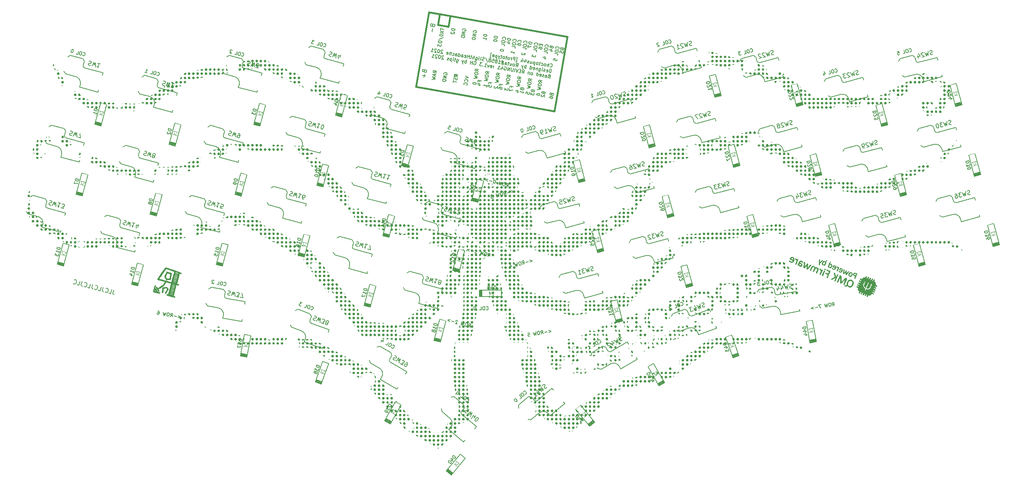
<source format=gbo>
G04 #@! TF.GenerationSoftware,KiCad,Pcbnew,(6.0.0)*
G04 #@! TF.CreationDate,2023-08-21T19:05:23+03:00*
G04 #@! TF.ProjectId,choctopus44,63686f63-746f-4707-9573-34342e6b6963,1.0 Prototype*
G04 #@! TF.SameCoordinates,Original*
G04 #@! TF.FileFunction,Legend,Bot*
G04 #@! TF.FilePolarity,Positive*
%FSLAX46Y46*%
G04 Gerber Fmt 4.6, Leading zero omitted, Abs format (unit mm)*
G04 Created by KiCad (PCBNEW (6.0.0)) date 2023-08-21 19:05:23*
%MOMM*%
%LPD*%
G01*
G04 APERTURE LIST*
G04 Aperture macros list*
%AMHorizOval*
0 Thick line with rounded ends*
0 $1 width*
0 $2 $3 position (X,Y) of the first rounded end (center of the circle)*
0 $4 $5 position (X,Y) of the second rounded end (center of the circle)*
0 Add line between two ends*
20,1,$1,$2,$3,$4,$5,0*
0 Add two circle primitives to create the rounded ends*
1,1,$1,$2,$3*
1,1,$1,$4,$5*%
%AMRotRect*
0 Rectangle, with rotation*
0 The origin of the aperture is its center*
0 $1 length*
0 $2 width*
0 $3 Rotation angle, in degrees counterclockwise*
0 Add horizontal line*
21,1,$1,$2,0,0,$3*%
G04 Aperture macros list end*
%ADD10C,0.150000*%
%ADD11C,0.200000*%
%ADD12C,0.120000*%
%ADD13C,0.010000*%
%ADD14C,0.381000*%
%ADD15RotRect,1.752600X1.752600X350.000000*%
%ADD16C,1.752600*%
%ADD17C,5.000000*%
%ADD18C,1.700000*%
%ADD19C,3.000000*%
%ADD20C,1.701800*%
%ADD21C,3.429000*%
%ADD22C,2.032000*%
%ADD23RotRect,2.600000X2.600000X345.000000*%
%ADD24RotRect,2.600000X2.600000X350.000000*%
%ADD25RotRect,2.600000X2.600000X340.000000*%
%ADD26RotRect,2.600000X2.600000X330.000000*%
%ADD27RotRect,2.600000X2.600000X30.000000*%
%ADD28RotRect,2.600000X2.600000X20.000000*%
%ADD29RotRect,2.600000X2.600000X40.000000*%
%ADD30RotRect,1.600000X1.200000X255.000000*%
%ADD31RotRect,1.600000X1.600000X255.000000*%
%ADD32C,1.600000*%
%ADD33RotRect,1.600000X1.200000X285.000000*%
%ADD34RotRect,1.600000X1.600000X285.000000*%
%ADD35RotRect,1.600000X1.600000X260.000000*%
%ADD36RotRect,1.600000X1.200000X260.000000*%
%ADD37RotRect,1.600000X1.200000X250.000000*%
%ADD38RotRect,1.600000X1.600000X250.000000*%
%ADD39RotRect,1.600000X1.200000X240.000000*%
%ADD40RotRect,1.600000X1.600000X240.000000*%
%ADD41RotRect,1.600000X1.200000X310.000000*%
%ADD42RotRect,1.600000X1.600000X310.000000*%
%ADD43RotRect,1.600000X1.200000X300.000000*%
%ADD44RotRect,1.600000X1.600000X300.000000*%
%ADD45RotRect,2.600000X2.600000X15.000000*%
%ADD46RotRect,2.600000X2.600000X10.000000*%
%ADD47O,1.600000X2.200000*%
%ADD48C,2.100000*%
%ADD49O,2.600000X2.200000*%
%ADD50R,2.000000X3.500000*%
%ADD51R,4.000000X4.000000*%
%ADD52RotRect,1.600000X1.600000X290.000000*%
%ADD53RotRect,1.600000X1.200000X290.000000*%
%ADD54RotRect,1.600000X1.200000X280.000000*%
%ADD55RotRect,1.600000X1.600000X280.000000*%
%ADD56R,1.600000X1.200000*%
%ADD57R,1.600000X1.600000*%
%ADD58RotRect,2.600000X2.600000X320.000000*%
%ADD59RotRect,1.600000X1.600000X230.000000*%
%ADD60RotRect,1.600000X1.200000X230.000000*%
%ADD61C,2.400000*%
%ADD62RotRect,1.350000X1.350000X350.000000*%
%ADD63RotRect,1.350000X1.350000X15.000000*%
%ADD64HorizOval,1.350000X0.000000X0.000000X0.000000X0.000000X0*%
%ADD65RotRect,1.600000X1.600000X105.000000*%
%ADD66RotRect,1.350000X1.350000X80.000000*%
G04 APERTURE END LIST*
D10*
X160436443Y-58486602D02*
X160480575Y-58455701D01*
X160537937Y-58349767D01*
X160551167Y-58274734D01*
X160533496Y-58155569D01*
X160471694Y-58067306D01*
X160403276Y-58016559D01*
X160259825Y-57952582D01*
X160147276Y-57932736D01*
X159990595Y-57943792D01*
X159908946Y-57968078D01*
X159820683Y-58029881D01*
X159763321Y-58135815D01*
X159750091Y-58210848D01*
X159767762Y-58330013D01*
X159798663Y-58374144D01*
X159637633Y-58848628D02*
X159611172Y-58998694D01*
X159635458Y-59080342D01*
X159697261Y-59168606D01*
X159840712Y-59232583D01*
X160103327Y-59278889D01*
X160260008Y-59267833D01*
X160348272Y-59206031D01*
X160399018Y-59137613D01*
X160425479Y-58987547D01*
X160401193Y-58905899D01*
X160339390Y-58817635D01*
X160195940Y-58753658D01*
X159933324Y-58707352D01*
X159776643Y-58718408D01*
X159688380Y-58780211D01*
X159637633Y-58848628D01*
X160240254Y-60038008D02*
X160306406Y-59662844D01*
X159518560Y-59523925D01*
X159234108Y-61137134D02*
X159300259Y-60761969D01*
X159682039Y-60790604D01*
X159637908Y-60821506D01*
X159587161Y-60889923D01*
X159554085Y-61077506D01*
X159578371Y-61159154D01*
X159609273Y-61203286D01*
X159677690Y-61254032D01*
X159865273Y-61287108D01*
X159946921Y-61262822D01*
X159991053Y-61231921D01*
X160041799Y-61163503D01*
X160074875Y-60975921D01*
X160050589Y-60894272D01*
X160019688Y-60850141D01*
X151624629Y-65628525D02*
X151295771Y-65299758D01*
X151704011Y-65178327D02*
X150916165Y-65039408D01*
X150863244Y-65339540D01*
X150887530Y-65421188D01*
X150918431Y-65465320D01*
X150986849Y-65516067D01*
X151099399Y-65535912D01*
X151181047Y-65511626D01*
X151225178Y-65480725D01*
X151275925Y-65412307D01*
X151328847Y-65112175D01*
X150750786Y-65977321D02*
X150724325Y-66127387D01*
X150748612Y-66209035D01*
X150810414Y-66297298D01*
X150953865Y-66361275D01*
X151216480Y-66407581D01*
X151373161Y-66396526D01*
X151461425Y-66334723D01*
X151512172Y-66266305D01*
X151538632Y-66116239D01*
X151514346Y-66034591D01*
X151452543Y-65946328D01*
X151309093Y-65882351D01*
X151046477Y-65836044D01*
X150889796Y-65847100D01*
X150801533Y-65908903D01*
X150750786Y-65977321D01*
X150644943Y-66577584D02*
X151399714Y-66904085D01*
X150810506Y-66954924D01*
X151346792Y-67204217D01*
X150525870Y-67252881D01*
X150570185Y-68537231D02*
X151095416Y-68629844D01*
X150303129Y-68296728D02*
X150898952Y-68208373D01*
X150812955Y-68696087D01*
X141614629Y-63778525D02*
X141285771Y-63449758D01*
X141694011Y-63328327D02*
X140906165Y-63189408D01*
X140853244Y-63489540D01*
X140877530Y-63571188D01*
X140908431Y-63615320D01*
X140976849Y-63666067D01*
X141089399Y-63685912D01*
X141171047Y-63661626D01*
X141215178Y-63630725D01*
X141265925Y-63562307D01*
X141318847Y-63262175D01*
X140740786Y-64127321D02*
X140714325Y-64277387D01*
X140738612Y-64359035D01*
X140800414Y-64447298D01*
X140943865Y-64511275D01*
X141206480Y-64557581D01*
X141363161Y-64546526D01*
X141451425Y-64484723D01*
X141502172Y-64416305D01*
X141528632Y-64266239D01*
X141504346Y-64184591D01*
X141442543Y-64096328D01*
X141299093Y-64032351D01*
X141036477Y-63986044D01*
X140879796Y-63997100D01*
X140791533Y-64058903D01*
X140740786Y-64127321D01*
X140634943Y-64727584D02*
X141389714Y-65054085D01*
X140800506Y-65104924D01*
X141336792Y-65354217D01*
X140515870Y-65402881D01*
X140330646Y-66453343D02*
X140317415Y-66528376D01*
X140341701Y-66610024D01*
X140372603Y-66654156D01*
X140441021Y-66704902D01*
X140584471Y-66768879D01*
X140772054Y-66801955D01*
X140928735Y-66790900D01*
X141010383Y-66766613D01*
X141054515Y-66735712D01*
X141105261Y-66667294D01*
X141118492Y-66592261D01*
X141094206Y-66510613D01*
X141063304Y-66466481D01*
X140994887Y-66415735D01*
X140851436Y-66351757D01*
X140663853Y-66318682D01*
X140507172Y-66329737D01*
X140425524Y-66354024D01*
X140381392Y-66384925D01*
X140330646Y-66453343D01*
X149104629Y-65158525D02*
X148775771Y-64829758D01*
X149184011Y-64708327D02*
X148396165Y-64569408D01*
X148343244Y-64869540D01*
X148367530Y-64951188D01*
X148398431Y-64995320D01*
X148466849Y-65046067D01*
X148579399Y-65065912D01*
X148661047Y-65041626D01*
X148705178Y-65010725D01*
X148755925Y-64942307D01*
X148808847Y-64642175D01*
X148230786Y-65507321D02*
X148204325Y-65657387D01*
X148228612Y-65739035D01*
X148290414Y-65827298D01*
X148433865Y-65891275D01*
X148696480Y-65937581D01*
X148853161Y-65926526D01*
X148941425Y-65864723D01*
X148992172Y-65796305D01*
X149018632Y-65646239D01*
X148994346Y-65564591D01*
X148932543Y-65476328D01*
X148789093Y-65412351D01*
X148526477Y-65366044D01*
X148369796Y-65377100D01*
X148281533Y-65438903D01*
X148230786Y-65507321D01*
X148124943Y-66107584D02*
X148879714Y-66434085D01*
X148290506Y-66484924D01*
X148826792Y-66734217D01*
X148005870Y-66782881D01*
X147860337Y-67608244D02*
X147774339Y-68095958D01*
X148120777Y-67886264D01*
X148100932Y-67998814D01*
X148125218Y-68080462D01*
X148156119Y-68124593D01*
X148224537Y-68175340D01*
X148412120Y-68208416D01*
X148493768Y-68184130D01*
X148537899Y-68153229D01*
X148588646Y-68084811D01*
X148628337Y-67859712D01*
X148604051Y-67778064D01*
X148573150Y-67733932D01*
X144094629Y-64338525D02*
X143765771Y-64009758D01*
X144174011Y-63888327D02*
X143386165Y-63749408D01*
X143333244Y-64049540D01*
X143357530Y-64131188D01*
X143388431Y-64175320D01*
X143456849Y-64226067D01*
X143569399Y-64245912D01*
X143651047Y-64221626D01*
X143695178Y-64190725D01*
X143745925Y-64122307D01*
X143798847Y-63822175D01*
X143220786Y-64687321D02*
X143194325Y-64837387D01*
X143218612Y-64919035D01*
X143280414Y-65007298D01*
X143423865Y-65071275D01*
X143686480Y-65117581D01*
X143843161Y-65106526D01*
X143931425Y-65044723D01*
X143982172Y-64976305D01*
X144008632Y-64826239D01*
X143984346Y-64744591D01*
X143922543Y-64656328D01*
X143779093Y-64592351D01*
X143516477Y-64546044D01*
X143359796Y-64557100D01*
X143271533Y-64618903D01*
X143220786Y-64687321D01*
X143114943Y-65287584D02*
X143869714Y-65614085D01*
X143280506Y-65664924D01*
X143816792Y-65914217D01*
X142995870Y-65962881D01*
X143552186Y-67414877D02*
X143631568Y-66964679D01*
X143591877Y-67189778D02*
X142804030Y-67050859D01*
X142929810Y-66995672D01*
X143018074Y-66933869D01*
X143068820Y-66865451D01*
X146624629Y-64718525D02*
X146295771Y-64389758D01*
X146704011Y-64268327D02*
X145916165Y-64129408D01*
X145863244Y-64429540D01*
X145887530Y-64511188D01*
X145918431Y-64555320D01*
X145986849Y-64606067D01*
X146099399Y-64625912D01*
X146181047Y-64601626D01*
X146225178Y-64570725D01*
X146275925Y-64502307D01*
X146328847Y-64202175D01*
X145750786Y-65067321D02*
X145724325Y-65217387D01*
X145748612Y-65299035D01*
X145810414Y-65387298D01*
X145953865Y-65451275D01*
X146216480Y-65497581D01*
X146373161Y-65486526D01*
X146461425Y-65424723D01*
X146512172Y-65356305D01*
X146538632Y-65206239D01*
X146514346Y-65124591D01*
X146452543Y-65036328D01*
X146309093Y-64972351D01*
X146046477Y-64926044D01*
X145889796Y-64937100D01*
X145801533Y-64998903D01*
X145750786Y-65067321D01*
X145644943Y-65667584D02*
X146399714Y-65994085D01*
X145810506Y-66044924D01*
X146346792Y-66294217D01*
X145525870Y-66342881D01*
X145448754Y-67218991D02*
X145404623Y-67249892D01*
X145353876Y-67318310D01*
X145320800Y-67505892D01*
X145345086Y-67587540D01*
X145375988Y-67631672D01*
X145444405Y-67682419D01*
X145519438Y-67695649D01*
X145638603Y-67677978D01*
X146168183Y-67307162D01*
X146082186Y-67794877D01*
X154104629Y-66068525D02*
X153775771Y-65739758D01*
X154184011Y-65618327D02*
X153396165Y-65479408D01*
X153343244Y-65779540D01*
X153367530Y-65861188D01*
X153398431Y-65905320D01*
X153466849Y-65956067D01*
X153579399Y-65975912D01*
X153661047Y-65951626D01*
X153705178Y-65920725D01*
X153755925Y-65852307D01*
X153808847Y-65552175D01*
X153230786Y-66417321D02*
X153204325Y-66567387D01*
X153228612Y-66649035D01*
X153290414Y-66737298D01*
X153433865Y-66801275D01*
X153696480Y-66847581D01*
X153853161Y-66836526D01*
X153941425Y-66774723D01*
X153992172Y-66706305D01*
X154018632Y-66556239D01*
X153994346Y-66474591D01*
X153932543Y-66386328D01*
X153789093Y-66322351D01*
X153526477Y-66276044D01*
X153369796Y-66287100D01*
X153281533Y-66348903D01*
X153230786Y-66417321D01*
X153124943Y-67017584D02*
X153879714Y-67344085D01*
X153290506Y-67394924D01*
X153826792Y-67644217D01*
X153005870Y-67692881D01*
X152780955Y-68968442D02*
X152847106Y-68593277D01*
X153228886Y-68621912D01*
X153184755Y-68652813D01*
X153134008Y-68721231D01*
X153100932Y-68908814D01*
X153125218Y-68990462D01*
X153156119Y-69034593D01*
X153224537Y-69085340D01*
X153412120Y-69118416D01*
X153493768Y-69094130D01*
X153537899Y-69063229D01*
X153588646Y-68994811D01*
X153621722Y-68807228D01*
X153597436Y-68725580D01*
X153566535Y-68681449D01*
X156534629Y-66418525D02*
X156205771Y-66089758D01*
X156614011Y-65968327D02*
X155826165Y-65829408D01*
X155773244Y-66129540D01*
X155797530Y-66211188D01*
X155828431Y-66255320D01*
X155896849Y-66306067D01*
X156009399Y-66325912D01*
X156091047Y-66301626D01*
X156135178Y-66270725D01*
X156185925Y-66202307D01*
X156238847Y-65902175D01*
X155660786Y-66767321D02*
X155634325Y-66917387D01*
X155658612Y-66999035D01*
X155720414Y-67087298D01*
X155863865Y-67151275D01*
X156126480Y-67197581D01*
X156283161Y-67186526D01*
X156371425Y-67124723D01*
X156422172Y-67056305D01*
X156448632Y-66906239D01*
X156424346Y-66824591D01*
X156362543Y-66736328D01*
X156219093Y-66672351D01*
X155956477Y-66626044D01*
X155799796Y-66637100D01*
X155711533Y-66698903D01*
X155660786Y-66767321D01*
X155554943Y-67367584D02*
X156309714Y-67694085D01*
X155720506Y-67744924D01*
X156256792Y-67994217D01*
X155435870Y-68042881D01*
X155217570Y-69280925D02*
X155244030Y-69130859D01*
X155294777Y-69062441D01*
X155338909Y-69031540D01*
X155464689Y-68976353D01*
X155621370Y-68965297D01*
X155921502Y-69018218D01*
X155989919Y-69068965D01*
X156020821Y-69113097D01*
X156045107Y-69194745D01*
X156018646Y-69344811D01*
X155967899Y-69413229D01*
X155923768Y-69444130D01*
X155842120Y-69468416D01*
X155654537Y-69435340D01*
X155586119Y-69384593D01*
X155555218Y-69340462D01*
X155530932Y-69258814D01*
X155557393Y-69108748D01*
X155608139Y-69040330D01*
X155652271Y-69009428D01*
X155733919Y-68985142D01*
X148092561Y-90836089D02*
X148448739Y-90537136D01*
X148534127Y-90954406D02*
X148741182Y-90181666D01*
X148446805Y-90102787D01*
X148363351Y-90119865D01*
X148316694Y-90146802D01*
X148260177Y-90210537D01*
X148230598Y-90320928D01*
X148247675Y-90404383D01*
X148274613Y-90451040D01*
X148338347Y-90507556D01*
X148632725Y-90586434D01*
X147821253Y-89935171D02*
X147674064Y-89895732D01*
X147590610Y-89912810D01*
X147497296Y-89966685D01*
X147421060Y-90104013D01*
X147352041Y-90361594D01*
X147349399Y-90518642D01*
X147403274Y-90611956D01*
X147467009Y-90668473D01*
X147614197Y-90707912D01*
X147697652Y-90690834D01*
X147790965Y-90636959D01*
X147867202Y-90499631D01*
X147936220Y-90242050D01*
X147938862Y-90085002D01*
X147884987Y-89991688D01*
X147821253Y-89935171D01*
X147232498Y-89777415D02*
X146841457Y-90500857D01*
X146842165Y-89909460D01*
X146547079Y-90421978D01*
X146570149Y-89599939D01*
X145539828Y-89323865D02*
X145466234Y-89304146D01*
X145382779Y-89321223D01*
X145336122Y-89348161D01*
X145279606Y-89411895D01*
X145203369Y-89549224D01*
X145154071Y-89733210D01*
X145151429Y-89890259D01*
X145168506Y-89973713D01*
X145195444Y-90020370D01*
X145259178Y-90076886D01*
X145332773Y-90096606D01*
X145416227Y-90079528D01*
X145462884Y-90052591D01*
X145519400Y-89988856D01*
X145595637Y-89851527D01*
X145644936Y-89667542D01*
X145647577Y-89510493D01*
X145630500Y-89427039D01*
X145603562Y-89380382D01*
X145539828Y-89323865D01*
X144822896Y-89644472D02*
X144234141Y-89486716D01*
X143925328Y-89167335D02*
X143277415Y-89230362D01*
X143807011Y-89608901D01*
X149314671Y-91847335D02*
X149962584Y-91910362D01*
X149432988Y-92288901D01*
X149005858Y-92166716D02*
X148417103Y-92324472D01*
X147686443Y-92835765D02*
X147845426Y-92398774D01*
X148128009Y-92717447D02*
X147920954Y-91944707D01*
X147626577Y-92023585D01*
X147562842Y-92080102D01*
X147535905Y-92126758D01*
X147518827Y-92210213D01*
X147548407Y-92320604D01*
X147604923Y-92384339D01*
X147651580Y-92411276D01*
X147735034Y-92428354D01*
X148029412Y-92349476D01*
X147001025Y-92191201D02*
X146853836Y-92230640D01*
X146790102Y-92287157D01*
X146736227Y-92380471D01*
X146738869Y-92537519D01*
X146807887Y-92795099D01*
X146884123Y-92932428D01*
X146977437Y-92986303D01*
X147060891Y-93003381D01*
X147208080Y-92963942D01*
X147271815Y-92907425D01*
X147325689Y-92814111D01*
X147323048Y-92657063D01*
X147254029Y-92399482D01*
X147177793Y-92262153D01*
X147084479Y-92208279D01*
X147001025Y-92191201D01*
X146412270Y-92348957D02*
X146435339Y-93170997D01*
X146140254Y-92658478D01*
X146140962Y-93249875D01*
X145749921Y-92526433D01*
X144940383Y-92743348D02*
X144462020Y-92871525D01*
X144798478Y-93096884D01*
X144688087Y-93126464D01*
X144624352Y-93182980D01*
X144597415Y-93229637D01*
X144580337Y-93313091D01*
X144629636Y-93497077D01*
X144686153Y-93560812D01*
X144732810Y-93587749D01*
X144816264Y-93604827D01*
X145037047Y-93545668D01*
X145100781Y-93489152D01*
X145127719Y-93442495D01*
X120736764Y-69831631D02*
X120763701Y-69878288D01*
X120864233Y-69944665D01*
X120937827Y-69964384D01*
X121058078Y-69957166D01*
X121151392Y-69903292D01*
X121207909Y-69839557D01*
X121284145Y-69702228D01*
X121313725Y-69591837D01*
X121316367Y-69434788D01*
X121299289Y-69351334D01*
X121245414Y-69258020D01*
X121144882Y-69191644D01*
X121071288Y-69171924D01*
X120951037Y-69179142D01*
X120904380Y-69206079D01*
X120445736Y-69004308D02*
X120298547Y-68964869D01*
X120215093Y-68981946D01*
X120121779Y-69035821D01*
X120045543Y-69173150D01*
X119976525Y-69430730D01*
X119973883Y-69587779D01*
X120027758Y-69681093D01*
X120091492Y-69737609D01*
X120238681Y-69777049D01*
X120322135Y-69759971D01*
X120415449Y-69706096D01*
X120491685Y-69568767D01*
X120560703Y-69311187D01*
X120563345Y-69154139D01*
X120509471Y-69060825D01*
X120445736Y-69004308D01*
X119208360Y-69500975D02*
X119576332Y-69599573D01*
X119783387Y-68826832D01*
X118168887Y-68670302D02*
X118030850Y-69185462D01*
X118431751Y-68425223D02*
X118467840Y-69026480D01*
X117989477Y-68898303D01*
X186454660Y-57080325D02*
X186501317Y-57107263D01*
X186621568Y-57114481D01*
X186695163Y-57094761D01*
X186795695Y-57028385D01*
X186849569Y-56935071D01*
X186866647Y-56851617D01*
X186864005Y-56694568D01*
X186834426Y-56584177D01*
X186758189Y-56446848D01*
X186701673Y-56383113D01*
X186608359Y-56329238D01*
X186488108Y-56322020D01*
X186414513Y-56341740D01*
X186313981Y-56408116D01*
X186287044Y-56454773D01*
X185788961Y-56509356D02*
X185641773Y-56548795D01*
X185578038Y-56605312D01*
X185524163Y-56698626D01*
X185526805Y-56855674D01*
X185595824Y-57113254D01*
X185672060Y-57250583D01*
X185765374Y-57304458D01*
X185848828Y-57321536D01*
X185996016Y-57282097D01*
X186059751Y-57225580D01*
X186113626Y-57132266D01*
X186110984Y-56975218D01*
X186041966Y-56717637D01*
X185965729Y-56580309D01*
X185872415Y-56526434D01*
X185788961Y-56509356D01*
X184965696Y-57558170D02*
X185333667Y-57459573D01*
X185126612Y-56686832D01*
X183968822Y-57075939D02*
X183922165Y-57049002D01*
X183838711Y-57031924D01*
X183654725Y-57081223D01*
X183590991Y-57137740D01*
X183564053Y-57184397D01*
X183546976Y-57267851D01*
X183566695Y-57341445D01*
X183633072Y-57441977D01*
X184192955Y-57765226D01*
X183714592Y-57893403D01*
X158440246Y-62633553D02*
X158471147Y-62677684D01*
X158577081Y-62735046D01*
X158652114Y-62748277D01*
X158771279Y-62730606D01*
X158859542Y-62668803D01*
X158910289Y-62600385D01*
X158974266Y-62456934D01*
X158994112Y-62344385D01*
X158983056Y-62187704D01*
X158958770Y-62106056D01*
X158896967Y-62017792D01*
X158791033Y-61960430D01*
X158716000Y-61947200D01*
X158596835Y-61964871D01*
X158552704Y-61995772D01*
X158089367Y-62649049D02*
X158228286Y-61861203D01*
X157751719Y-62589513D02*
X157824485Y-62176831D01*
X157875232Y-62108413D01*
X157956880Y-62084127D01*
X158069430Y-62103973D01*
X158137848Y-62154720D01*
X158168749Y-62198851D01*
X157264004Y-62503515D02*
X157345652Y-62479229D01*
X157389784Y-62448328D01*
X157440531Y-62379910D01*
X157480222Y-62154811D01*
X157455936Y-62073163D01*
X157425034Y-62029031D01*
X157356617Y-61978285D01*
X157244067Y-61958439D01*
X157162419Y-61982725D01*
X157118287Y-62013626D01*
X157067541Y-62082044D01*
X157027850Y-62307143D01*
X157052136Y-62388791D01*
X157083037Y-62432923D01*
X157151455Y-62483670D01*
X157264004Y-62503515D01*
X156332707Y-62300620D02*
X156401125Y-62351366D01*
X156551191Y-62377827D01*
X156632839Y-62353541D01*
X156676971Y-62322640D01*
X156727718Y-62254222D01*
X156767409Y-62029123D01*
X156743123Y-61947475D01*
X156712221Y-61903343D01*
X156643803Y-61852596D01*
X156493738Y-61826136D01*
X156412089Y-61850422D01*
X156193606Y-61773214D02*
X155893474Y-61720293D01*
X156127362Y-61490753D02*
X156008289Y-62166050D01*
X155957542Y-62234468D01*
X155875894Y-62258754D01*
X155800861Y-62245524D01*
X155425697Y-62179372D02*
X155507345Y-62155086D01*
X155551476Y-62124185D01*
X155602223Y-62055767D01*
X155641914Y-61830668D01*
X155617628Y-61749020D01*
X155586727Y-61704888D01*
X155518309Y-61654141D01*
X155405759Y-61634296D01*
X155324111Y-61658582D01*
X155279980Y-61689483D01*
X155229233Y-61757901D01*
X155189542Y-61983000D01*
X155213828Y-62064648D01*
X155244729Y-62108780D01*
X155313147Y-62159527D01*
X155425697Y-62179372D01*
X154918045Y-61548299D02*
X154779127Y-62336145D01*
X154911430Y-61585815D02*
X154843012Y-61535068D01*
X154692946Y-61508608D01*
X154611298Y-61532894D01*
X154567166Y-61563795D01*
X154516420Y-61632213D01*
X154476729Y-61857312D01*
X154501015Y-61938960D01*
X154531916Y-61983092D01*
X154600334Y-62033838D01*
X154750400Y-62060299D01*
X154832048Y-62036013D01*
X153867584Y-61363074D02*
X153774971Y-61888305D01*
X154205232Y-61422610D02*
X154132465Y-61835292D01*
X154081718Y-61903709D01*
X154000070Y-61927996D01*
X153887521Y-61908150D01*
X153819103Y-61857403D01*
X153788201Y-61813272D01*
X153443938Y-61791252D02*
X153362290Y-61815538D01*
X153212224Y-61789077D01*
X153143806Y-61738330D01*
X153119520Y-61656682D01*
X153126135Y-61619166D01*
X153176882Y-61550748D01*
X153258530Y-61526462D01*
X153371079Y-61546307D01*
X153452728Y-61522021D01*
X153503474Y-61453603D01*
X153510090Y-61416087D01*
X153485803Y-61334439D01*
X153417386Y-61283692D01*
X153304836Y-61263846D01*
X153223188Y-61288132D01*
X152516990Y-61124928D02*
X152424378Y-61650159D01*
X152757494Y-60857872D02*
X152845849Y-61453695D01*
X152358134Y-61367698D01*
X151766660Y-60992624D02*
X151674048Y-61517855D01*
X152007164Y-60725568D02*
X152095519Y-61321391D01*
X151607805Y-61235394D01*
X150389698Y-61562170D02*
X150577280Y-61595246D01*
X150775735Y-60469751D01*
X150588153Y-60436675D01*
X150135872Y-61246633D02*
X150274791Y-60458787D01*
X149974659Y-60405866D01*
X149893011Y-60430152D01*
X149848879Y-60461053D01*
X149798132Y-60529471D01*
X149778287Y-60642020D01*
X149802573Y-60723669D01*
X149833474Y-60767800D01*
X149901892Y-60818547D01*
X150202024Y-60871468D01*
X149348026Y-61107715D02*
X149440638Y-60582484D01*
X149414177Y-60732550D02*
X149389891Y-60650902D01*
X149358990Y-60606770D01*
X149290572Y-60556023D01*
X149215539Y-60542793D01*
X148747762Y-61001872D02*
X148829410Y-60977586D01*
X148873542Y-60946685D01*
X148924289Y-60878267D01*
X148963980Y-60653168D01*
X148939694Y-60571520D01*
X148908792Y-60527388D01*
X148840374Y-60476641D01*
X148727825Y-60456796D01*
X148646177Y-60481082D01*
X148602045Y-60511983D01*
X148551298Y-60580401D01*
X148511607Y-60805500D01*
X148535893Y-60887148D01*
X148566795Y-60931280D01*
X148635213Y-60982027D01*
X148747762Y-61001872D01*
X148352660Y-60390644D02*
X148052528Y-60337723D01*
X148286417Y-60108183D02*
X148167344Y-60783480D01*
X148116597Y-60851898D01*
X148034949Y-60876184D01*
X147959916Y-60862953D01*
X147584751Y-60796802D02*
X147666399Y-60772516D01*
X147710531Y-60741614D01*
X147761278Y-60673197D01*
X147800969Y-60448098D01*
X147776682Y-60366449D01*
X147745781Y-60322318D01*
X147677363Y-60271571D01*
X147564814Y-60251725D01*
X147483166Y-60276012D01*
X147439034Y-60306913D01*
X147388287Y-60375331D01*
X147348596Y-60600430D01*
X147372882Y-60682078D01*
X147403784Y-60726209D01*
X147472202Y-60776956D01*
X147584751Y-60796802D01*
X147189649Y-60185574D02*
X146889517Y-60132652D01*
X147123406Y-59903113D02*
X147004333Y-60578410D01*
X146953586Y-60646827D01*
X146871938Y-60671114D01*
X146796905Y-60657883D01*
X146701935Y-60099577D02*
X146421740Y-60591732D01*
X146326770Y-60033425D02*
X146421740Y-60591732D01*
X146463697Y-60792544D01*
X146494598Y-60836676D01*
X146563016Y-60887423D01*
X146026638Y-59980504D02*
X145887719Y-60768350D01*
X146020023Y-60018020D02*
X145951605Y-59967273D01*
X145801539Y-59940813D01*
X145719891Y-59965099D01*
X145675759Y-59996000D01*
X145625012Y-60064418D01*
X145585321Y-60289517D01*
X145609608Y-60371165D01*
X145640509Y-60415297D01*
X145708927Y-60466043D01*
X145858993Y-60492504D01*
X145940641Y-60468218D01*
X144927696Y-60289608D02*
X144996113Y-60340355D01*
X145146179Y-60366816D01*
X145227828Y-60342530D01*
X145278574Y-60274112D01*
X145331496Y-59973980D01*
X145307210Y-59892332D01*
X145238792Y-59841585D01*
X145088726Y-59815124D01*
X145007078Y-59839411D01*
X144956331Y-59907828D01*
X144943101Y-59982861D01*
X145305035Y-60124046D01*
X144574642Y-60536819D02*
X144387060Y-60503743D01*
X144585515Y-59378248D01*
X144773097Y-59411324D01*
X158653554Y-64056400D02*
X158792473Y-63268553D01*
X158604890Y-63235478D01*
X158485726Y-63253149D01*
X158397462Y-63314951D01*
X158346716Y-63383369D01*
X158282738Y-63526820D01*
X158262893Y-63639369D01*
X158273949Y-63796050D01*
X158298235Y-63877698D01*
X158360037Y-63965962D01*
X158465972Y-64023324D01*
X158653554Y-64056400D01*
X157572191Y-63827043D02*
X157640609Y-63877790D01*
X157790675Y-63904251D01*
X157872323Y-63879965D01*
X157923070Y-63811547D01*
X157975991Y-63511415D01*
X157951705Y-63429767D01*
X157883287Y-63379020D01*
X157733221Y-63352559D01*
X157651573Y-63376845D01*
X157600826Y-63445263D01*
X157587596Y-63520296D01*
X157949531Y-63661481D01*
X157234543Y-63767507D02*
X157152895Y-63791793D01*
X157002829Y-63765332D01*
X156934411Y-63714585D01*
X156910125Y-63632937D01*
X156916740Y-63595421D01*
X156967487Y-63527003D01*
X157049135Y-63502717D01*
X157161684Y-63522562D01*
X157243333Y-63498276D01*
X157294079Y-63429858D01*
X157300695Y-63392342D01*
X157276408Y-63310694D01*
X157207991Y-63259947D01*
X157095441Y-63240101D01*
X157013793Y-63264387D01*
X156552631Y-63685950D02*
X156645243Y-63160719D01*
X156691550Y-62898104D02*
X156722451Y-62942236D01*
X156678319Y-62973137D01*
X156647418Y-62929005D01*
X156691550Y-62898104D01*
X156678319Y-62973137D01*
X155932430Y-63035031D02*
X155819972Y-63672811D01*
X155844258Y-63754460D01*
X155875160Y-63798591D01*
X155943578Y-63849338D01*
X156056127Y-63869184D01*
X156137775Y-63844897D01*
X155846433Y-63522745D02*
X155914851Y-63573492D01*
X156064917Y-63599953D01*
X156146565Y-63575667D01*
X156190696Y-63544765D01*
X156241443Y-63476348D01*
X156281134Y-63251249D01*
X156256848Y-63169601D01*
X156225947Y-63125469D01*
X156157529Y-63074722D01*
X156007463Y-63048261D01*
X155925815Y-63072548D01*
X155557265Y-62968879D02*
X155464653Y-63494110D01*
X155544035Y-63043912D02*
X155513134Y-62999781D01*
X155444716Y-62949034D01*
X155332166Y-62929188D01*
X155250518Y-62953475D01*
X155199771Y-63021892D01*
X155127005Y-63434574D01*
X154458323Y-63277984D02*
X154526741Y-63328731D01*
X154676807Y-63355192D01*
X154758455Y-63330906D01*
X154809202Y-63262488D01*
X154862123Y-62962356D01*
X154837837Y-62880708D01*
X154769419Y-62829961D01*
X154619353Y-62803500D01*
X154537705Y-62827786D01*
X154486958Y-62896204D01*
X154473728Y-62971237D01*
X154835662Y-63112422D01*
X153738895Y-63189812D02*
X153877813Y-62401966D01*
X153745510Y-63152296D02*
X153813928Y-63203043D01*
X153963993Y-63229503D01*
X154045642Y-63205217D01*
X154089773Y-63174316D01*
X154140520Y-63105898D01*
X154180211Y-62880799D01*
X154155925Y-62799151D01*
X154125024Y-62755020D01*
X154056606Y-62704273D01*
X153906540Y-62677812D01*
X153824892Y-62702098D01*
X152763466Y-63017818D02*
X152902384Y-62229972D01*
X152849463Y-62530104D02*
X152781045Y-62479357D01*
X152630979Y-62452896D01*
X152549331Y-62477182D01*
X152505200Y-62508084D01*
X152454453Y-62576502D01*
X152414762Y-62801600D01*
X152439048Y-62883249D01*
X152469949Y-62927380D01*
X152538367Y-62978127D01*
X152688433Y-63004588D01*
X152770081Y-62980302D01*
X152218298Y-62380129D02*
X151938103Y-62872284D01*
X151843133Y-62313978D02*
X151938103Y-62872284D01*
X151980060Y-63073097D01*
X152010962Y-63117229D01*
X152079379Y-63167976D01*
X150399927Y-62601062D02*
X150728694Y-62272204D01*
X150850125Y-62680444D02*
X150989044Y-61892598D01*
X150688912Y-61839677D01*
X150607264Y-61863963D01*
X150563132Y-61894864D01*
X150512385Y-61963282D01*
X150492540Y-62075832D01*
X150516826Y-62157480D01*
X150547727Y-62201611D01*
X150616145Y-62252358D01*
X150916277Y-62305280D01*
X149949730Y-62521680D02*
X150031378Y-62497394D01*
X150075509Y-62466493D01*
X150126256Y-62398075D01*
X150165947Y-62172976D01*
X150141661Y-62091328D01*
X150110760Y-62047196D01*
X150042342Y-61996450D01*
X149929792Y-61976604D01*
X149848144Y-62000890D01*
X149804013Y-62031792D01*
X149753266Y-62100209D01*
X149713575Y-62325308D01*
X149737861Y-62406956D01*
X149768762Y-62451088D01*
X149837180Y-62501835D01*
X149949730Y-62521680D01*
X149104430Y-61831070D02*
X149011817Y-62356301D01*
X149442078Y-61890607D02*
X149369311Y-62303288D01*
X149318564Y-62371706D01*
X149236916Y-62395992D01*
X149124367Y-62376147D01*
X149055949Y-62325400D01*
X149025048Y-62281268D01*
X148841814Y-61784764D02*
X148541682Y-61731843D01*
X148775571Y-61502303D02*
X148656498Y-62177600D01*
X148605751Y-62246018D01*
X148524103Y-62270304D01*
X148449070Y-62257074D01*
X147848806Y-62151231D02*
X147921573Y-61738550D01*
X147972320Y-61670132D01*
X148053968Y-61645846D01*
X148204034Y-61672306D01*
X148272452Y-61723053D01*
X147855421Y-62113715D02*
X147923839Y-62164461D01*
X148111422Y-62197537D01*
X148193070Y-62173251D01*
X148243817Y-62104833D01*
X148257047Y-62029800D01*
X148232761Y-61948152D01*
X148164343Y-61897405D01*
X147976761Y-61864329D01*
X147908343Y-61813583D01*
X147603770Y-61566464D02*
X147041023Y-61467236D01*
X147438208Y-61189124D02*
X147484697Y-62241760D01*
X147056519Y-61818115D02*
X147619267Y-61917342D01*
X147222082Y-62195454D02*
X147175592Y-61142818D01*
X146273114Y-61873394D02*
X146723312Y-61952776D01*
X146498213Y-61913085D02*
X146637131Y-61125239D01*
X146692319Y-61251019D01*
X146754121Y-61339282D01*
X146822539Y-61390029D01*
X145902298Y-61343814D02*
X145983946Y-61319528D01*
X146028078Y-61288627D01*
X146078825Y-61220209D01*
X146085440Y-61182692D01*
X146061154Y-61101044D01*
X146030252Y-61056913D01*
X145961835Y-61006166D01*
X145811769Y-60979705D01*
X145730121Y-61003991D01*
X145685989Y-61034892D01*
X145635242Y-61103310D01*
X145628627Y-61140827D01*
X145652913Y-61222475D01*
X145683814Y-61266607D01*
X145752232Y-61317353D01*
X145902298Y-61343814D01*
X145970716Y-61394561D01*
X146001617Y-61438693D01*
X146025903Y-61520341D01*
X145999443Y-61670407D01*
X145948696Y-61738824D01*
X145904564Y-61769726D01*
X145822916Y-61794012D01*
X145672850Y-61767551D01*
X145604432Y-61716804D01*
X145573531Y-61672673D01*
X145549245Y-61591025D01*
X145575706Y-61440959D01*
X145626452Y-61372541D01*
X145670584Y-61341640D01*
X145752232Y-61317353D01*
X144948889Y-60827556D02*
X145324054Y-60893708D01*
X145295419Y-61275488D01*
X145264518Y-61231356D01*
X145196100Y-61180609D01*
X145008518Y-61147534D01*
X144926869Y-61171820D01*
X144882738Y-61202721D01*
X144831991Y-61271139D01*
X144798915Y-61458721D01*
X144823201Y-61540369D01*
X144854103Y-61584501D01*
X144922520Y-61635248D01*
X145110103Y-61668324D01*
X145191751Y-61644038D01*
X145235883Y-61613136D01*
X144401639Y-61079207D02*
X144483287Y-61054921D01*
X144527418Y-61024020D01*
X144578165Y-60955602D01*
X144584780Y-60918086D01*
X144560494Y-60836437D01*
X144529593Y-60792306D01*
X144461175Y-60741559D01*
X144311109Y-60715098D01*
X144229461Y-60739384D01*
X144185329Y-60770286D01*
X144134583Y-60838704D01*
X144127967Y-60876220D01*
X144152254Y-60957868D01*
X144183155Y-61002000D01*
X144251573Y-61052747D01*
X144401639Y-61079207D01*
X144470056Y-61129954D01*
X144500958Y-61174086D01*
X144525244Y-61255734D01*
X144498783Y-61405800D01*
X144448036Y-61474218D01*
X144403905Y-61505119D01*
X144322257Y-61529405D01*
X144172191Y-61502944D01*
X144103773Y-61452198D01*
X144072872Y-61408066D01*
X144048585Y-61326418D01*
X144075046Y-61176352D01*
X144125793Y-61107934D01*
X144169925Y-61077033D01*
X144251573Y-61052747D01*
X143267263Y-60492357D02*
X143763950Y-61624375D01*
X142903245Y-61240512D02*
X142784081Y-61258183D01*
X142596498Y-61225107D01*
X142528080Y-61174361D01*
X142497179Y-61130229D01*
X142472893Y-61048581D01*
X142486123Y-60973548D01*
X142536870Y-60905130D01*
X142581002Y-60874229D01*
X142662650Y-60849943D01*
X142819331Y-60838887D01*
X142900979Y-60814601D01*
X142945111Y-60783699D01*
X142995858Y-60715281D01*
X143009088Y-60640248D01*
X142984802Y-60558600D01*
X142953901Y-60514469D01*
X142885483Y-60463722D01*
X142697900Y-60430646D01*
X142578736Y-60448317D01*
X141996235Y-61119265D02*
X142077883Y-61094979D01*
X142128629Y-61026561D01*
X142247703Y-60351264D01*
X141696103Y-61066343D02*
X141788715Y-60541113D01*
X141835021Y-60278497D02*
X141865922Y-60322629D01*
X141821791Y-60353530D01*
X141790890Y-60309398D01*
X141835021Y-60278497D01*
X141821791Y-60353530D01*
X141075902Y-60415424D02*
X140963444Y-61053205D01*
X140987730Y-61134853D01*
X141018631Y-61178984D01*
X141087049Y-61229731D01*
X141199599Y-61249577D01*
X141281247Y-61225291D01*
X140989905Y-60903139D02*
X141058322Y-60953885D01*
X141208388Y-60980346D01*
X141290036Y-60956060D01*
X141334168Y-60925159D01*
X141384915Y-60856741D01*
X141424606Y-60631642D01*
X141400320Y-60549994D01*
X141369418Y-60505862D01*
X141301001Y-60455115D01*
X141150935Y-60428655D01*
X141069287Y-60452941D01*
X140608125Y-60874503D02*
X140747043Y-60086657D01*
X140270476Y-60814967D02*
X140343243Y-60402286D01*
X140393990Y-60333868D01*
X140475638Y-60309582D01*
X140588187Y-60329427D01*
X140656605Y-60380174D01*
X140687507Y-60424306D01*
X140100473Y-60243430D02*
X139800341Y-60190509D01*
X140034230Y-59960969D02*
X139915157Y-60636266D01*
X139864410Y-60704684D01*
X139782762Y-60728970D01*
X139707729Y-60715739D01*
X139445113Y-60669433D02*
X139584032Y-59881587D01*
X139517880Y-60256752D02*
X139067682Y-60177370D01*
X138994916Y-60590051D02*
X139133834Y-59802205D01*
X138326234Y-60433462D02*
X138394652Y-60484208D01*
X138544718Y-60510669D01*
X138626366Y-60486383D01*
X138677113Y-60417965D01*
X138730034Y-60117833D01*
X138705748Y-60036185D01*
X138637330Y-59985438D01*
X138487264Y-59958978D01*
X138405616Y-59983264D01*
X138354869Y-60051682D01*
X138341639Y-60126715D01*
X138703573Y-60267899D01*
X137606806Y-60345290D02*
X137679573Y-59932609D01*
X137730319Y-59864191D01*
X137811967Y-59839905D01*
X137962033Y-59866365D01*
X138030451Y-59917112D01*
X137613421Y-60307773D02*
X137681839Y-60358520D01*
X137869421Y-60391596D01*
X137951069Y-60367310D01*
X138001816Y-60298892D01*
X138015046Y-60223859D01*
X137990760Y-60142211D01*
X137922342Y-60091464D01*
X137734760Y-60058388D01*
X137666342Y-60007642D01*
X136893992Y-60219602D02*
X137032911Y-59431756D01*
X136900608Y-60182085D02*
X136969025Y-60232832D01*
X137119091Y-60259293D01*
X137200739Y-60235007D01*
X137244871Y-60204105D01*
X137295618Y-60135687D01*
X137335309Y-59910589D01*
X137311023Y-59828940D01*
X137280122Y-59784809D01*
X137211704Y-59734062D01*
X137061638Y-59707601D01*
X136979990Y-59731887D01*
X136181179Y-60093914D02*
X136253946Y-59681232D01*
X136304693Y-59612814D01*
X136386341Y-59588528D01*
X136536407Y-59614989D01*
X136604825Y-59665736D01*
X136187794Y-60056397D02*
X136256212Y-60107144D01*
X136443795Y-60140220D01*
X136525443Y-60115934D01*
X136576190Y-60047516D01*
X136589420Y-59972483D01*
X136565134Y-59890835D01*
X136496716Y-59840088D01*
X136309134Y-59807012D01*
X136240716Y-59756265D01*
X135474981Y-59930709D02*
X135543399Y-59981456D01*
X135693465Y-60007916D01*
X135775113Y-59983630D01*
X135819245Y-59952729D01*
X135869992Y-59884311D01*
X135909683Y-59659212D01*
X135885396Y-59577564D01*
X135854495Y-59533432D01*
X135786077Y-59482686D01*
X135636011Y-59456225D01*
X135554363Y-59480511D01*
X135130718Y-59908689D02*
X135269636Y-59120843D01*
X134793069Y-59849152D02*
X134865836Y-59436471D01*
X134916583Y-59368053D01*
X134998231Y-59343767D01*
X135110781Y-59363613D01*
X135179198Y-59414359D01*
X135210100Y-59458491D01*
X134124388Y-59692563D02*
X134192805Y-59743310D01*
X134342871Y-59769770D01*
X134424520Y-59745484D01*
X134475266Y-59677066D01*
X134528188Y-59376934D01*
X134503902Y-59295286D01*
X134435484Y-59244539D01*
X134285418Y-59218079D01*
X134203770Y-59242365D01*
X134153023Y-59310783D01*
X134139793Y-59385816D01*
X134501727Y-59527000D01*
X133305549Y-58851887D02*
X133274647Y-58807755D01*
X133206229Y-58757008D01*
X133018647Y-58723932D01*
X132936999Y-58748219D01*
X132892867Y-58779120D01*
X132842120Y-58847538D01*
X132828890Y-58922571D01*
X132846561Y-59041735D01*
X133217377Y-59571315D01*
X132729663Y-59485318D01*
X132380867Y-58611475D02*
X132305834Y-58598244D01*
X132224186Y-58622530D01*
X132180054Y-58653432D01*
X132129307Y-58721850D01*
X132065330Y-58865300D01*
X132032254Y-59052883D01*
X132043310Y-59209564D01*
X132067596Y-59291212D01*
X132098497Y-59335344D01*
X132166915Y-59386090D01*
X132241948Y-59399321D01*
X132323596Y-59375035D01*
X132367728Y-59344133D01*
X132418475Y-59275716D01*
X132482452Y-59132265D01*
X132515528Y-58944682D01*
X132504472Y-58788001D01*
X132480186Y-58706353D01*
X132449285Y-58662221D01*
X132380867Y-58611475D01*
X131804889Y-58587280D02*
X131773988Y-58543148D01*
X131705570Y-58492402D01*
X131517988Y-58459326D01*
X131436339Y-58483612D01*
X131392208Y-58514513D01*
X131341461Y-58582931D01*
X131328231Y-58657964D01*
X131345902Y-58777129D01*
X131716717Y-59306708D01*
X131229003Y-59220711D01*
X130478673Y-59088408D02*
X130928871Y-59167790D01*
X130703772Y-59128099D02*
X130842691Y-58340253D01*
X130897878Y-58466033D01*
X130959681Y-58554296D01*
X131028099Y-58605043D01*
X158240047Y-64865844D02*
X158120882Y-64883515D01*
X158076750Y-64914416D01*
X158026004Y-64982834D01*
X158006158Y-65095384D01*
X158030444Y-65177032D01*
X158061346Y-65221163D01*
X158129763Y-65271910D01*
X158429895Y-65324832D01*
X158568814Y-64536985D01*
X158306198Y-64490679D01*
X158224550Y-64514965D01*
X158180419Y-64545867D01*
X158129672Y-64614284D01*
X158116441Y-64689317D01*
X158140728Y-64770966D01*
X158171629Y-64815097D01*
X158240047Y-64865844D01*
X158502662Y-64912150D01*
X157304401Y-65126377D02*
X157377167Y-64713695D01*
X157427914Y-64645277D01*
X157509562Y-64620991D01*
X157659628Y-64647452D01*
X157728046Y-64698199D01*
X157311016Y-65088860D02*
X157379434Y-65139607D01*
X157567016Y-65172683D01*
X157648664Y-65148397D01*
X157699411Y-65079979D01*
X157712641Y-65004946D01*
X157688355Y-64923298D01*
X157619937Y-64872551D01*
X157432355Y-64839475D01*
X157363937Y-64788728D01*
X156973367Y-65029324D02*
X156891719Y-65053610D01*
X156741653Y-65027149D01*
X156673236Y-64976402D01*
X156648949Y-64894754D01*
X156655565Y-64857238D01*
X156706311Y-64788820D01*
X156787960Y-64764534D01*
X156900509Y-64784379D01*
X156982157Y-64760093D01*
X157032904Y-64691675D01*
X157039519Y-64654159D01*
X157015233Y-64572511D01*
X156946815Y-64521764D01*
X156834266Y-64501918D01*
X156752618Y-64526204D01*
X155997939Y-64857329D02*
X156066357Y-64908076D01*
X156216423Y-64934537D01*
X156298071Y-64910250D01*
X156348818Y-64841833D01*
X156401739Y-64541701D01*
X156377453Y-64460053D01*
X156309035Y-64409306D01*
X156158969Y-64382845D01*
X156077321Y-64407131D01*
X156026574Y-64475549D01*
X156013344Y-64550582D01*
X156375278Y-64691767D01*
X155278510Y-64769157D02*
X155417429Y-63981311D01*
X155285126Y-64731641D02*
X155353543Y-64782388D01*
X155503609Y-64808848D01*
X155585257Y-64784562D01*
X155629389Y-64753661D01*
X155680136Y-64685243D01*
X155719827Y-64460144D01*
X155695541Y-64378496D01*
X155664639Y-64334364D01*
X155596222Y-64283618D01*
X155446156Y-64257157D01*
X155364508Y-64281443D01*
X154190532Y-64577318D02*
X154272180Y-64553031D01*
X154316312Y-64522130D01*
X154367059Y-64453712D01*
X154406750Y-64228613D01*
X154382464Y-64146965D01*
X154351562Y-64102834D01*
X154283145Y-64052087D01*
X154170595Y-64032241D01*
X154088947Y-64056527D01*
X154044815Y-64087429D01*
X153994069Y-64155846D01*
X153954378Y-64380945D01*
X153978664Y-64462594D01*
X154009565Y-64506725D01*
X154077983Y-64557472D01*
X154190532Y-64577318D01*
X153682881Y-63946244D02*
X153590269Y-64471475D01*
X153669651Y-64021277D02*
X153638749Y-63977145D01*
X153570331Y-63926399D01*
X153457782Y-63906553D01*
X153376134Y-63930839D01*
X153325387Y-63999257D01*
X153252620Y-64411938D01*
X151826994Y-64160562D02*
X152155761Y-63831703D01*
X152277192Y-64239944D02*
X152416110Y-63452098D01*
X152115978Y-63399176D01*
X152034330Y-63423463D01*
X151990198Y-63454364D01*
X151939452Y-63522782D01*
X151919606Y-63635331D01*
X151943892Y-63716979D01*
X151974794Y-63761111D01*
X152043211Y-63811858D01*
X152343343Y-63864779D01*
X151562112Y-63688344D02*
X151299497Y-63642038D01*
X151114180Y-64034874D02*
X151489345Y-64101025D01*
X151628264Y-63313179D01*
X151253099Y-63247027D01*
X151028000Y-63207336D02*
X150626466Y-63948876D01*
X150502769Y-63114724D01*
X150101235Y-63856264D02*
X150240154Y-63068418D01*
X149864989Y-63002266D02*
X149752531Y-63640046D01*
X149701784Y-63708464D01*
X149657653Y-63739366D01*
X149576005Y-63763652D01*
X149425939Y-63737191D01*
X149357521Y-63686444D01*
X149326619Y-63642313D01*
X149302333Y-63560664D01*
X149414791Y-62922884D01*
X148900708Y-63644579D02*
X149039626Y-62856733D01*
X148450510Y-63565197D01*
X148589429Y-62777351D01*
X147794967Y-62675948D02*
X147876615Y-62651662D01*
X147989165Y-62671508D01*
X148095099Y-62728870D01*
X148156902Y-62817133D01*
X148181188Y-62898781D01*
X148192244Y-63055462D01*
X148172398Y-63168012D01*
X148108421Y-63311463D01*
X148057674Y-63379880D01*
X147969411Y-63441683D01*
X147850246Y-63459354D01*
X147775213Y-63446124D01*
X147669279Y-63388762D01*
X147638378Y-63344630D01*
X147684684Y-63082015D01*
X147834750Y-63108475D01*
X147042463Y-62775359D02*
X146949851Y-63300590D01*
X147282967Y-62508303D02*
X147371322Y-63104126D01*
X146883607Y-63018129D01*
X146124488Y-63155056D02*
X146574686Y-63234438D01*
X146349587Y-63194747D02*
X146488505Y-62406901D01*
X146543693Y-62532681D01*
X146605495Y-62620944D01*
X146673913Y-62671691D01*
X145186576Y-62989677D02*
X145279188Y-62464446D01*
X145252727Y-62614512D02*
X145228441Y-62532864D01*
X145197540Y-62488732D01*
X145129122Y-62437986D01*
X145054089Y-62424755D01*
X144405345Y-62813242D02*
X144473762Y-62863989D01*
X144623828Y-62890450D01*
X144705477Y-62866163D01*
X144756223Y-62797746D01*
X144809145Y-62497614D01*
X144784859Y-62415966D01*
X144716441Y-62365219D01*
X144566375Y-62338758D01*
X144484727Y-62363044D01*
X144433980Y-62431462D01*
X144420750Y-62506495D01*
X144782684Y-62647680D01*
X144191210Y-62272606D02*
X143911015Y-62764761D01*
X143816045Y-62206455D01*
X143010620Y-62605997D02*
X143460817Y-62685379D01*
X143235718Y-62645688D02*
X143374637Y-61857842D01*
X143429824Y-61983622D01*
X143491627Y-62071885D01*
X143560045Y-62122632D01*
X142686202Y-62471428D02*
X142642070Y-62502329D01*
X142672971Y-62546461D01*
X142717103Y-62515559D01*
X142686202Y-62471428D01*
X142672971Y-62546461D01*
X142511758Y-61705693D02*
X142024044Y-61619696D01*
X142233738Y-61966134D01*
X142121188Y-61946289D01*
X142039540Y-61970575D01*
X141995408Y-62001476D01*
X141944661Y-62069894D01*
X141911586Y-62257476D01*
X141935872Y-62339124D01*
X141966773Y-62383256D01*
X142035191Y-62434003D01*
X142260290Y-62473694D01*
X142341938Y-62449408D01*
X142386070Y-62418506D01*
X140666835Y-61419066D02*
X140748483Y-61394780D01*
X140861032Y-61414626D01*
X140966967Y-61471988D01*
X141028769Y-61560251D01*
X141053056Y-61641899D01*
X141064111Y-61798580D01*
X141044266Y-61911130D01*
X140980289Y-62054581D01*
X140929542Y-62122998D01*
X140841279Y-62184801D01*
X140722114Y-62202472D01*
X140647081Y-62189242D01*
X140541147Y-62131880D01*
X140510245Y-62087748D01*
X140556552Y-61825133D01*
X140706617Y-61851593D01*
X140159367Y-62103244D02*
X140298285Y-61315398D01*
X140232133Y-61690563D02*
X139781936Y-61611181D01*
X139709169Y-62023862D02*
X139848087Y-61236016D01*
X138733740Y-61851868D02*
X138872659Y-61064022D01*
X138819737Y-61364154D02*
X138751320Y-61313407D01*
X138601254Y-61286946D01*
X138519605Y-61311232D01*
X138475474Y-61342134D01*
X138424727Y-61410551D01*
X138385036Y-61635650D01*
X138409322Y-61717299D01*
X138440223Y-61761430D01*
X138508641Y-61812177D01*
X138658707Y-61838638D01*
X138740355Y-61814352D01*
X138188572Y-61214179D02*
X137908377Y-61706334D01*
X137813407Y-61148028D02*
X137908377Y-61706334D01*
X137950335Y-61907147D01*
X137981236Y-61951279D01*
X138049654Y-62002026D01*
X136575363Y-60929727D02*
X136462905Y-61567507D01*
X136487192Y-61649155D01*
X136518093Y-61693287D01*
X136586511Y-61744034D01*
X136699060Y-61763879D01*
X136780708Y-61739593D01*
X136489366Y-61417441D02*
X136557784Y-61468188D01*
X136707850Y-61494649D01*
X136789498Y-61470363D01*
X136833630Y-61439461D01*
X136884377Y-61371044D01*
X136924068Y-61145945D01*
X136899781Y-61064297D01*
X136868880Y-61020165D01*
X136800462Y-60969418D01*
X136650396Y-60942957D01*
X136568748Y-60967244D01*
X136312748Y-60883421D02*
X136012616Y-60830500D01*
X136246505Y-60600960D02*
X136127432Y-61276257D01*
X136076685Y-61344675D01*
X135995037Y-61368961D01*
X135920004Y-61355730D01*
X135657388Y-61309424D02*
X135750001Y-60784193D01*
X135796307Y-60521578D02*
X135827208Y-60565710D01*
X135783077Y-60596611D01*
X135752175Y-60552479D01*
X135796307Y-60521578D01*
X135783077Y-60596611D01*
X135374836Y-60718042D02*
X135235917Y-61505888D01*
X135368221Y-60755558D02*
X135299803Y-60704811D01*
X135149737Y-60678351D01*
X135068089Y-60702637D01*
X135023957Y-60733538D01*
X134973210Y-60801956D01*
X134933519Y-61027055D01*
X134957805Y-61108703D01*
X134988707Y-61152835D01*
X135057125Y-61203581D01*
X135207190Y-61230042D01*
X135288839Y-61205756D01*
X134613542Y-61086683D02*
X134531894Y-61110969D01*
X134381828Y-61084508D01*
X134313410Y-61033762D01*
X134289124Y-60952113D01*
X134295739Y-60914597D01*
X134346486Y-60846179D01*
X134428134Y-60821893D01*
X134540683Y-60841739D01*
X134622332Y-60817452D01*
X134673078Y-60749035D01*
X134679694Y-60711518D01*
X134655407Y-60629870D01*
X134586990Y-60579123D01*
X134474440Y-60559278D01*
X134392792Y-60583564D01*
X133494571Y-60193086D02*
X133463670Y-60148954D01*
X133395252Y-60098207D01*
X133207669Y-60065131D01*
X133126021Y-60089417D01*
X133081890Y-60120319D01*
X133031143Y-60188737D01*
X133017912Y-60263770D01*
X133035583Y-60382934D01*
X133406399Y-60912514D01*
X132918685Y-60826517D01*
X132569889Y-59952673D02*
X132494856Y-59939443D01*
X132413208Y-59963729D01*
X132369076Y-59994631D01*
X132318329Y-60063048D01*
X132254352Y-60206499D01*
X132221276Y-60394082D01*
X132232332Y-60550763D01*
X132256618Y-60632411D01*
X132287520Y-60676543D01*
X132355938Y-60727289D01*
X132430971Y-60740520D01*
X132512619Y-60716234D01*
X132556750Y-60685332D01*
X132607497Y-60616914D01*
X132671474Y-60473464D01*
X132704550Y-60285881D01*
X132693494Y-60129200D01*
X132669208Y-60047552D01*
X132638307Y-60003420D01*
X132569889Y-59952673D01*
X131993911Y-59928479D02*
X131963010Y-59884347D01*
X131894592Y-59833600D01*
X131707010Y-59800525D01*
X131625362Y-59824811D01*
X131581230Y-59855712D01*
X131530483Y-59924130D01*
X131517253Y-59999163D01*
X131534924Y-60118327D01*
X131905740Y-60647907D01*
X131418025Y-60561910D01*
X130667696Y-60429607D02*
X131117894Y-60508989D01*
X130892795Y-60469298D02*
X131031713Y-59681452D01*
X131086901Y-59807231D01*
X131148703Y-59895495D01*
X131217121Y-59946241D01*
X71119449Y-121224932D02*
X71680022Y-121555874D01*
X71040067Y-121675130D01*
X70704593Y-121383880D02*
X70104330Y-121278037D01*
X69226046Y-121432635D02*
X69554813Y-121103776D01*
X69676243Y-121512017D02*
X69815162Y-120724171D01*
X69515030Y-120671250D01*
X69433382Y-120695536D01*
X69389250Y-120726437D01*
X69338503Y-120794855D01*
X69318658Y-120907404D01*
X69342944Y-120989052D01*
X69373845Y-121033184D01*
X69442263Y-121083931D01*
X69742395Y-121136852D01*
X68877250Y-120558792D02*
X68727184Y-120532331D01*
X68645536Y-120556617D01*
X68557272Y-120618420D01*
X68493295Y-120761871D01*
X68446989Y-121024486D01*
X68458045Y-121181167D01*
X68519847Y-121269430D01*
X68588265Y-121320177D01*
X68738331Y-121346638D01*
X68819979Y-121322352D01*
X68908243Y-121260549D01*
X68972220Y-121117098D01*
X69018526Y-120854483D01*
X69007470Y-120697802D01*
X68945668Y-120609538D01*
X68877250Y-120558792D01*
X68276986Y-120452949D02*
X67950485Y-121207719D01*
X67899647Y-120618511D01*
X67650353Y-121154798D01*
X67601689Y-120333876D01*
X66363645Y-120115575D02*
X66513711Y-120142036D01*
X66582129Y-120192783D01*
X66613030Y-120236915D01*
X66668218Y-120362694D01*
X66679274Y-120519375D01*
X66626352Y-120819507D01*
X66575605Y-120887925D01*
X66531474Y-120918826D01*
X66449826Y-120943113D01*
X66299760Y-120916652D01*
X66231342Y-120865905D01*
X66200441Y-120821773D01*
X66176154Y-120740125D01*
X66209230Y-120552543D01*
X66259977Y-120484125D01*
X66304109Y-120453224D01*
X66385757Y-120428938D01*
X66535823Y-120455398D01*
X66604241Y-120506145D01*
X66635142Y-120550277D01*
X66659428Y-120631925D01*
X224812591Y-118926188D02*
X225009055Y-118504717D01*
X225262789Y-118846806D02*
X225123870Y-118058960D01*
X224823738Y-118111882D01*
X224755321Y-118162628D01*
X224724419Y-118206760D01*
X224700133Y-118288408D01*
X224719979Y-118400958D01*
X224770725Y-118469375D01*
X224814857Y-118500277D01*
X224896505Y-118524563D01*
X225196637Y-118471642D01*
X224185958Y-118224339D02*
X224035892Y-118250800D01*
X223967474Y-118301547D01*
X223905672Y-118389810D01*
X223894616Y-118546491D01*
X223940922Y-118809107D01*
X224004899Y-118952557D01*
X224093163Y-119014360D01*
X224174811Y-119038646D01*
X224324877Y-119012186D01*
X224393294Y-118961439D01*
X224455097Y-118873175D01*
X224466153Y-118716494D01*
X224419847Y-118453879D01*
X224355870Y-118310428D01*
X224267606Y-118248626D01*
X224185958Y-118224339D01*
X223585694Y-118330182D02*
X223537030Y-119151104D01*
X223287737Y-118614818D01*
X223236899Y-119204025D01*
X222910398Y-118449255D01*
X222085035Y-118594789D02*
X221559804Y-118687401D01*
X222036371Y-119415711D01*
X221345669Y-119228037D02*
X220745406Y-119333880D01*
X220330550Y-119174932D02*
X219769977Y-119505874D01*
X220409932Y-119625130D01*
X210112624Y-113616303D02*
X210156756Y-113647204D01*
X210275921Y-113664875D01*
X210350954Y-113651645D01*
X210456888Y-113594283D01*
X210518691Y-113506020D01*
X210542977Y-113424371D01*
X210554032Y-113267690D01*
X210534187Y-113155141D01*
X210470210Y-113011690D01*
X210419463Y-112943272D01*
X210331200Y-112881470D01*
X210212035Y-112863799D01*
X210137002Y-112877029D01*
X210031068Y-112934391D01*
X210000166Y-112978523D01*
X209499222Y-112989487D02*
X209349156Y-113015948D01*
X209280738Y-113066694D01*
X209218935Y-113154958D01*
X209207880Y-113311639D01*
X209254186Y-113574254D01*
X209318163Y-113717705D01*
X209406426Y-113779508D01*
X209488074Y-113803794D01*
X209638140Y-113777333D01*
X209706558Y-113726586D01*
X209768361Y-113638323D01*
X209779417Y-113481642D01*
X209733110Y-113219026D01*
X209669133Y-113075576D01*
X209580870Y-113013773D01*
X209499222Y-112989487D01*
X208587679Y-113962558D02*
X208962844Y-113896406D01*
X208823925Y-113108560D01*
X207660914Y-113313630D02*
X207173200Y-113399627D01*
X207488736Y-113653453D01*
X207376187Y-113673299D01*
X207307769Y-113724045D01*
X207276868Y-113768177D01*
X207252582Y-113849825D01*
X207285658Y-114037408D01*
X207336404Y-114105825D01*
X207380536Y-114136727D01*
X207462184Y-114161013D01*
X207687283Y-114121322D01*
X207755701Y-114070575D01*
X207786602Y-114026443D01*
X128924749Y-63698297D02*
X128946838Y-63847252D01*
X128985465Y-63902417D01*
X129070987Y-63965850D01*
X129211674Y-63990657D01*
X129313734Y-63960300D01*
X129368898Y-63921673D01*
X129432332Y-63836151D01*
X129498484Y-63460986D01*
X128513676Y-63287338D01*
X128455793Y-63615607D01*
X128486151Y-63717667D01*
X128524777Y-63772832D01*
X128610300Y-63836265D01*
X128704091Y-63852803D01*
X128806151Y-63822445D01*
X128861316Y-63783819D01*
X128924749Y-63698297D01*
X128982632Y-63370027D01*
X128949671Y-64379642D02*
X128817367Y-65129972D01*
X129258684Y-64820959D02*
X128508354Y-64688655D01*
D11*
X55963391Y-115196538D02*
X55778520Y-115886485D01*
X55787543Y-116036799D01*
X55854886Y-116153441D01*
X55980551Y-116236412D01*
X56072544Y-116261061D01*
X54784643Y-115915969D02*
X55244607Y-116039216D01*
X55503426Y-115073290D01*
X53935359Y-115589807D02*
X53969031Y-115648128D01*
X54094696Y-115731098D01*
X54186689Y-115755748D01*
X54337003Y-115746725D01*
X54453645Y-115679382D01*
X54524291Y-115599714D01*
X54619586Y-115428053D01*
X54656561Y-115290063D01*
X54659863Y-115093753D01*
X54638516Y-114989435D01*
X54571172Y-114872793D01*
X54445508Y-114789822D01*
X54353515Y-114765173D01*
X54203201Y-114774195D01*
X54144879Y-114807867D01*
X53479582Y-114531003D02*
X53294711Y-115220950D01*
X53303733Y-115371264D01*
X53371077Y-115487906D01*
X53496742Y-115570877D01*
X53588735Y-115595526D01*
X52300833Y-115250434D02*
X52760798Y-115373682D01*
X53019617Y-114407756D01*
X51451550Y-114924272D02*
X51485222Y-114982593D01*
X51610886Y-115065564D01*
X51702879Y-115090213D01*
X51853193Y-115081191D01*
X51969836Y-115013847D01*
X52040482Y-114934179D01*
X52135777Y-114762518D01*
X52172751Y-114624529D01*
X52176054Y-114428218D01*
X52154707Y-114323900D01*
X52087363Y-114207258D01*
X51961698Y-114124287D01*
X51869705Y-114099638D01*
X51719391Y-114108660D01*
X51661070Y-114142332D01*
X50995773Y-113865468D02*
X50810902Y-114555415D01*
X50819924Y-114705729D01*
X50887268Y-114822372D01*
X51012932Y-114905342D01*
X51104925Y-114929992D01*
X49817024Y-114584900D02*
X50276989Y-114708147D01*
X50535808Y-113742221D01*
X48967741Y-114258737D02*
X49001412Y-114317058D01*
X49127077Y-114400029D01*
X49219070Y-114424678D01*
X49369384Y-114415656D01*
X49486027Y-114348313D01*
X49556672Y-114268644D01*
X49651968Y-114096983D01*
X49688942Y-113958994D01*
X49692244Y-113762683D01*
X49670897Y-113658366D01*
X49603554Y-113541723D01*
X49477889Y-113458753D01*
X49385896Y-113434103D01*
X49235582Y-113443125D01*
X49177261Y-113476797D01*
X48511963Y-113199934D02*
X48327093Y-113889881D01*
X48336115Y-114040195D01*
X48403458Y-114156837D01*
X48529123Y-114239808D01*
X48621116Y-114264457D01*
X47333215Y-113919365D02*
X47793180Y-114042612D01*
X48051999Y-113076686D01*
X46483931Y-113593203D02*
X46517603Y-113651524D01*
X46643268Y-113734494D01*
X46735261Y-113759144D01*
X46885575Y-113750121D01*
X47002217Y-113682778D01*
X47072863Y-113603110D01*
X47168159Y-113431449D01*
X47205133Y-113293459D01*
X47208435Y-113097149D01*
X47187088Y-112992831D01*
X47119745Y-112876189D01*
X46994080Y-112793218D01*
X46902087Y-112768568D01*
X46751773Y-112777591D01*
X46693452Y-112811263D01*
D10*
X152608315Y-139679768D02*
X152661985Y-139684463D01*
X152774020Y-139640184D01*
X152832385Y-139591210D01*
X152895446Y-139488566D01*
X152904837Y-139381227D01*
X152885045Y-139298374D01*
X152816279Y-139157156D01*
X152742818Y-139069608D01*
X152615687Y-138977365D01*
X152537530Y-138943487D01*
X152430190Y-138934096D01*
X152318155Y-138978375D01*
X152259790Y-139027349D01*
X152196729Y-139129993D01*
X152192034Y-139183663D01*
X151763685Y-139443630D02*
X151646954Y-139541579D01*
X151613076Y-139619736D01*
X151603685Y-139727076D01*
X151672451Y-139868293D01*
X151843861Y-140072572D01*
X151970992Y-140164815D01*
X152078332Y-140174206D01*
X152161184Y-140154415D01*
X152277915Y-140056466D01*
X152311793Y-139978309D01*
X152321184Y-139870969D01*
X152252418Y-139729752D01*
X152081008Y-139525473D01*
X151953877Y-139433230D01*
X151846537Y-139423839D01*
X151763685Y-139443630D01*
X151460801Y-140742106D02*
X151752627Y-140497235D01*
X151238397Y-139884399D01*
X150158639Y-140790424D02*
X150100274Y-140839398D01*
X150066396Y-140917555D01*
X150061700Y-140971225D01*
X150081492Y-141054077D01*
X150150258Y-141195295D01*
X150272694Y-141341208D01*
X150399825Y-141433451D01*
X150477982Y-141467330D01*
X150531652Y-141472025D01*
X150614504Y-141452233D01*
X150672870Y-141403259D01*
X150706748Y-141325102D01*
X150711443Y-141271432D01*
X150691652Y-141188580D01*
X150622886Y-141047362D01*
X150500450Y-140901449D01*
X150373319Y-140809206D01*
X150295162Y-140775327D01*
X150241492Y-140770632D01*
X150158639Y-140790424D01*
X157956443Y-58046602D02*
X158000575Y-58015701D01*
X158057937Y-57909767D01*
X158071167Y-57834734D01*
X158053496Y-57715569D01*
X157991694Y-57627306D01*
X157923276Y-57576559D01*
X157779825Y-57512582D01*
X157667276Y-57492736D01*
X157510595Y-57503792D01*
X157428946Y-57528078D01*
X157340683Y-57589881D01*
X157283321Y-57695815D01*
X157270091Y-57770848D01*
X157287762Y-57890013D01*
X157318663Y-57934144D01*
X157157633Y-58408628D02*
X157131172Y-58558694D01*
X157155458Y-58640342D01*
X157217261Y-58728606D01*
X157360712Y-58792583D01*
X157623327Y-58838889D01*
X157780008Y-58827833D01*
X157868272Y-58766031D01*
X157919018Y-58697613D01*
X157945479Y-58547547D01*
X157921193Y-58465899D01*
X157859390Y-58377635D01*
X157715940Y-58313658D01*
X157453324Y-58267352D01*
X157296643Y-58278408D01*
X157208380Y-58340211D01*
X157157633Y-58408628D01*
X157760254Y-59598008D02*
X157826406Y-59222844D01*
X157038560Y-59083925D01*
X157023338Y-60705924D02*
X157548569Y-60798536D01*
X156756282Y-60465420D02*
X157352105Y-60377065D01*
X157266108Y-60864779D01*
X102212012Y-119692393D02*
X102234780Y-119741220D01*
X102329144Y-119816106D01*
X102400740Y-119842164D01*
X102521163Y-119845454D01*
X102618817Y-119799918D01*
X102680673Y-119741351D01*
X102768589Y-119611189D01*
X102807677Y-119503796D01*
X102823996Y-119347575D01*
X102814257Y-119262950D01*
X102768720Y-119165296D01*
X102674356Y-119090410D01*
X102602760Y-119064351D01*
X102482338Y-119061061D01*
X102433510Y-119083830D01*
X101994198Y-118842853D02*
X101851006Y-118790735D01*
X101766381Y-118800475D01*
X101668727Y-118846011D01*
X101580812Y-118976173D01*
X101489606Y-119226758D01*
X101473287Y-119382979D01*
X101518824Y-119480633D01*
X101577390Y-119542489D01*
X101720581Y-119594607D01*
X101805206Y-119584868D01*
X101902861Y-119539331D01*
X101990776Y-119409169D01*
X102081981Y-119158584D01*
X102098301Y-119002364D01*
X102052764Y-118904709D01*
X101994198Y-118842853D01*
X100718243Y-119229785D02*
X101076221Y-119360079D01*
X101349837Y-118608325D01*
X100240105Y-118204415D02*
X99774733Y-118035034D01*
X99921083Y-118412622D01*
X99813690Y-118373534D01*
X99729065Y-118383273D01*
X99680238Y-118406041D01*
X99618381Y-118464608D01*
X99553234Y-118643597D01*
X99562973Y-118728222D01*
X99585742Y-118777049D01*
X99644308Y-118838905D01*
X99859095Y-118917081D01*
X99943720Y-118907342D01*
X99992547Y-118884574D01*
X130864749Y-52968297D02*
X130886838Y-53117252D01*
X130925465Y-53172417D01*
X131010987Y-53235850D01*
X131151674Y-53260657D01*
X131253734Y-53230300D01*
X131308898Y-53191673D01*
X131372332Y-53106151D01*
X131438484Y-52730986D01*
X130453676Y-52557338D01*
X130395793Y-52885607D01*
X130426151Y-52987667D01*
X130464777Y-53042832D01*
X130550300Y-53106265D01*
X130644091Y-53122803D01*
X130746151Y-53092445D01*
X130801316Y-53053819D01*
X130864749Y-52968297D01*
X130922632Y-52640027D01*
X130889671Y-53649642D02*
X130757367Y-54399972D01*
X81773397Y-114056443D02*
X81804298Y-114100575D01*
X81910232Y-114157937D01*
X81985265Y-114171167D01*
X82104430Y-114153496D01*
X82192693Y-114091694D01*
X82243440Y-114023276D01*
X82307417Y-113879825D01*
X82327263Y-113767276D01*
X82316207Y-113610595D01*
X82291921Y-113528946D01*
X82230118Y-113440683D01*
X82124184Y-113383321D01*
X82049151Y-113370091D01*
X81929986Y-113387762D01*
X81885855Y-113418663D01*
X81411371Y-113257633D02*
X81261305Y-113231172D01*
X81179657Y-113255458D01*
X81091393Y-113317261D01*
X81027416Y-113460712D01*
X80981110Y-113723327D01*
X80992166Y-113880008D01*
X81053968Y-113968272D01*
X81122386Y-114019018D01*
X81272452Y-114045479D01*
X81354100Y-114021193D01*
X81442364Y-113959390D01*
X81506341Y-113815940D01*
X81552647Y-113553324D01*
X81541591Y-113396643D01*
X81479788Y-113308380D01*
X81411371Y-113257633D01*
X80221991Y-113860254D02*
X80597155Y-113926406D01*
X80736074Y-113138560D01*
X79522316Y-113001907D02*
X79491415Y-112957776D01*
X79422997Y-112907029D01*
X79235415Y-112873953D01*
X79153766Y-112898239D01*
X79109635Y-112929141D01*
X79058888Y-112997558D01*
X79045658Y-113072591D01*
X79063329Y-113191756D01*
X79434144Y-113721336D01*
X78946430Y-113635339D01*
X205614660Y-59180325D02*
X205661317Y-59207263D01*
X205781568Y-59214481D01*
X205855163Y-59194761D01*
X205955695Y-59128385D01*
X206009569Y-59035071D01*
X206026647Y-58951617D01*
X206024005Y-58794568D01*
X205994426Y-58684177D01*
X205918189Y-58546848D01*
X205861673Y-58483113D01*
X205768359Y-58429238D01*
X205648108Y-58422020D01*
X205574513Y-58441740D01*
X205473981Y-58508116D01*
X205447044Y-58554773D01*
X204948961Y-58609356D02*
X204801773Y-58648795D01*
X204738038Y-58705312D01*
X204684163Y-58798626D01*
X204686805Y-58955674D01*
X204755824Y-59213254D01*
X204832060Y-59350583D01*
X204925374Y-59404458D01*
X205008828Y-59421536D01*
X205156016Y-59382097D01*
X205219751Y-59325580D01*
X205273626Y-59232266D01*
X205270984Y-59075218D01*
X205201966Y-58817637D01*
X205125729Y-58680309D01*
X205032415Y-58626434D01*
X204948961Y-58609356D01*
X204125696Y-59658170D02*
X204493667Y-59559573D01*
X204286612Y-58786832D01*
X203145900Y-59092485D02*
X202667536Y-59220662D01*
X203003995Y-59446021D01*
X202893603Y-59475600D01*
X202829869Y-59532117D01*
X202802931Y-59578774D01*
X202785854Y-59662228D01*
X202835153Y-59846214D01*
X202891669Y-59909949D01*
X202938326Y-59936886D01*
X203021780Y-59953964D01*
X203242563Y-59894805D01*
X203306298Y-59838288D01*
X203333235Y-59791631D01*
X48666764Y-59961631D02*
X48693701Y-60008288D01*
X48794233Y-60074665D01*
X48867827Y-60094384D01*
X48988078Y-60087166D01*
X49081392Y-60033292D01*
X49137909Y-59969557D01*
X49214145Y-59832228D01*
X49243725Y-59721837D01*
X49246367Y-59564788D01*
X49229289Y-59481334D01*
X49175414Y-59388020D01*
X49074882Y-59321644D01*
X49001288Y-59301924D01*
X48881037Y-59309142D01*
X48834380Y-59336079D01*
X48375736Y-59134308D02*
X48228547Y-59094869D01*
X48145093Y-59111946D01*
X48051779Y-59165821D01*
X47975543Y-59303150D01*
X47906525Y-59560730D01*
X47903883Y-59717779D01*
X47957758Y-59811093D01*
X48021492Y-59867609D01*
X48168681Y-59907049D01*
X48252135Y-59889971D01*
X48345449Y-59836096D01*
X48421685Y-59698767D01*
X48490703Y-59441187D01*
X48493345Y-59284139D01*
X48439471Y-59190825D01*
X48375736Y-59134308D01*
X47138360Y-59630975D02*
X47506332Y-59729573D01*
X47713387Y-58956832D01*
X46351891Y-58592020D02*
X46278297Y-58572301D01*
X46194843Y-58589378D01*
X46148186Y-58616316D01*
X46091669Y-58680050D01*
X46015433Y-58817379D01*
X45966134Y-59001365D01*
X45963492Y-59158414D01*
X45980570Y-59241868D01*
X46007507Y-59288525D01*
X46071242Y-59345042D01*
X46144836Y-59364761D01*
X46228290Y-59347683D01*
X46274947Y-59320746D01*
X46331464Y-59257011D01*
X46407700Y-59119683D01*
X46456999Y-58935697D01*
X46459641Y-58778648D01*
X46442563Y-58695194D01*
X46415626Y-58648537D01*
X46351891Y-58592020D01*
X158089913Y-124717418D02*
X158729867Y-124836674D01*
X158169295Y-125167616D01*
X157754439Y-125008669D02*
X157154175Y-125114512D01*
X156381734Y-125560177D02*
X156578197Y-125138706D01*
X156831932Y-125480795D02*
X156693013Y-124692949D01*
X156392881Y-124745870D01*
X156324463Y-124796617D01*
X156293562Y-124840749D01*
X156269276Y-124922397D01*
X156289121Y-125034946D01*
X156339868Y-125103364D01*
X156384000Y-125134266D01*
X156465648Y-125158552D01*
X156765780Y-125105630D01*
X155755101Y-124858328D02*
X155605035Y-124884789D01*
X155536617Y-124935536D01*
X155474814Y-125023799D01*
X155463759Y-125180480D01*
X155510065Y-125443095D01*
X155574042Y-125586546D01*
X155662305Y-125648349D01*
X155743953Y-125672635D01*
X155894019Y-125646174D01*
X155962437Y-125595428D01*
X156024240Y-125507164D01*
X156035296Y-125350483D01*
X155988989Y-125087868D01*
X155925012Y-124944417D01*
X155836749Y-124882614D01*
X155755101Y-124858328D01*
X155154837Y-124964171D02*
X155106173Y-125785093D01*
X154856880Y-125248806D01*
X154806041Y-125838014D01*
X154479540Y-125083244D01*
X153203980Y-125308160D02*
X153579145Y-125242008D01*
X153682813Y-125610558D01*
X153638681Y-125579656D01*
X153557033Y-125555370D01*
X153369451Y-125588446D01*
X153301033Y-125639193D01*
X153270132Y-125683325D01*
X153245845Y-125764973D01*
X153278921Y-125952555D01*
X153329668Y-126020973D01*
X153373800Y-126051874D01*
X153455448Y-126076160D01*
X153643030Y-126043084D01*
X153711448Y-125992338D01*
X153742349Y-125948206D01*
X143430952Y-119785714D02*
X143469047Y-119823809D01*
X143583333Y-119861904D01*
X143659523Y-119861904D01*
X143773809Y-119823809D01*
X143850000Y-119747619D01*
X143888095Y-119671428D01*
X143926190Y-119519047D01*
X143926190Y-119404761D01*
X143888095Y-119252380D01*
X143850000Y-119176190D01*
X143773809Y-119100000D01*
X143659523Y-119061904D01*
X143583333Y-119061904D01*
X143469047Y-119100000D01*
X143430952Y-119138095D01*
X142935714Y-119061904D02*
X142783333Y-119061904D01*
X142707142Y-119100000D01*
X142630952Y-119176190D01*
X142592857Y-119328571D01*
X142592857Y-119595238D01*
X142630952Y-119747619D01*
X142707142Y-119823809D01*
X142783333Y-119861904D01*
X142935714Y-119861904D01*
X143011904Y-119823809D01*
X143088095Y-119747619D01*
X143126190Y-119595238D01*
X143126190Y-119328571D01*
X143088095Y-119176190D01*
X143011904Y-119100000D01*
X142935714Y-119061904D01*
X141869047Y-119861904D02*
X142250000Y-119861904D01*
X142250000Y-119061904D01*
X140840476Y-119061904D02*
X140764285Y-119061904D01*
X140688095Y-119100000D01*
X140650000Y-119138095D01*
X140611904Y-119214285D01*
X140573809Y-119366666D01*
X140573809Y-119557142D01*
X140611904Y-119709523D01*
X140650000Y-119785714D01*
X140688095Y-119823809D01*
X140764285Y-119861904D01*
X140840476Y-119861904D01*
X140916666Y-119823809D01*
X140954761Y-119785714D01*
X140992857Y-119709523D01*
X141030952Y-119557142D01*
X141030952Y-119366666D01*
X140992857Y-119214285D01*
X140954761Y-119138095D01*
X140916666Y-119100000D01*
X140840476Y-119061904D01*
X85926764Y-60071631D02*
X85953701Y-60118288D01*
X86054233Y-60184665D01*
X86127827Y-60204384D01*
X86248078Y-60197166D01*
X86341392Y-60143292D01*
X86397909Y-60079557D01*
X86474145Y-59942228D01*
X86503725Y-59831837D01*
X86506367Y-59674788D01*
X86489289Y-59591334D01*
X86435414Y-59498020D01*
X86334882Y-59431644D01*
X86261288Y-59411924D01*
X86141037Y-59419142D01*
X86094380Y-59446079D01*
X85635736Y-59244308D02*
X85488547Y-59204869D01*
X85405093Y-59221946D01*
X85311779Y-59275821D01*
X85235543Y-59413150D01*
X85166525Y-59670730D01*
X85163883Y-59827779D01*
X85217758Y-59921093D01*
X85281492Y-59977609D01*
X85428681Y-60017049D01*
X85512135Y-59999971D01*
X85605449Y-59946096D01*
X85681685Y-59808767D01*
X85750703Y-59551187D01*
X85753345Y-59394139D01*
X85699471Y-59300825D01*
X85635736Y-59244308D01*
X84398360Y-59740975D02*
X84766332Y-59839573D01*
X84973387Y-59066832D01*
X83776158Y-58824914D02*
X83749220Y-58778257D01*
X83685486Y-58721740D01*
X83501500Y-58672441D01*
X83418046Y-58689519D01*
X83371389Y-58716456D01*
X83314872Y-58780191D01*
X83295153Y-58853785D01*
X83302370Y-58974036D01*
X83625619Y-59533920D01*
X83147256Y-59405743D01*
X105176764Y-57861631D02*
X105203701Y-57908288D01*
X105304233Y-57974665D01*
X105377827Y-57994384D01*
X105498078Y-57987166D01*
X105591392Y-57933292D01*
X105647909Y-57869557D01*
X105724145Y-57732228D01*
X105753725Y-57621837D01*
X105756367Y-57464788D01*
X105739289Y-57381334D01*
X105685414Y-57288020D01*
X105584882Y-57221644D01*
X105511288Y-57201924D01*
X105391037Y-57209142D01*
X105344380Y-57236079D01*
X104885736Y-57034308D02*
X104738547Y-56994869D01*
X104655093Y-57011946D01*
X104561779Y-57065821D01*
X104485543Y-57203150D01*
X104416525Y-57460730D01*
X104413883Y-57617779D01*
X104467758Y-57711093D01*
X104531492Y-57767609D01*
X104678681Y-57807049D01*
X104762135Y-57789971D01*
X104855449Y-57736096D01*
X104931685Y-57598767D01*
X105000703Y-57341187D01*
X105003345Y-57184139D01*
X104949471Y-57090825D01*
X104885736Y-57034308D01*
X103648360Y-57530975D02*
X104016332Y-57629573D01*
X104223387Y-56856832D01*
X103082674Y-56551179D02*
X102604311Y-56423002D01*
X102783013Y-56786398D01*
X102672622Y-56756818D01*
X102589168Y-56773896D01*
X102542511Y-56800833D01*
X102485994Y-56864568D01*
X102436695Y-57048554D01*
X102453773Y-57132008D01*
X102480710Y-57178665D01*
X102544445Y-57235182D01*
X102765228Y-57294340D01*
X102848682Y-57277263D01*
X102895339Y-57250325D01*
X155436443Y-57576602D02*
X155480575Y-57545701D01*
X155537937Y-57439767D01*
X155551167Y-57364734D01*
X155533496Y-57245569D01*
X155471694Y-57157306D01*
X155403276Y-57106559D01*
X155259825Y-57042582D01*
X155147276Y-57022736D01*
X154990595Y-57033792D01*
X154908946Y-57058078D01*
X154820683Y-57119881D01*
X154763321Y-57225815D01*
X154750091Y-57300848D01*
X154767762Y-57420013D01*
X154798663Y-57464144D01*
X154637633Y-57938628D02*
X154611172Y-58088694D01*
X154635458Y-58170342D01*
X154697261Y-58258606D01*
X154840712Y-58322583D01*
X155103327Y-58368889D01*
X155260008Y-58357833D01*
X155348272Y-58296031D01*
X155399018Y-58227613D01*
X155425479Y-58077547D01*
X155401193Y-57995899D01*
X155339390Y-57907635D01*
X155195940Y-57843658D01*
X154933324Y-57797352D01*
X154776643Y-57808408D01*
X154688380Y-57870211D01*
X154637633Y-57938628D01*
X155240254Y-59128008D02*
X155306406Y-58752844D01*
X154518560Y-58613925D01*
X154313490Y-59776936D02*
X154227492Y-60264650D01*
X154573931Y-60054956D01*
X154554085Y-60167506D01*
X154578371Y-60249154D01*
X154609273Y-60293286D01*
X154677690Y-60344032D01*
X154865273Y-60377108D01*
X154946921Y-60352822D01*
X154991053Y-60321921D01*
X155041799Y-60253503D01*
X155081490Y-60028404D01*
X155057204Y-59946756D01*
X155026303Y-59902624D01*
X154484660Y-77290325D02*
X154531317Y-77317263D01*
X154651568Y-77324481D01*
X154725163Y-77304761D01*
X154825695Y-77238385D01*
X154879569Y-77145071D01*
X154896647Y-77061617D01*
X154894005Y-76904568D01*
X154864426Y-76794177D01*
X154788189Y-76656848D01*
X154731673Y-76593113D01*
X154638359Y-76539238D01*
X154518108Y-76532020D01*
X154444513Y-76551740D01*
X154343981Y-76618116D01*
X154317044Y-76664773D01*
X153818961Y-76719356D02*
X153671773Y-76758795D01*
X153608038Y-76815312D01*
X153554163Y-76908626D01*
X153556805Y-77065674D01*
X153625824Y-77323254D01*
X153702060Y-77460583D01*
X153795374Y-77514458D01*
X153878828Y-77531536D01*
X154026016Y-77492097D01*
X154089751Y-77435580D01*
X154143626Y-77342266D01*
X154140984Y-77185218D01*
X154071966Y-76927637D01*
X153995729Y-76790309D01*
X153902415Y-76736434D01*
X153818961Y-76719356D01*
X152995696Y-77768170D02*
X153363667Y-77669573D01*
X153156612Y-76896832D01*
X151795117Y-77261644D02*
X151721522Y-77281363D01*
X151657788Y-77337880D01*
X151630850Y-77384537D01*
X151613773Y-77467991D01*
X151616415Y-77625039D01*
X151665713Y-77809025D01*
X151741950Y-77946354D01*
X151798466Y-78010089D01*
X151845123Y-78037026D01*
X151928578Y-78054104D01*
X152002172Y-78034384D01*
X152065906Y-77977868D01*
X152092844Y-77931211D01*
X152109921Y-77847756D01*
X152107280Y-77690708D01*
X152057981Y-77506722D01*
X151981744Y-77369393D01*
X151925228Y-77305659D01*
X151878571Y-77278721D01*
X151795117Y-77261644D01*
X189307452Y-118814574D02*
X189356279Y-118837342D01*
X189476702Y-118834052D01*
X189548297Y-118807993D01*
X189642661Y-118733107D01*
X189688198Y-118635453D01*
X189697938Y-118550828D01*
X189681618Y-118394608D01*
X189642530Y-118287214D01*
X189554615Y-118157052D01*
X189492758Y-118098486D01*
X189395104Y-118052949D01*
X189274681Y-118056239D01*
X189203086Y-118082298D01*
X189108721Y-118157184D01*
X189085953Y-118206011D01*
X188594523Y-118303797D02*
X188451332Y-118355914D01*
X188392765Y-118417770D01*
X188347228Y-118515425D01*
X188363548Y-118671645D01*
X188454753Y-118922230D01*
X188542668Y-119052392D01*
X188640323Y-119097929D01*
X188724948Y-119107668D01*
X188868139Y-119055551D01*
X188926705Y-118993694D01*
X188972242Y-118896040D01*
X188955923Y-118739819D01*
X188864717Y-118489235D01*
X188776802Y-118359073D01*
X188679148Y-118313536D01*
X188594523Y-118303797D01*
X187865800Y-119420372D02*
X188223778Y-119290079D01*
X187950162Y-118538325D01*
X186830691Y-119026859D02*
X186781864Y-119004091D01*
X186697239Y-118994351D01*
X186518250Y-119059498D01*
X186459683Y-119121355D01*
X186436915Y-119170182D01*
X186427176Y-119254807D01*
X186453234Y-119326402D01*
X186528120Y-119420767D01*
X187114046Y-119693988D01*
X186648674Y-119863370D01*
X242914660Y-59120325D02*
X242961317Y-59147263D01*
X243081568Y-59154481D01*
X243155163Y-59134761D01*
X243255695Y-59068385D01*
X243309569Y-58975071D01*
X243326647Y-58891617D01*
X243324005Y-58734568D01*
X243294426Y-58624177D01*
X243218189Y-58486848D01*
X243161673Y-58423113D01*
X243068359Y-58369238D01*
X242948108Y-58362020D01*
X242874513Y-58381740D01*
X242773981Y-58448116D01*
X242747044Y-58494773D01*
X242248961Y-58549356D02*
X242101773Y-58588795D01*
X242038038Y-58645312D01*
X241984163Y-58738626D01*
X241986805Y-58895674D01*
X242055824Y-59153254D01*
X242132060Y-59290583D01*
X242225374Y-59344458D01*
X242308828Y-59361536D01*
X242456016Y-59322097D01*
X242519751Y-59265580D01*
X242573626Y-59172266D01*
X242570984Y-59015218D01*
X242501966Y-58757637D01*
X242425729Y-58620309D01*
X242332415Y-58566434D01*
X242248961Y-58549356D01*
X241425696Y-59598170D02*
X241793667Y-59499573D01*
X241586612Y-58726832D01*
X240004334Y-59150802D02*
X240372305Y-59052205D01*
X240507700Y-59410316D01*
X240461043Y-59383379D01*
X240377589Y-59366301D01*
X240193603Y-59415600D01*
X240129869Y-59472117D01*
X240102931Y-59518774D01*
X240085854Y-59602228D01*
X240135153Y-59786214D01*
X240191669Y-59849949D01*
X240238326Y-59876886D01*
X240321780Y-59893964D01*
X240505766Y-59844665D01*
X240569501Y-59788148D01*
X240596438Y-59741491D01*
X139182561Y-123856089D02*
X139538739Y-123557136D01*
X139624127Y-123974406D02*
X139831182Y-123201666D01*
X139536805Y-123122787D01*
X139453351Y-123139865D01*
X139406694Y-123166802D01*
X139350177Y-123230537D01*
X139320598Y-123340928D01*
X139337675Y-123424383D01*
X139364613Y-123471040D01*
X139428347Y-123527556D01*
X139722725Y-123606434D01*
X138911253Y-122955171D02*
X138764064Y-122915732D01*
X138680610Y-122932810D01*
X138587296Y-122986685D01*
X138511060Y-123124013D01*
X138442041Y-123381594D01*
X138439399Y-123538642D01*
X138493274Y-123631956D01*
X138557009Y-123688473D01*
X138704197Y-123727912D01*
X138787652Y-123710834D01*
X138880965Y-123656959D01*
X138957202Y-123519631D01*
X139026220Y-123262050D01*
X139028862Y-123105002D01*
X138974987Y-123011688D01*
X138911253Y-122955171D01*
X138322498Y-122797415D02*
X137931457Y-123520857D01*
X137932165Y-122929460D01*
X137637079Y-123441978D01*
X137660149Y-122619939D01*
X136794094Y-122466758D02*
X136767157Y-122420102D01*
X136703422Y-122363585D01*
X136519436Y-122314286D01*
X136435982Y-122331364D01*
X136389325Y-122358301D01*
X136332809Y-122422036D01*
X136313089Y-122495630D01*
X136320307Y-122615881D01*
X136643556Y-123175765D01*
X136165192Y-123047588D01*
X135912896Y-122664472D02*
X135324141Y-122506716D01*
X135015328Y-122187335D02*
X134367415Y-122250362D01*
X134897011Y-122628901D01*
X147926443Y-56256602D02*
X147970575Y-56225701D01*
X148027937Y-56119767D01*
X148041167Y-56044734D01*
X148023496Y-55925569D01*
X147961694Y-55837306D01*
X147893276Y-55786559D01*
X147749825Y-55722582D01*
X147637276Y-55702736D01*
X147480595Y-55713792D01*
X147398946Y-55738078D01*
X147310683Y-55799881D01*
X147253321Y-55905815D01*
X147240091Y-55980848D01*
X147257762Y-56100013D01*
X147288663Y-56144144D01*
X147127633Y-56618628D02*
X147101172Y-56768694D01*
X147125458Y-56850342D01*
X147187261Y-56938606D01*
X147330712Y-57002583D01*
X147593327Y-57048889D01*
X147750008Y-57037833D01*
X147838272Y-56976031D01*
X147889018Y-56907613D01*
X147915479Y-56757547D01*
X147891193Y-56675899D01*
X147829390Y-56587635D01*
X147685940Y-56523658D01*
X147423324Y-56477352D01*
X147266643Y-56488408D01*
X147178380Y-56550211D01*
X147127633Y-56618628D01*
X147730254Y-57808008D02*
X147796406Y-57432844D01*
X147008560Y-57293925D01*
X146763799Y-58682035D02*
X146750568Y-58757068D01*
X146774854Y-58838716D01*
X146805756Y-58882848D01*
X146874174Y-58933595D01*
X147017624Y-58997572D01*
X147205207Y-59030648D01*
X147361888Y-59019592D01*
X147443536Y-58995306D01*
X147487668Y-58964404D01*
X147538415Y-58895987D01*
X147551645Y-58820954D01*
X147527359Y-58739305D01*
X147496457Y-58695174D01*
X147428040Y-58644427D01*
X147284589Y-58580450D01*
X147097006Y-58547374D01*
X146940325Y-58558430D01*
X146858677Y-58582716D01*
X146814545Y-58613617D01*
X146763799Y-58682035D01*
X138651008Y-141247971D02*
X138655703Y-141301641D01*
X138718764Y-141404285D01*
X138777129Y-141453259D01*
X138889165Y-141497538D01*
X138996504Y-141488147D01*
X139074661Y-141454269D01*
X139201792Y-141362025D01*
X139275254Y-141274477D01*
X139344020Y-141133260D01*
X139363811Y-141050407D01*
X139354420Y-140943068D01*
X139291360Y-140840424D01*
X139232994Y-140791449D01*
X139120959Y-140747170D01*
X139067289Y-140751866D01*
X138736889Y-140375168D02*
X138620159Y-140277219D01*
X138537306Y-140257427D01*
X138429967Y-140266818D01*
X138302835Y-140359062D01*
X138131425Y-140563340D01*
X138062659Y-140704558D01*
X138072050Y-140811898D01*
X138105929Y-140890055D01*
X138222659Y-140988003D01*
X138305512Y-141007795D01*
X138412851Y-140998404D01*
X138539982Y-140906160D01*
X138711393Y-140701882D01*
X138780158Y-140560664D01*
X138770767Y-140453325D01*
X138736889Y-140375168D01*
X137405545Y-140302363D02*
X137697372Y-140547235D01*
X138211602Y-139934399D01*
X136956748Y-138881452D02*
X137248574Y-139126323D01*
X137032886Y-139442637D01*
X137028190Y-139388967D01*
X136994312Y-139310810D01*
X136848399Y-139188374D01*
X136765546Y-139168583D01*
X136711876Y-139173278D01*
X136633720Y-139207156D01*
X136511284Y-139353070D01*
X136491492Y-139435922D01*
X136496188Y-139489592D01*
X136530066Y-139567749D01*
X136675979Y-139690184D01*
X136758831Y-139709976D01*
X136812501Y-139705281D01*
X152956443Y-57136602D02*
X153000575Y-57105701D01*
X153057937Y-56999767D01*
X153071167Y-56924734D01*
X153053496Y-56805569D01*
X152991694Y-56717306D01*
X152923276Y-56666559D01*
X152779825Y-56602582D01*
X152667276Y-56582736D01*
X152510595Y-56593792D01*
X152428946Y-56618078D01*
X152340683Y-56679881D01*
X152283321Y-56785815D01*
X152270091Y-56860848D01*
X152287762Y-56980013D01*
X152318663Y-57024144D01*
X152157633Y-57498628D02*
X152131172Y-57648694D01*
X152155458Y-57730342D01*
X152217261Y-57818606D01*
X152360712Y-57882583D01*
X152623327Y-57928889D01*
X152780008Y-57917833D01*
X152868272Y-57856031D01*
X152919018Y-57787613D01*
X152945479Y-57637547D01*
X152921193Y-57555899D01*
X152859390Y-57467635D01*
X152715940Y-57403658D01*
X152453324Y-57357352D01*
X152296643Y-57368408D01*
X152208380Y-57430211D01*
X152157633Y-57498628D01*
X152760254Y-58688008D02*
X152826406Y-58312844D01*
X152038560Y-58173925D01*
X151901907Y-59387683D02*
X151857776Y-59418584D01*
X151807029Y-59487002D01*
X151773953Y-59674584D01*
X151798239Y-59756233D01*
X151829141Y-59800364D01*
X151897558Y-59851111D01*
X151972591Y-59864341D01*
X152091756Y-59846670D01*
X152621336Y-59475855D01*
X152535339Y-59963569D01*
X170045591Y-127636959D02*
X170097630Y-127650903D01*
X170215652Y-127626752D01*
X170281635Y-127588656D01*
X170361562Y-127498522D01*
X170389450Y-127394444D01*
X170384346Y-127309413D01*
X170341147Y-127158400D01*
X170284004Y-127059426D01*
X170174822Y-126946507D01*
X170103735Y-126899572D01*
X169999657Y-126871685D01*
X169881635Y-126895836D01*
X169815652Y-126933931D01*
X169735726Y-127024066D01*
X169721782Y-127076105D01*
X169254798Y-127257741D02*
X169122832Y-127333931D01*
X169075897Y-127405018D01*
X169048009Y-127509096D01*
X169091208Y-127660109D01*
X169224542Y-127891050D01*
X169333723Y-128003968D01*
X169437802Y-128031855D01*
X169522832Y-128026752D01*
X169654798Y-127950561D01*
X169701733Y-127879474D01*
X169729621Y-127775396D01*
X169686422Y-127624383D01*
X169553088Y-127393443D01*
X169443907Y-127280525D01*
X169339828Y-127252637D01*
X169254798Y-127257741D01*
X168731037Y-128483894D02*
X169060952Y-128293418D01*
X168660952Y-127600598D01*
X167609328Y-129131513D02*
X168005226Y-128902942D01*
X167807277Y-129017228D02*
X167407277Y-128324407D01*
X167530403Y-128385287D01*
X167634481Y-128413174D01*
X167719511Y-128408070D01*
X66096764Y-64611631D02*
X66123701Y-64658288D01*
X66224233Y-64724665D01*
X66297827Y-64744384D01*
X66418078Y-64737166D01*
X66511392Y-64683292D01*
X66567909Y-64619557D01*
X66644145Y-64482228D01*
X66673725Y-64371837D01*
X66676367Y-64214788D01*
X66659289Y-64131334D01*
X66605414Y-64038020D01*
X66504882Y-63971644D01*
X66431288Y-63951924D01*
X66311037Y-63959142D01*
X66264380Y-63986079D01*
X65805736Y-63784308D02*
X65658547Y-63744869D01*
X65575093Y-63761946D01*
X65481779Y-63815821D01*
X65405543Y-63953150D01*
X65336525Y-64210730D01*
X65333883Y-64367779D01*
X65387758Y-64461093D01*
X65451492Y-64517609D01*
X65598681Y-64557049D01*
X65682135Y-64539971D01*
X65775449Y-64486096D01*
X65851685Y-64348767D01*
X65920703Y-64091187D01*
X65923345Y-63934139D01*
X65869471Y-63840825D01*
X65805736Y-63784308D01*
X64568360Y-64280975D02*
X64936332Y-64379573D01*
X65143387Y-63606832D01*
X63317256Y-63945743D02*
X63758822Y-64064060D01*
X63538039Y-64004901D02*
X63745094Y-63232161D01*
X63789109Y-63362272D01*
X63842984Y-63455586D01*
X63906719Y-63512102D01*
X225474660Y-63920325D02*
X225521317Y-63947263D01*
X225641568Y-63954481D01*
X225715163Y-63934761D01*
X225815695Y-63868385D01*
X225869569Y-63775071D01*
X225886647Y-63691617D01*
X225884005Y-63534568D01*
X225854426Y-63424177D01*
X225778189Y-63286848D01*
X225721673Y-63223113D01*
X225628359Y-63169238D01*
X225508108Y-63162020D01*
X225434513Y-63181740D01*
X225333981Y-63248116D01*
X225307044Y-63294773D01*
X224808961Y-63349356D02*
X224661773Y-63388795D01*
X224598038Y-63445312D01*
X224544163Y-63538626D01*
X224546805Y-63695674D01*
X224615824Y-63953254D01*
X224692060Y-64090583D01*
X224785374Y-64144458D01*
X224868828Y-64161536D01*
X225016016Y-64122097D01*
X225079751Y-64065580D01*
X225133626Y-63972266D01*
X225130984Y-63815218D01*
X225061966Y-63557637D01*
X224985729Y-63420309D01*
X224892415Y-63366434D01*
X224808961Y-63349356D01*
X223985696Y-64398170D02*
X224353667Y-64299573D01*
X224146612Y-63526832D01*
X222670149Y-64198523D02*
X222808186Y-64713683D01*
X222775257Y-63854846D02*
X223107139Y-64357505D01*
X222628776Y-64485682D01*
X121199877Y-128687912D02*
X121213821Y-128739951D01*
X121293748Y-128830085D01*
X121359731Y-128868180D01*
X121477752Y-128892332D01*
X121581831Y-128864444D01*
X121652917Y-128817509D01*
X121762099Y-128704590D01*
X121819242Y-128605616D01*
X121862441Y-128454603D01*
X121867545Y-128369572D01*
X121839657Y-128265494D01*
X121759731Y-128175360D01*
X121693748Y-128137265D01*
X121575726Y-128113113D01*
X121523687Y-128127057D01*
X121132893Y-127813455D02*
X121000927Y-127737265D01*
X120915897Y-127732161D01*
X120811819Y-127760048D01*
X120702637Y-127872967D01*
X120569303Y-128103907D01*
X120526104Y-128254920D01*
X120553992Y-128358998D01*
X120600927Y-128430085D01*
X120732893Y-128506275D01*
X120817924Y-128511379D01*
X120922002Y-128483492D01*
X121031184Y-128370573D01*
X121164517Y-128139633D01*
X121207716Y-127988620D01*
X121179828Y-127884542D01*
X121132893Y-127813455D01*
X119809133Y-127972942D02*
X120139047Y-128163418D01*
X120539047Y-127470598D01*
X119020073Y-126901538D02*
X118753406Y-127363418D01*
X119337411Y-126732845D02*
X119216654Y-127322954D01*
X118787765Y-127075335D01*
X137236764Y-77911631D02*
X137263701Y-77958288D01*
X137364233Y-78024665D01*
X137437827Y-78044384D01*
X137558078Y-78037166D01*
X137651392Y-77983292D01*
X137707909Y-77919557D01*
X137784145Y-77782228D01*
X137813725Y-77671837D01*
X137816367Y-77514788D01*
X137799289Y-77431334D01*
X137745414Y-77338020D01*
X137644882Y-77271644D01*
X137571288Y-77251924D01*
X137451037Y-77259142D01*
X137404380Y-77286079D01*
X136945736Y-77084308D02*
X136798547Y-77044869D01*
X136715093Y-77061946D01*
X136621779Y-77115821D01*
X136545543Y-77253150D01*
X136476525Y-77510730D01*
X136473883Y-77667779D01*
X136527758Y-77761093D01*
X136591492Y-77817609D01*
X136738681Y-77857049D01*
X136822135Y-77839971D01*
X136915449Y-77786096D01*
X136991685Y-77648767D01*
X137060703Y-77391187D01*
X137063345Y-77234139D01*
X137009471Y-77140825D01*
X136945736Y-77084308D01*
X135708360Y-77580975D02*
X136076332Y-77679573D01*
X136283387Y-76906832D01*
X134701108Y-76482862D02*
X135069080Y-76581459D01*
X135007280Y-76959291D01*
X134980342Y-76912634D01*
X134916608Y-76856117D01*
X134732622Y-76806818D01*
X134649168Y-76823896D01*
X134602511Y-76850833D01*
X134545994Y-76914568D01*
X134496695Y-77098554D01*
X134513773Y-77182008D01*
X134540710Y-77228665D01*
X134604445Y-77285182D01*
X134788431Y-77334481D01*
X134871885Y-77317403D01*
X134918542Y-77290466D01*
X150426443Y-56756602D02*
X150470575Y-56725701D01*
X150527937Y-56619767D01*
X150541167Y-56544734D01*
X150523496Y-56425569D01*
X150461694Y-56337306D01*
X150393276Y-56286559D01*
X150249825Y-56222582D01*
X150137276Y-56202736D01*
X149980595Y-56213792D01*
X149898946Y-56238078D01*
X149810683Y-56299881D01*
X149753321Y-56405815D01*
X149740091Y-56480848D01*
X149757762Y-56600013D01*
X149788663Y-56644144D01*
X149627633Y-57118628D02*
X149601172Y-57268694D01*
X149625458Y-57350342D01*
X149687261Y-57438606D01*
X149830712Y-57502583D01*
X150093327Y-57548889D01*
X150250008Y-57537833D01*
X150338272Y-57476031D01*
X150389018Y-57407613D01*
X150415479Y-57257547D01*
X150391193Y-57175899D01*
X150329390Y-57087635D01*
X150185940Y-57023658D01*
X149923324Y-56977352D01*
X149766643Y-56988408D01*
X149678380Y-57050211D01*
X149627633Y-57118628D01*
X150230254Y-58308008D02*
X150296406Y-57932844D01*
X149508560Y-57793925D01*
X150005339Y-59583569D02*
X150084721Y-59133371D01*
X150045030Y-59358470D02*
X149257184Y-59219552D01*
X149382963Y-59164364D01*
X149471227Y-59102561D01*
X149521973Y-59034144D01*
X143772561Y-107276089D02*
X144128739Y-106977136D01*
X144214127Y-107394406D02*
X144421182Y-106621666D01*
X144126805Y-106542787D01*
X144043351Y-106559865D01*
X143996694Y-106586802D01*
X143940177Y-106650537D01*
X143910598Y-106760928D01*
X143927675Y-106844383D01*
X143954613Y-106891040D01*
X144018347Y-106947556D01*
X144312725Y-107026434D01*
X143501253Y-106375171D02*
X143354064Y-106335732D01*
X143270610Y-106352810D01*
X143177296Y-106406685D01*
X143101060Y-106544013D01*
X143032041Y-106801594D01*
X143029399Y-106958642D01*
X143083274Y-107051956D01*
X143147009Y-107108473D01*
X143294197Y-107147912D01*
X143377652Y-107130834D01*
X143470965Y-107076959D01*
X143547202Y-106939631D01*
X143616220Y-106682050D01*
X143618862Y-106525002D01*
X143564987Y-106431688D01*
X143501253Y-106375171D01*
X142912498Y-106217415D02*
X142521457Y-106940857D01*
X142522165Y-106349460D01*
X142227079Y-106861978D01*
X142250149Y-106039939D01*
X140755192Y-106467588D02*
X141196758Y-106585905D01*
X140975975Y-106526746D02*
X141183031Y-105754006D01*
X141227046Y-105884117D01*
X141280921Y-105977430D01*
X141344655Y-106033947D01*
X140502896Y-106084472D02*
X139914141Y-105926716D01*
X139605328Y-105607335D02*
X138957415Y-105670362D01*
X139487011Y-106048901D01*
X153654671Y-108187335D02*
X154302584Y-108250362D01*
X153772988Y-108628901D01*
X153345858Y-108506716D02*
X152757103Y-108664472D01*
X152026443Y-109175765D02*
X152185426Y-108738774D01*
X152468009Y-109057447D02*
X152260954Y-108284707D01*
X151966577Y-108363585D01*
X151902842Y-108420102D01*
X151875905Y-108466758D01*
X151858827Y-108550213D01*
X151888407Y-108660604D01*
X151944923Y-108724339D01*
X151991580Y-108751276D01*
X152075034Y-108768354D01*
X152369412Y-108689476D01*
X151341025Y-108531201D02*
X151193836Y-108570640D01*
X151130102Y-108627157D01*
X151076227Y-108720471D01*
X151078869Y-108877519D01*
X151147887Y-109135099D01*
X151224123Y-109272428D01*
X151317437Y-109326303D01*
X151400891Y-109343381D01*
X151548080Y-109303942D01*
X151611815Y-109247425D01*
X151665689Y-109154111D01*
X151663048Y-108997063D01*
X151594029Y-108739482D01*
X151517793Y-108602153D01*
X151424479Y-108548279D01*
X151341025Y-108531201D01*
X150752270Y-108688957D02*
X150775339Y-109510997D01*
X150480254Y-108998478D01*
X150480962Y-109589875D01*
X150089921Y-108866433D01*
X148944633Y-109449386D02*
X149082669Y-109964546D01*
X149049740Y-109105710D02*
X149381623Y-109608368D01*
X148903259Y-109736546D01*
X170944660Y-69050325D02*
X170991317Y-69077263D01*
X171111568Y-69084481D01*
X171185163Y-69064761D01*
X171285695Y-68998385D01*
X171339569Y-68905071D01*
X171356647Y-68821617D01*
X171354005Y-68664568D01*
X171324426Y-68554177D01*
X171248189Y-68416848D01*
X171191673Y-68353113D01*
X171098359Y-68299238D01*
X170978108Y-68292020D01*
X170904513Y-68311740D01*
X170803981Y-68378116D01*
X170777044Y-68424773D01*
X170278961Y-68479356D02*
X170131773Y-68518795D01*
X170068038Y-68575312D01*
X170014163Y-68668626D01*
X170016805Y-68825674D01*
X170085824Y-69083254D01*
X170162060Y-69220583D01*
X170255374Y-69274458D01*
X170338828Y-69291536D01*
X170486016Y-69252097D01*
X170549751Y-69195580D01*
X170603626Y-69102266D01*
X170600984Y-68945218D01*
X170531966Y-68687637D01*
X170455729Y-68550309D01*
X170362415Y-68496434D01*
X170278961Y-68479356D01*
X169455696Y-69528170D02*
X169823667Y-69429573D01*
X169616612Y-68656832D01*
X168204592Y-69863403D02*
X168646158Y-69745085D01*
X168425375Y-69804244D02*
X168218319Y-69031503D01*
X168321493Y-69122175D01*
X168414807Y-69176050D01*
X168498261Y-69193128D01*
X40921689Y-94164365D02*
X41072003Y-94155343D01*
X41301985Y-94216967D01*
X41381653Y-94287612D01*
X41415325Y-94345934D01*
X41436672Y-94450251D01*
X41412023Y-94542244D01*
X41341377Y-94621912D01*
X41283056Y-94655584D01*
X41178738Y-94676931D01*
X40982428Y-94673629D01*
X40878110Y-94694976D01*
X40819789Y-94728648D01*
X40749143Y-94808316D01*
X40724493Y-94900309D01*
X40745840Y-95004626D01*
X40779512Y-95062948D01*
X40859180Y-95133594D01*
X41089163Y-95195217D01*
X41239477Y-95186195D01*
X41549127Y-95318464D02*
X42037929Y-94414162D01*
X42037044Y-95153408D01*
X42405900Y-94512760D01*
X42377064Y-95540309D01*
X43509816Y-94808553D02*
X42957858Y-94660656D01*
X43233837Y-94734605D02*
X42975018Y-95700530D01*
X42919999Y-95537892D01*
X42852656Y-95421249D01*
X42772987Y-95350603D01*
X43572972Y-95860752D02*
X44170926Y-96020973D01*
X43947548Y-95566728D01*
X44085538Y-95603702D01*
X44189856Y-95582355D01*
X44248177Y-95548684D01*
X44318823Y-95469015D01*
X44380446Y-95239033D01*
X44359099Y-95134715D01*
X44325427Y-95076394D01*
X44245759Y-95005748D01*
X43969780Y-94931800D01*
X43865463Y-94953147D01*
X43807142Y-94986819D01*
X58350399Y-98841174D02*
X58500713Y-98832152D01*
X58730695Y-98893776D01*
X58810363Y-98964421D01*
X58844035Y-99022743D01*
X58865382Y-99127060D01*
X58840733Y-99219053D01*
X58770087Y-99298721D01*
X58711766Y-99332393D01*
X58607448Y-99353740D01*
X58411138Y-99350438D01*
X58306820Y-99371785D01*
X58248499Y-99405457D01*
X58177853Y-99485125D01*
X58153203Y-99577118D01*
X58174550Y-99681435D01*
X58208222Y-99739757D01*
X58287890Y-99810403D01*
X58517873Y-99872026D01*
X58668187Y-99863004D01*
X58977837Y-99995273D02*
X59466639Y-99090971D01*
X59465754Y-99830217D01*
X59834610Y-99189569D01*
X59805774Y-100217118D01*
X60938526Y-99485362D02*
X60386568Y-99337465D01*
X60662547Y-99411414D02*
X60403728Y-100377339D01*
X60348709Y-100214701D01*
X60281366Y-100098058D01*
X60201697Y-100027412D01*
X61593916Y-100351157D02*
X61766462Y-99707207D01*
X61265336Y-100657506D02*
X61220224Y-99905935D01*
X61818179Y-100066156D01*
X78252554Y-94178017D02*
X78402868Y-94168995D01*
X78632850Y-94230619D01*
X78712518Y-94301264D01*
X78746190Y-94359586D01*
X78767537Y-94463903D01*
X78742888Y-94555896D01*
X78672242Y-94635564D01*
X78613921Y-94669236D01*
X78509603Y-94690583D01*
X78313293Y-94687281D01*
X78208975Y-94708628D01*
X78150654Y-94742300D01*
X78080008Y-94821968D01*
X78055358Y-94913961D01*
X78076705Y-95018278D01*
X78110377Y-95076600D01*
X78190045Y-95147246D01*
X78420028Y-95208869D01*
X78570342Y-95199847D01*
X78879992Y-95332116D02*
X79368794Y-94427814D01*
X79367909Y-95167060D01*
X79736765Y-94526412D01*
X79707929Y-95553961D01*
X80840681Y-94822205D02*
X80288723Y-94674308D01*
X80564702Y-94748257D02*
X80305883Y-95714182D01*
X80250864Y-95551544D01*
X80183521Y-95434901D01*
X80103852Y-95364255D01*
X81455795Y-96022300D02*
X80995830Y-95899053D01*
X81073081Y-95426764D01*
X81106752Y-95485085D01*
X81186421Y-95555731D01*
X81416403Y-95617354D01*
X81520721Y-95596007D01*
X81579042Y-95562336D01*
X81649688Y-95482667D01*
X81711311Y-95252685D01*
X81689964Y-95148367D01*
X81656292Y-95090046D01*
X81576624Y-95019400D01*
X81346642Y-94957777D01*
X81242324Y-94979124D01*
X81184003Y-95012796D01*
X97459962Y-92035901D02*
X97610276Y-92026879D01*
X97840258Y-92088503D01*
X97919926Y-92159148D01*
X97953598Y-92217470D01*
X97974945Y-92321787D01*
X97950296Y-92413780D01*
X97879650Y-92493448D01*
X97821329Y-92527120D01*
X97717011Y-92548467D01*
X97520701Y-92545165D01*
X97416383Y-92566512D01*
X97358062Y-92600184D01*
X97287416Y-92679852D01*
X97262766Y-92771845D01*
X97284113Y-92876162D01*
X97317785Y-92934484D01*
X97397453Y-93005130D01*
X97627436Y-93066753D01*
X97777750Y-93057731D01*
X98087400Y-93190000D02*
X98576202Y-92285698D01*
X98575317Y-93024944D01*
X98944173Y-92384296D01*
X98915337Y-93411845D01*
X100048089Y-92680089D02*
X99496131Y-92532192D01*
X99772110Y-92606141D02*
X99513291Y-93572066D01*
X99458272Y-93409428D01*
X99390929Y-93292785D01*
X99311260Y-93222139D01*
X100617206Y-93867860D02*
X100433220Y-93818561D01*
X100353552Y-93747915D01*
X100319880Y-93689594D01*
X100264861Y-93526955D01*
X100268164Y-93330644D01*
X100366762Y-92962673D01*
X100437408Y-92883004D01*
X100495729Y-92849333D01*
X100600046Y-92827986D01*
X100784032Y-92877284D01*
X100863700Y-92947930D01*
X100897372Y-93006251D01*
X100918719Y-93110569D01*
X100857096Y-93340551D01*
X100786450Y-93420220D01*
X100728129Y-93453891D01*
X100623811Y-93475238D01*
X100439825Y-93425940D01*
X100360157Y-93355294D01*
X100326485Y-93296973D01*
X100305138Y-93192655D01*
X129428223Y-112066341D02*
X129578537Y-112057319D01*
X129808519Y-112118943D01*
X129888187Y-112189588D01*
X129921859Y-112247910D01*
X129943206Y-112352227D01*
X129918557Y-112444220D01*
X129847911Y-112523888D01*
X129789590Y-112557560D01*
X129685272Y-112578907D01*
X129488962Y-112575605D01*
X129384644Y-112596952D01*
X129326323Y-112630624D01*
X129255677Y-112710292D01*
X129231027Y-112802285D01*
X129252374Y-112906602D01*
X129286046Y-112964924D01*
X129365714Y-113035570D01*
X129595697Y-113097193D01*
X129746011Y-113088171D01*
X130055661Y-113220440D02*
X130544463Y-112316138D01*
X130543578Y-113055384D01*
X130912434Y-112414736D01*
X130883598Y-113442285D01*
X132016350Y-112710529D02*
X131464392Y-112562632D01*
X131740371Y-112636581D02*
X131481552Y-113602506D01*
X131426533Y-113439868D01*
X131359190Y-113323225D01*
X131279521Y-113252579D01*
X132420411Y-113410383D02*
X132316093Y-113431730D01*
X132257772Y-113465402D01*
X132187126Y-113545070D01*
X132174801Y-113591067D01*
X132196148Y-113695384D01*
X132229820Y-113753705D01*
X132309488Y-113824351D01*
X132493474Y-113873650D01*
X132597792Y-113852303D01*
X132656113Y-113818631D01*
X132726759Y-113738963D01*
X132739084Y-113692967D01*
X132717737Y-113588649D01*
X132684065Y-113530328D01*
X132604397Y-113459682D01*
X132420411Y-113410383D01*
X132340743Y-113339737D01*
X132307071Y-113281416D01*
X132285724Y-113177098D01*
X132335023Y-112993113D01*
X132405669Y-112913444D01*
X132463990Y-112879773D01*
X132568307Y-112858426D01*
X132752293Y-112907724D01*
X132831961Y-112978370D01*
X132865633Y-113036691D01*
X132886980Y-113141009D01*
X132837681Y-113324995D01*
X132767035Y-113404663D01*
X132708714Y-113438335D01*
X132604397Y-113459682D01*
X82862832Y-115404797D02*
X83011787Y-115382709D01*
X83246265Y-115424053D01*
X83331788Y-115487487D01*
X83370414Y-115542652D01*
X83400772Y-115644712D01*
X83384234Y-115738503D01*
X83320801Y-115824025D01*
X83265636Y-115862652D01*
X83163576Y-115893009D01*
X82967724Y-115906829D01*
X82865664Y-115937187D01*
X82810500Y-115975814D01*
X82747066Y-116061336D01*
X82730528Y-116155127D01*
X82760886Y-116257187D01*
X82799513Y-116312352D01*
X82885035Y-116375785D01*
X83119513Y-116417130D01*
X83268469Y-116395041D01*
X83588469Y-116499820D02*
X83996595Y-115556357D01*
X84060143Y-116292867D01*
X84371760Y-115622508D01*
X84432590Y-116648661D01*
X84713963Y-116698275D02*
X85323606Y-116805771D01*
X85061489Y-116372724D01*
X85202176Y-116397531D01*
X85304236Y-116367173D01*
X85359400Y-116328546D01*
X85422834Y-116243024D01*
X85464179Y-116008546D01*
X85433821Y-115906486D01*
X85395194Y-115851321D01*
X85309672Y-115787888D01*
X85028298Y-115738274D01*
X84926238Y-115768632D01*
X84871074Y-115807258D01*
X85651876Y-116863654D02*
X86308414Y-116979419D01*
X86060002Y-115920191D01*
X103072880Y-121307936D02*
X103223409Y-121312049D01*
X103447145Y-121393482D01*
X103520353Y-121470803D01*
X103548813Y-121531837D01*
X103560987Y-121637618D01*
X103528414Y-121727113D01*
X103451093Y-121800320D01*
X103390059Y-121828781D01*
X103284278Y-121840955D01*
X103089002Y-121820556D01*
X102983221Y-121832729D01*
X102922187Y-121861190D01*
X102844867Y-121934398D01*
X102812293Y-122023892D01*
X102824467Y-122129674D01*
X102852928Y-122190708D01*
X102926136Y-122268028D01*
X103149872Y-122349462D01*
X103300400Y-122353574D01*
X103597345Y-122512328D02*
X104163101Y-121654069D01*
X104097790Y-122390425D01*
X104521079Y-121784362D01*
X104402795Y-122805488D01*
X104671279Y-122903208D02*
X105252994Y-123114935D01*
X105070056Y-122642950D01*
X105204298Y-122691810D01*
X105310079Y-122679636D01*
X105371113Y-122651176D01*
X105448434Y-122577968D01*
X105529867Y-122354232D01*
X105517693Y-122248450D01*
X105489233Y-122187417D01*
X105416025Y-122110096D01*
X105147541Y-122012376D01*
X105041760Y-122024550D01*
X104980726Y-122053010D01*
X105936541Y-122907650D02*
X105830760Y-122919824D01*
X105769726Y-122948284D01*
X105692405Y-123021492D01*
X105676118Y-123066240D01*
X105688292Y-123172021D01*
X105716753Y-123233055D01*
X105789961Y-123310375D01*
X105968950Y-123375522D01*
X106074731Y-123363348D01*
X106135765Y-123334887D01*
X106213086Y-123261680D01*
X106229372Y-123216932D01*
X106217198Y-123111151D01*
X106188738Y-123050117D01*
X106115530Y-122972797D01*
X105936541Y-122907650D01*
X105863333Y-122830329D01*
X105834872Y-122769295D01*
X105822698Y-122663514D01*
X105887845Y-122484525D01*
X105965166Y-122411317D01*
X106026200Y-122382857D01*
X106131981Y-122370683D01*
X106310970Y-122435829D01*
X106384178Y-122513150D01*
X106412638Y-122574184D01*
X106424812Y-122679965D01*
X106359666Y-122858954D01*
X106282345Y-122932162D01*
X106221311Y-122960623D01*
X106115530Y-122972797D01*
X121966132Y-130637285D02*
X122113659Y-130667474D01*
X122319856Y-130786521D01*
X122378525Y-130875380D01*
X122395955Y-130940429D01*
X122389575Y-131046717D01*
X122341956Y-131129195D01*
X122253098Y-131187864D01*
X122188049Y-131205294D01*
X122081761Y-131198914D01*
X121892994Y-131144916D01*
X121786706Y-131138536D01*
X121721657Y-131155966D01*
X121632799Y-131214635D01*
X121585179Y-131297113D01*
X121578800Y-131403402D01*
X121596230Y-131468450D01*
X121654899Y-131557309D01*
X121861095Y-131676356D01*
X122008623Y-131706546D01*
X122273488Y-131914452D02*
X122979685Y-131167474D01*
X122787499Y-131881301D01*
X123309599Y-131357950D01*
X123015796Y-132343023D01*
X123263232Y-132485880D02*
X123799342Y-132795404D01*
X123701144Y-132298823D01*
X123824861Y-132370251D01*
X123931150Y-132376631D01*
X123996198Y-132359201D01*
X124085057Y-132300532D01*
X124204104Y-132094336D01*
X124210484Y-131988048D01*
X124193054Y-131922999D01*
X124134385Y-131834140D01*
X123886949Y-131691283D01*
X123780661Y-131684904D01*
X123715612Y-131702333D01*
X124711736Y-132167474D02*
X124876693Y-132262712D01*
X124935362Y-132351570D01*
X124952792Y-132416619D01*
X124963842Y-132587956D01*
X124909843Y-132776723D01*
X124719367Y-133106637D01*
X124630508Y-133165306D01*
X124565459Y-133182736D01*
X124459171Y-133176356D01*
X124294214Y-133081118D01*
X124235545Y-132992260D01*
X124218115Y-132927211D01*
X124224495Y-132820923D01*
X124343543Y-132614726D01*
X124432401Y-132556057D01*
X124497450Y-132538628D01*
X124603738Y-132545007D01*
X124768695Y-132640245D01*
X124827364Y-132729104D01*
X124844794Y-132794153D01*
X124838414Y-132900441D01*
X175452049Y-126893353D02*
X175352141Y-127006021D01*
X175145944Y-127125068D01*
X175039656Y-127131448D01*
X174974607Y-127114018D01*
X174885749Y-127055349D01*
X174838130Y-126972870D01*
X174831750Y-126866582D01*
X174849180Y-126801533D01*
X174907849Y-126712675D01*
X175048997Y-126576198D01*
X175107666Y-126487339D01*
X175125095Y-126422291D01*
X175118716Y-126316002D01*
X175071097Y-126233524D01*
X174982238Y-126174855D01*
X174917189Y-126157425D01*
X174810901Y-126163805D01*
X174604705Y-126282852D01*
X174504796Y-126395520D01*
X174192312Y-126520948D02*
X174486115Y-127506021D01*
X173964015Y-126982669D01*
X174156201Y-127696497D01*
X173450004Y-126949519D01*
X172915603Y-127642956D02*
X173248936Y-128220306D01*
X172931323Y-127193994D02*
X173494662Y-127693536D01*
X172958552Y-128003060D01*
X172384162Y-127674855D02*
X172319113Y-127657425D01*
X172212825Y-127663805D01*
X172006629Y-127782852D01*
X171947960Y-127871711D01*
X171930530Y-127936759D01*
X171936909Y-128043048D01*
X171984529Y-128125526D01*
X172097196Y-128225435D01*
X172877782Y-128434592D01*
X172341671Y-128744116D01*
X194878406Y-119028081D02*
X194760451Y-119121688D01*
X194536715Y-119203121D01*
X194430934Y-119190947D01*
X194369900Y-119162487D01*
X194292579Y-119089279D01*
X194260006Y-118999784D01*
X194272180Y-118894003D01*
X194300640Y-118832969D01*
X194373848Y-118755649D01*
X194536551Y-118645755D01*
X194609758Y-118568434D01*
X194638219Y-118507400D01*
X194650393Y-118401619D01*
X194617820Y-118312124D01*
X194540499Y-118238917D01*
X194479465Y-118210456D01*
X194373684Y-118198282D01*
X194149948Y-118279715D01*
X194031992Y-118373323D01*
X193702475Y-118442582D02*
X193820759Y-119463708D01*
X193397469Y-118857646D01*
X193462781Y-119594002D01*
X192897024Y-118735742D01*
X192250327Y-119325847D02*
X192478341Y-119952308D01*
X192343770Y-118886435D02*
X192811807Y-119476211D01*
X192230092Y-119687937D01*
X191733595Y-119159196D02*
X191151881Y-119370923D01*
X191595405Y-119614894D01*
X191461163Y-119663754D01*
X191387955Y-119741075D01*
X191359495Y-119802109D01*
X191347321Y-119907890D01*
X191428754Y-120131626D01*
X191506075Y-120204834D01*
X191567109Y-120233295D01*
X191672890Y-120245468D01*
X191941373Y-120147748D01*
X192014581Y-120070428D01*
X192043042Y-120009394D01*
X157679274Y-138006409D02*
X157600448Y-138134714D01*
X157418057Y-138287758D01*
X157314491Y-138312498D01*
X157247404Y-138306629D01*
X157149708Y-138264281D01*
X157088490Y-138191324D01*
X157063750Y-138087759D01*
X157069620Y-138020672D01*
X157111967Y-137922975D01*
X157227272Y-137764061D01*
X157269619Y-137666365D01*
X157275489Y-137599278D01*
X157250749Y-137495712D01*
X157189531Y-137422756D01*
X157091835Y-137380408D01*
X157024748Y-137374539D01*
X156921182Y-137399278D01*
X156738791Y-137552323D01*
X156659965Y-137680628D01*
X156374008Y-137858412D02*
X156834404Y-138777501D01*
X156229356Y-138352762D01*
X156542577Y-139022373D01*
X155717398Y-138409373D01*
X155311529Y-139185073D02*
X155740054Y-139695769D01*
X155249049Y-138740202D02*
X155890575Y-139134332D01*
X155416357Y-139532248D01*
X154937532Y-140369166D02*
X155375271Y-140001859D01*
X155156402Y-140185512D02*
X154513614Y-139419468D01*
X154678397Y-139467685D01*
X154812572Y-139479424D01*
X154916137Y-139454684D01*
X52170803Y-72722920D02*
X51398062Y-72515865D01*
X51348764Y-72699851D01*
X51355981Y-72820102D01*
X51409856Y-72913416D01*
X51473591Y-72969933D01*
X51610920Y-73046169D01*
X51721311Y-73075748D01*
X51878360Y-73078390D01*
X51961814Y-73061313D01*
X52055128Y-73007438D01*
X52121504Y-72906906D01*
X52170803Y-72722920D01*
X51855290Y-73900430D02*
X51973608Y-73458864D01*
X51914449Y-73679647D02*
X51141708Y-73472591D01*
X51271819Y-73428576D01*
X51365133Y-73374702D01*
X51421650Y-73310967D01*
X69586065Y-77438705D02*
X68813324Y-77231650D01*
X68764026Y-77415636D01*
X68771243Y-77535887D01*
X68825118Y-77629201D01*
X68888853Y-77685718D01*
X69026182Y-77761954D01*
X69136573Y-77791533D01*
X69293622Y-77794175D01*
X69377076Y-77777098D01*
X69470390Y-77723223D01*
X69536766Y-77622691D01*
X69586065Y-77438705D01*
X68689723Y-77987313D02*
X68643066Y-78014250D01*
X68586550Y-78077985D01*
X68537251Y-78261971D01*
X68554328Y-78345425D01*
X68581266Y-78392082D01*
X68645000Y-78448599D01*
X68718595Y-78468318D01*
X68838846Y-78461100D01*
X69398729Y-78137851D01*
X69270552Y-78616215D01*
X89499925Y-72756495D02*
X88727184Y-72549440D01*
X88677886Y-72733426D01*
X88685103Y-72853677D01*
X88738978Y-72946991D01*
X88802713Y-73003508D01*
X88940042Y-73079744D01*
X89050433Y-73109323D01*
X89207482Y-73111965D01*
X89290936Y-73094888D01*
X89384250Y-73041013D01*
X89450626Y-72940481D01*
X89499925Y-72756495D01*
X88539849Y-73248586D02*
X88411672Y-73726949D01*
X88775068Y-73548247D01*
X88745488Y-73658639D01*
X88762566Y-73742093D01*
X88789503Y-73788750D01*
X88853238Y-73845267D01*
X89037224Y-73894566D01*
X89120678Y-73877488D01*
X89167335Y-73850551D01*
X89223851Y-73786816D01*
X89283010Y-73566033D01*
X89265933Y-73482579D01*
X89238995Y-73435922D01*
X108716178Y-70575001D02*
X107943437Y-70367946D01*
X107894139Y-70551932D01*
X107901356Y-70672183D01*
X107955231Y-70765497D01*
X108018966Y-70822014D01*
X108156295Y-70898250D01*
X108266686Y-70927829D01*
X108423735Y-70930471D01*
X108507189Y-70913394D01*
X108600503Y-70859519D01*
X108666879Y-70758987D01*
X108716178Y-70575001D01*
X107905225Y-71540880D02*
X108420385Y-71678916D01*
X107660146Y-71278015D02*
X108261402Y-71241926D01*
X108133225Y-71720289D01*
X140675594Y-90644819D02*
X139902853Y-90437764D01*
X139853555Y-90621750D01*
X139860772Y-90742001D01*
X139914647Y-90835315D01*
X139978382Y-90891832D01*
X140115711Y-90968068D01*
X140226102Y-90997647D01*
X140383151Y-91000289D01*
X140466605Y-90983212D01*
X140559919Y-90929337D01*
X140626295Y-90828805D01*
X140675594Y-90644819D01*
X139607060Y-91541679D02*
X139646499Y-91394490D01*
X139703016Y-91330756D01*
X139749673Y-91303818D01*
X139879784Y-91259803D01*
X140036833Y-91262445D01*
X140331210Y-91341324D01*
X140394945Y-91397840D01*
X140421882Y-91444497D01*
X140438960Y-91527951D01*
X140399520Y-91675140D01*
X140343004Y-91738875D01*
X140296347Y-91765812D01*
X140212893Y-91782890D01*
X140028907Y-91733591D01*
X139965172Y-91677074D01*
X139938235Y-91630417D01*
X139921157Y-91546963D01*
X139960596Y-91399774D01*
X140017113Y-91336040D01*
X140063770Y-91309102D01*
X140147224Y-91292025D01*
X47769555Y-89181958D02*
X46996814Y-88974903D01*
X46947516Y-89158889D01*
X46954733Y-89279140D01*
X47008608Y-89372454D01*
X47072343Y-89428971D01*
X47209672Y-89505207D01*
X47320063Y-89534786D01*
X47477112Y-89537428D01*
X47560566Y-89520351D01*
X47653880Y-89466476D01*
X47720256Y-89365944D01*
X47769555Y-89181958D01*
X46809479Y-89674049D02*
X46671442Y-90189210D01*
X47532921Y-90065090D01*
X65154932Y-93895128D02*
X64382191Y-93688073D01*
X64332893Y-93872059D01*
X64340110Y-93992310D01*
X64393985Y-94085624D01*
X64457720Y-94142141D01*
X64595049Y-94218377D01*
X64705440Y-94247956D01*
X64862489Y-94250598D01*
X64945943Y-94233521D01*
X65039257Y-94179646D01*
X65105633Y-94079114D01*
X65154932Y-93895128D01*
X64476731Y-94659943D02*
X64459654Y-94576489D01*
X64432716Y-94529832D01*
X64368982Y-94473315D01*
X64332185Y-94463455D01*
X64248731Y-94480533D01*
X64202074Y-94507471D01*
X64145557Y-94571205D01*
X64106118Y-94718394D01*
X64123195Y-94801848D01*
X64150133Y-94848505D01*
X64213867Y-94905022D01*
X64250665Y-94914881D01*
X64334119Y-94897804D01*
X64380776Y-94870866D01*
X64437292Y-94807132D01*
X64476731Y-94659943D01*
X64533248Y-94596208D01*
X64579905Y-94569271D01*
X64663359Y-94552193D01*
X64810548Y-94591633D01*
X64874283Y-94648149D01*
X64901220Y-94694806D01*
X64918298Y-94778260D01*
X64878858Y-94925449D01*
X64822342Y-94989184D01*
X64775685Y-95016121D01*
X64692231Y-95033199D01*
X64545042Y-94993760D01*
X64481307Y-94937243D01*
X64454370Y-94890586D01*
X64437292Y-94807132D01*
X85099549Y-89205571D02*
X84326808Y-88998516D01*
X84277510Y-89182502D01*
X84284727Y-89302753D01*
X84338602Y-89396067D01*
X84402337Y-89452584D01*
X84539666Y-89528820D01*
X84650057Y-89558399D01*
X84807106Y-89561041D01*
X84890560Y-89543964D01*
X84983874Y-89490089D01*
X85050250Y-89389557D01*
X85099549Y-89205571D01*
X84882634Y-90015109D02*
X84843195Y-90162298D01*
X84786678Y-90226032D01*
X84740021Y-90252970D01*
X84609910Y-90296985D01*
X84452862Y-90294343D01*
X84158484Y-90215465D01*
X84094750Y-90158948D01*
X84067812Y-90112291D01*
X84050735Y-90028837D01*
X84090174Y-89881648D01*
X84146691Y-89817914D01*
X84193348Y-89790976D01*
X84276802Y-89773898D01*
X84460788Y-89823197D01*
X84524522Y-89879714D01*
X84551460Y-89926371D01*
X84568537Y-90009825D01*
X84529098Y-90157014D01*
X84472581Y-90220748D01*
X84425924Y-90247686D01*
X84342470Y-90264763D01*
X104411785Y-86685990D02*
X103639044Y-86478935D01*
X103589745Y-86662921D01*
X103596963Y-86783172D01*
X103650838Y-86876486D01*
X103714573Y-86933003D01*
X103851902Y-87009239D01*
X103962293Y-87038819D01*
X104119341Y-87041460D01*
X104202796Y-87024383D01*
X104296110Y-86970508D01*
X104362486Y-86869976D01*
X104411785Y-86685990D01*
X104096272Y-87863500D02*
X104214589Y-87421934D01*
X104155431Y-87642717D02*
X103382690Y-87435662D01*
X103512801Y-87391647D01*
X103606115Y-87337772D01*
X103662632Y-87274037D01*
X103195354Y-88134808D02*
X103175635Y-88208402D01*
X103192713Y-88291856D01*
X103219650Y-88338513D01*
X103283384Y-88395030D01*
X103420713Y-88471266D01*
X103604699Y-88520565D01*
X103761748Y-88523207D01*
X103845202Y-88506130D01*
X103891859Y-88479192D01*
X103948376Y-88415458D01*
X103968095Y-88341863D01*
X103951017Y-88258409D01*
X103924080Y-88211752D01*
X103860345Y-88155235D01*
X103723017Y-88078999D01*
X103539031Y-88029700D01*
X103381982Y-88027058D01*
X103298528Y-88044136D01*
X103251871Y-88071073D01*
X103195354Y-88134808D01*
X136362982Y-106735013D02*
X135590241Y-106527958D01*
X135540942Y-106711944D01*
X135548160Y-106832195D01*
X135602035Y-106925509D01*
X135665770Y-106982026D01*
X135803099Y-107058262D01*
X135913490Y-107087842D01*
X136070538Y-107090483D01*
X136153993Y-107073406D01*
X136247307Y-107019531D01*
X136313683Y-106918999D01*
X136362982Y-106735013D01*
X136047469Y-107912523D02*
X136165786Y-107470957D01*
X136106628Y-107691740D02*
X135333887Y-107484685D01*
X135463998Y-107440670D01*
X135557312Y-107386795D01*
X135613829Y-107323060D01*
X135269445Y-108019565D02*
X135222788Y-108046502D01*
X135166271Y-108110237D01*
X135116972Y-108294223D01*
X135134050Y-108377677D01*
X135160987Y-108424334D01*
X135224722Y-108480850D01*
X135298316Y-108500570D01*
X135418567Y-108493352D01*
X135978451Y-108170103D01*
X135850274Y-108648466D01*
X43454329Y-105302037D02*
X42681588Y-105094982D01*
X42632289Y-105278968D01*
X42639507Y-105399219D01*
X42693382Y-105492533D01*
X42757117Y-105549050D01*
X42894446Y-105625286D01*
X43004837Y-105654866D01*
X43161885Y-105657507D01*
X43245340Y-105640430D01*
X43338654Y-105586555D01*
X43405030Y-105486023D01*
X43454329Y-105302037D01*
X43138816Y-106479547D02*
X43257133Y-106037981D01*
X43197975Y-106258764D02*
X42425234Y-106051709D01*
X42555345Y-106007694D01*
X42648659Y-105953819D01*
X42705176Y-105890084D01*
X42297057Y-106530072D02*
X42168880Y-107008435D01*
X42532276Y-106829733D01*
X42502696Y-106940125D01*
X42519774Y-107023579D01*
X42546712Y-107070236D01*
X42610446Y-107126753D01*
X42794432Y-107176051D01*
X42877886Y-107158974D01*
X42924543Y-107132036D01*
X42981060Y-107068302D01*
X43040218Y-106847519D01*
X43023141Y-106764065D01*
X42996203Y-106717408D01*
X60883039Y-109978846D02*
X60110298Y-109771791D01*
X60060999Y-109955777D01*
X60068217Y-110076028D01*
X60122092Y-110169342D01*
X60185827Y-110225859D01*
X60323156Y-110302095D01*
X60433547Y-110331675D01*
X60590595Y-110334316D01*
X60674050Y-110317239D01*
X60767364Y-110263364D01*
X60833740Y-110162832D01*
X60883039Y-109978846D01*
X60567526Y-111156356D02*
X60685843Y-110714790D01*
X60626685Y-110935573D02*
X59853944Y-110728518D01*
X59984055Y-110684503D01*
X60077369Y-110630628D01*
X60133886Y-110566893D01*
X59874890Y-111680668D02*
X60390050Y-111818705D01*
X59629811Y-111417804D02*
X60231068Y-111381715D01*
X60102891Y-111860078D01*
X80785194Y-105315689D02*
X80012453Y-105108634D01*
X79963154Y-105292620D01*
X79970372Y-105412871D01*
X80024247Y-105506185D01*
X80087982Y-105562702D01*
X80225311Y-105638938D01*
X80335702Y-105668518D01*
X80492750Y-105671159D01*
X80576205Y-105654082D01*
X80669519Y-105600207D01*
X80735895Y-105499675D01*
X80785194Y-105315689D01*
X80469681Y-106493199D02*
X80587998Y-106051633D01*
X80528840Y-106272416D02*
X79756099Y-106065361D01*
X79886210Y-106021346D01*
X79979524Y-105967471D01*
X80036041Y-105903736D01*
X79509605Y-106985290D02*
X79608203Y-106617318D01*
X79986034Y-106679119D01*
X79939377Y-106706056D01*
X79882860Y-106769791D01*
X79833561Y-106953777D01*
X79850639Y-107037231D01*
X79877577Y-107083888D01*
X79941311Y-107140405D01*
X80125297Y-107189703D01*
X80208751Y-107172626D01*
X80255408Y-107145688D01*
X80311925Y-107081954D01*
X80361224Y-106897968D01*
X80344146Y-106814514D01*
X80317209Y-106767857D01*
X99992602Y-103173573D02*
X99219861Y-102966518D01*
X99170562Y-103150504D01*
X99177780Y-103270755D01*
X99231655Y-103364069D01*
X99295390Y-103420586D01*
X99432719Y-103496822D01*
X99543110Y-103526402D01*
X99700158Y-103529043D01*
X99783613Y-103511966D01*
X99876927Y-103458091D01*
X99943303Y-103357559D01*
X99992602Y-103173573D01*
X99677089Y-104351083D02*
X99795406Y-103909517D01*
X99736248Y-104130300D02*
X98963507Y-103923245D01*
X99093618Y-103879230D01*
X99186932Y-103825355D01*
X99243449Y-103761620D01*
X98726873Y-104806377D02*
X98766312Y-104659188D01*
X98822828Y-104595454D01*
X98869485Y-104568516D01*
X98999596Y-104524501D01*
X99156645Y-104527143D01*
X99451022Y-104606021D01*
X99514757Y-104662538D01*
X99541694Y-104709195D01*
X99558772Y-104792649D01*
X99519333Y-104939838D01*
X99462816Y-105003572D01*
X99416159Y-105030510D01*
X99332705Y-105047587D01*
X99148719Y-104998289D01*
X99084985Y-104941772D01*
X99058047Y-104895115D01*
X99040969Y-104811661D01*
X99080409Y-104664472D01*
X99136925Y-104600737D01*
X99183582Y-104573800D01*
X99267036Y-104556722D01*
X131960863Y-123204013D02*
X131188122Y-122996958D01*
X131138823Y-123180944D01*
X131146041Y-123301195D01*
X131199916Y-123394509D01*
X131263651Y-123451026D01*
X131400980Y-123527262D01*
X131511371Y-123556842D01*
X131668419Y-123559483D01*
X131751874Y-123542406D01*
X131845188Y-123488531D01*
X131911564Y-123387999D01*
X131960863Y-123204013D01*
X131645350Y-124381523D02*
X131763667Y-123939957D01*
X131704509Y-124160740D02*
X130931768Y-123953685D01*
X131061879Y-123909670D01*
X131155193Y-123855795D01*
X131211710Y-123792060D01*
X131085467Y-124704772D02*
X131068389Y-124621318D01*
X131041452Y-124574661D01*
X130977717Y-124518144D01*
X130940920Y-124508284D01*
X130857466Y-124525362D01*
X130810809Y-124552299D01*
X130754292Y-124616034D01*
X130714853Y-124763223D01*
X130731931Y-124846677D01*
X130758868Y-124893334D01*
X130822603Y-124949850D01*
X130859400Y-124959710D01*
X130942854Y-124942632D01*
X130989511Y-124915695D01*
X131046028Y-124851960D01*
X131085467Y-124704772D01*
X131141983Y-124641037D01*
X131188640Y-124614100D01*
X131272095Y-124597022D01*
X131419283Y-124636461D01*
X131483018Y-124692978D01*
X131509955Y-124739635D01*
X131527033Y-124823089D01*
X131487594Y-124970278D01*
X131431077Y-125034012D01*
X131384420Y-125060950D01*
X131300966Y-125078027D01*
X131153777Y-125038588D01*
X131090043Y-124982072D01*
X131063105Y-124935415D01*
X131046028Y-124851960D01*
X163942240Y-86214123D02*
X163169500Y-86421178D01*
X163218799Y-86605164D01*
X163285175Y-86705696D01*
X163378489Y-86759570D01*
X163461943Y-86776648D01*
X163618992Y-86774006D01*
X163729383Y-86744427D01*
X163866712Y-86668190D01*
X163930447Y-86611674D01*
X163984321Y-86518360D01*
X163991539Y-86398109D01*
X163942240Y-86214123D01*
X164257753Y-87391632D02*
X164139436Y-86950066D01*
X164198595Y-87170849D02*
X163425854Y-87377904D01*
X163516526Y-87274731D01*
X163570401Y-87181417D01*
X163587478Y-87097963D01*
X164356351Y-87759604D02*
X164395790Y-87906793D01*
X164378712Y-87990247D01*
X164351775Y-88036904D01*
X164261103Y-88140077D01*
X164123774Y-88216314D01*
X163829397Y-88295192D01*
X163745943Y-88278114D01*
X163699286Y-88251177D01*
X163642769Y-88187442D01*
X163603330Y-88040254D01*
X163620407Y-87956799D01*
X163647345Y-87910143D01*
X163711079Y-87853626D01*
X163895065Y-87804327D01*
X163978519Y-87821405D01*
X164025176Y-87848342D01*
X164081693Y-87912077D01*
X164121132Y-88059265D01*
X164104055Y-88142719D01*
X164077117Y-88189376D01*
X164013383Y-88245893D01*
X180412278Y-78037550D02*
X179639538Y-78244605D01*
X179688837Y-78428591D01*
X179755213Y-78529123D01*
X179848527Y-78582997D01*
X179931981Y-78600075D01*
X180089030Y-78597433D01*
X180199421Y-78567854D01*
X180336750Y-78491617D01*
X180400485Y-78435101D01*
X180454359Y-78341787D01*
X180461577Y-78221536D01*
X180412278Y-78037550D01*
X179910328Y-78960829D02*
X179883390Y-79007486D01*
X179866313Y-79090940D01*
X179915611Y-79274926D01*
X179972128Y-79338660D01*
X180018785Y-79365598D01*
X180102239Y-79382675D01*
X180175834Y-79362956D01*
X180276365Y-79296579D01*
X180599614Y-78736696D01*
X180727791Y-79215059D01*
X180083228Y-79900478D02*
X180102947Y-79974072D01*
X180159464Y-80037807D01*
X180206121Y-80064744D01*
X180289575Y-80081822D01*
X180446623Y-80079180D01*
X180630609Y-80029881D01*
X180767938Y-79953645D01*
X180831673Y-79897128D01*
X180858610Y-79850471D01*
X180875688Y-79767017D01*
X180855968Y-79693423D01*
X180799452Y-79629688D01*
X180752795Y-79602751D01*
X180669340Y-79585673D01*
X180512292Y-79588315D01*
X180328306Y-79637614D01*
X180190977Y-79713850D01*
X180127243Y-79770367D01*
X180100305Y-79817024D01*
X180083228Y-79900478D01*
X215117909Y-68325799D02*
X214345169Y-68532854D01*
X214394468Y-68716840D01*
X214460844Y-68817372D01*
X214554158Y-68871246D01*
X214637612Y-68888324D01*
X214794661Y-68885682D01*
X214905052Y-68856103D01*
X215042381Y-68779866D01*
X215106116Y-68723350D01*
X215159990Y-68630036D01*
X215167208Y-68509785D01*
X215117909Y-68325799D01*
X214615959Y-69249078D02*
X214589021Y-69295735D01*
X214571944Y-69379189D01*
X214621242Y-69563175D01*
X214677759Y-69626909D01*
X214724416Y-69653847D01*
X214807870Y-69670924D01*
X214881465Y-69651205D01*
X214981996Y-69584828D01*
X215305245Y-69024945D01*
X215433422Y-69503308D01*
X214813154Y-69985021D02*
X214786217Y-70031678D01*
X214769139Y-70115132D01*
X214818438Y-70299118D01*
X214874955Y-70362853D01*
X214921612Y-70389790D01*
X215005066Y-70406868D01*
X215078660Y-70387148D01*
X215179192Y-70320772D01*
X215502441Y-69760889D01*
X215630618Y-70239252D01*
X235031768Y-73008009D02*
X234259028Y-73215064D01*
X234308327Y-73399050D01*
X234374703Y-73499582D01*
X234468017Y-73553456D01*
X234551471Y-73570534D01*
X234708520Y-73567892D01*
X234818911Y-73538313D01*
X234956240Y-73462076D01*
X235019975Y-73405560D01*
X235073849Y-73312246D01*
X235081067Y-73191995D01*
X235031768Y-73008009D01*
X234529818Y-73931288D02*
X234502880Y-73977945D01*
X234485803Y-74061399D01*
X234535101Y-74245385D01*
X234591618Y-74309119D01*
X234638275Y-74336057D01*
X234721729Y-74353134D01*
X234795324Y-74333415D01*
X234895855Y-74267038D01*
X235219104Y-73707155D01*
X235347281Y-74185518D01*
X234643559Y-74650154D02*
X234771736Y-75128517D01*
X234997095Y-74792059D01*
X235026674Y-74902450D01*
X235083191Y-74966185D01*
X235129848Y-74993122D01*
X235213302Y-75010200D01*
X235397288Y-74960901D01*
X235461023Y-74904384D01*
X235487960Y-74857727D01*
X235505038Y-74774273D01*
X235445879Y-74553490D01*
X235389362Y-74489755D01*
X235342705Y-74462818D01*
X252447031Y-68292224D02*
X251674291Y-68499279D01*
X251723590Y-68683265D01*
X251789966Y-68783797D01*
X251883280Y-68837671D01*
X251966734Y-68854749D01*
X252123783Y-68852107D01*
X252234174Y-68822528D01*
X252371503Y-68746291D01*
X252435238Y-68689775D01*
X252489112Y-68596461D01*
X252496330Y-68476210D01*
X252447031Y-68292224D01*
X251945081Y-69215503D02*
X251918143Y-69262160D01*
X251901066Y-69345614D01*
X251950364Y-69529600D01*
X252006881Y-69593334D01*
X252053538Y-69620272D01*
X252136992Y-69637349D01*
X252210587Y-69617630D01*
X252311118Y-69551253D01*
X252634367Y-68991370D01*
X252762544Y-69469733D01*
X252424860Y-70270119D02*
X252940020Y-70132082D01*
X252081183Y-70165012D02*
X252583842Y-69833129D01*
X252712019Y-70311492D01*
X168353449Y-102672289D02*
X167580709Y-102879344D01*
X167630008Y-103063330D01*
X167696384Y-103163862D01*
X167789698Y-103217736D01*
X167873152Y-103234814D01*
X168030201Y-103232172D01*
X168140592Y-103202593D01*
X168277921Y-103126356D01*
X168341656Y-103069840D01*
X168395530Y-102976526D01*
X168402748Y-102856275D01*
X168353449Y-102672289D01*
X167851499Y-103595568D02*
X167824561Y-103642225D01*
X167807484Y-103725679D01*
X167856782Y-103909665D01*
X167913299Y-103973399D01*
X167959956Y-104000337D01*
X168043410Y-104017414D01*
X168117005Y-103997695D01*
X168217536Y-103931318D01*
X168540785Y-103371435D01*
X168668962Y-103849798D01*
X168083557Y-104756000D02*
X167984959Y-104388028D01*
X168343071Y-104252633D01*
X168316134Y-104299290D01*
X168299056Y-104382744D01*
X168348355Y-104566730D01*
X168404872Y-104630465D01*
X168451529Y-104657402D01*
X168534983Y-104674480D01*
X168718969Y-104625181D01*
X168782704Y-104568664D01*
X168809641Y-104522007D01*
X168826719Y-104438553D01*
X168777420Y-104254567D01*
X168720903Y-104190833D01*
X168674246Y-104163895D01*
X184802692Y-94487497D02*
X184029952Y-94694552D01*
X184079251Y-94878538D01*
X184145627Y-94979070D01*
X184238941Y-95032944D01*
X184322395Y-95050022D01*
X184479444Y-95047380D01*
X184589835Y-95017801D01*
X184727164Y-94941564D01*
X184790899Y-94885048D01*
X184844773Y-94791734D01*
X184851991Y-94671483D01*
X184802692Y-94487497D01*
X184300742Y-95410776D02*
X184273804Y-95457433D01*
X184256727Y-95540887D01*
X184306025Y-95724873D01*
X184362542Y-95788607D01*
X184409199Y-95815545D01*
X184492653Y-95832622D01*
X184566248Y-95812903D01*
X184666779Y-95746526D01*
X184990028Y-95186643D01*
X185118205Y-95665006D01*
X184522940Y-96534411D02*
X184483501Y-96387222D01*
X184500579Y-96303768D01*
X184527516Y-96257111D01*
X184618188Y-96153937D01*
X184755517Y-96077701D01*
X185049895Y-95998823D01*
X185133349Y-96015900D01*
X185180006Y-96042838D01*
X185236522Y-96106572D01*
X185275962Y-96253761D01*
X185258884Y-96337215D01*
X185231947Y-96383872D01*
X185168212Y-96440389D01*
X184984226Y-96489688D01*
X184900772Y-96472610D01*
X184854115Y-96445673D01*
X184797598Y-96381938D01*
X184758159Y-96234749D01*
X184775237Y-96151295D01*
X184802174Y-96104638D01*
X184865909Y-96048122D01*
X219518285Y-84774875D02*
X218745545Y-84981930D01*
X218794844Y-85165916D01*
X218861220Y-85266448D01*
X218954534Y-85320322D01*
X219037988Y-85337400D01*
X219195037Y-85334758D01*
X219305428Y-85305179D01*
X219442757Y-85228942D01*
X219506492Y-85172426D01*
X219560366Y-85079112D01*
X219567584Y-84958861D01*
X219518285Y-84774875D01*
X219016335Y-85698154D02*
X218989397Y-85744811D01*
X218972320Y-85828265D01*
X219021618Y-86012251D01*
X219078135Y-86075985D01*
X219124792Y-86102923D01*
X219208246Y-86120000D01*
X219281841Y-86100281D01*
X219382372Y-86033904D01*
X219705621Y-85474021D01*
X219833798Y-85952384D01*
X219510549Y-86512268D02*
X219454033Y-86448533D01*
X219407376Y-86421596D01*
X219323922Y-86404518D01*
X219287124Y-86414378D01*
X219223390Y-86470895D01*
X219196452Y-86517551D01*
X219179375Y-86601006D01*
X219218814Y-86748194D01*
X219275331Y-86811929D01*
X219321988Y-86838866D01*
X219405442Y-86855944D01*
X219442239Y-86846084D01*
X219505973Y-86789567D01*
X219532911Y-86742910D01*
X219549988Y-86659456D01*
X219510549Y-86512268D01*
X219527627Y-86428814D01*
X219554564Y-86382157D01*
X219618299Y-86325640D01*
X219765488Y-86286201D01*
X219848942Y-86303278D01*
X219895599Y-86330216D01*
X219952115Y-86393950D01*
X219991555Y-86541139D01*
X219974477Y-86624593D01*
X219947540Y-86671250D01*
X219883805Y-86727767D01*
X219736616Y-86767206D01*
X219653162Y-86750128D01*
X219606505Y-86723191D01*
X219549988Y-86659456D01*
X239462902Y-89464432D02*
X238690162Y-89671487D01*
X238739461Y-89855473D01*
X238805837Y-89956005D01*
X238899151Y-90009879D01*
X238982605Y-90026957D01*
X239139654Y-90024315D01*
X239250045Y-89994736D01*
X239387374Y-89918499D01*
X239451109Y-89861983D01*
X239504983Y-89768669D01*
X239512201Y-89648418D01*
X239462902Y-89464432D01*
X238960952Y-90387711D02*
X238934014Y-90434368D01*
X238916937Y-90517822D01*
X238966235Y-90701808D01*
X239022752Y-90765542D01*
X239069409Y-90792480D01*
X239152863Y-90809557D01*
X239226458Y-90789838D01*
X239326989Y-90723461D01*
X239650238Y-90163578D01*
X239778415Y-90641941D01*
X239877013Y-91009913D02*
X239916452Y-91157102D01*
X239899374Y-91240556D01*
X239872437Y-91287213D01*
X239781765Y-91390386D01*
X239644436Y-91466623D01*
X239350059Y-91545501D01*
X239266605Y-91528423D01*
X239219948Y-91501486D01*
X239163431Y-91437751D01*
X239123992Y-91290563D01*
X239141069Y-91207108D01*
X239168007Y-91160452D01*
X239231741Y-91103935D01*
X239415727Y-91054636D01*
X239499181Y-91071714D01*
X239545838Y-91098651D01*
X239602355Y-91162386D01*
X239641794Y-91309574D01*
X239624717Y-91393028D01*
X239597779Y-91439685D01*
X239534045Y-91496202D01*
X256848279Y-84751262D02*
X256075539Y-84958317D01*
X256124838Y-85142303D01*
X256191214Y-85242835D01*
X256284528Y-85296709D01*
X256367982Y-85313787D01*
X256525031Y-85311145D01*
X256635422Y-85281566D01*
X256772751Y-85205329D01*
X256836486Y-85148813D01*
X256890360Y-85055499D01*
X256897578Y-84935248D01*
X256848279Y-84751262D01*
X256262874Y-85657463D02*
X256391052Y-86135827D01*
X256616411Y-85799368D01*
X256645990Y-85909760D01*
X256702507Y-85973494D01*
X256749163Y-86000432D01*
X256832618Y-86017509D01*
X257016603Y-85968210D01*
X257080338Y-85911694D01*
X257107275Y-85865037D01*
X257124353Y-85781583D01*
X257065194Y-85560800D01*
X257008678Y-85497065D01*
X256962021Y-85470128D01*
X256519229Y-86614190D02*
X256538948Y-86687784D01*
X256595465Y-86751519D01*
X256642122Y-86778456D01*
X256725576Y-86795534D01*
X256882624Y-86792892D01*
X257066610Y-86743593D01*
X257203939Y-86667357D01*
X257267674Y-86610840D01*
X257294611Y-86564183D01*
X257311689Y-86480729D01*
X257291969Y-86407135D01*
X257235453Y-86343400D01*
X257188796Y-86316463D01*
X257105341Y-86299385D01*
X256948293Y-86302027D01*
X256764307Y-86351326D01*
X256626978Y-86427562D01*
X256563244Y-86484079D01*
X256536306Y-86530736D01*
X256519229Y-86614190D01*
X172759278Y-119145816D02*
X171986538Y-119352871D01*
X172035837Y-119536857D01*
X172102213Y-119637389D01*
X172195527Y-119691263D01*
X172278981Y-119708341D01*
X172436030Y-119705699D01*
X172546421Y-119676120D01*
X172683750Y-119599883D01*
X172747485Y-119543367D01*
X172801359Y-119450053D01*
X172808577Y-119329802D01*
X172759278Y-119145816D01*
X172173873Y-120052017D02*
X172302051Y-120530381D01*
X172527410Y-120193922D01*
X172556989Y-120304314D01*
X172613506Y-120368048D01*
X172660162Y-120394986D01*
X172743617Y-120412063D01*
X172927602Y-120362764D01*
X172991337Y-120306248D01*
X173018274Y-120259591D01*
X173035352Y-120176137D01*
X172976193Y-119955354D01*
X172919677Y-119891619D01*
X172873020Y-119864682D01*
X173271987Y-121059269D02*
X173153669Y-120617703D01*
X173212828Y-120838486D02*
X172440087Y-121045541D01*
X172530759Y-120942367D01*
X172584634Y-120849053D01*
X172601712Y-120765599D01*
X189201325Y-110916649D02*
X188428585Y-111123704D01*
X188477884Y-111307690D01*
X188544260Y-111408222D01*
X188637574Y-111462096D01*
X188721028Y-111479174D01*
X188878077Y-111476532D01*
X188988468Y-111446953D01*
X189125797Y-111370716D01*
X189189532Y-111314200D01*
X189243406Y-111220886D01*
X189250624Y-111100635D01*
X189201325Y-110916649D01*
X188615920Y-111822850D02*
X188744098Y-112301214D01*
X188969457Y-111964755D01*
X188999036Y-112075147D01*
X189055553Y-112138881D01*
X189102209Y-112165819D01*
X189185664Y-112182896D01*
X189369649Y-112133597D01*
X189433384Y-112077081D01*
X189460321Y-112030424D01*
X189477399Y-111946970D01*
X189418240Y-111726187D01*
X189361724Y-111662452D01*
X189315067Y-111635515D01*
X188896570Y-112575871D02*
X188869633Y-112622528D01*
X188852555Y-112705982D01*
X188901854Y-112889968D01*
X188958371Y-112953703D01*
X189005028Y-112980640D01*
X189088482Y-112997718D01*
X189162076Y-112977998D01*
X189262608Y-112911622D01*
X189585857Y-112351739D01*
X189714034Y-112830102D01*
X223931237Y-101252965D02*
X223158497Y-101460020D01*
X223207796Y-101644006D01*
X223274172Y-101744538D01*
X223367486Y-101798412D01*
X223450940Y-101815490D01*
X223607989Y-101812848D01*
X223718380Y-101783269D01*
X223855709Y-101707032D01*
X223919444Y-101650516D01*
X223973318Y-101557202D01*
X223980536Y-101436951D01*
X223931237Y-101252965D01*
X223345832Y-102159166D02*
X223474010Y-102637530D01*
X223699369Y-102301071D01*
X223728948Y-102411463D01*
X223785465Y-102475197D01*
X223832121Y-102502135D01*
X223915576Y-102519212D01*
X224099561Y-102469913D01*
X224163296Y-102413397D01*
X224190233Y-102366740D01*
X224207311Y-102283286D01*
X224148152Y-102062503D01*
X224091636Y-101998768D01*
X224044979Y-101971831D01*
X223909066Y-103230860D02*
X224424226Y-103092823D01*
X223565389Y-103125753D02*
X224068048Y-102793870D01*
X224196225Y-103272233D01*
X243833392Y-105916122D02*
X243060652Y-106123177D01*
X243109951Y-106307163D01*
X243176327Y-106407695D01*
X243269641Y-106461569D01*
X243353095Y-106478647D01*
X243510144Y-106476005D01*
X243620535Y-106446426D01*
X243757864Y-106370189D01*
X243821599Y-106313673D01*
X243875473Y-106220359D01*
X243882691Y-106100108D01*
X243833392Y-105916122D01*
X243247987Y-106822323D02*
X243376165Y-107300687D01*
X243601524Y-106964228D01*
X243631103Y-107074620D01*
X243687620Y-107138354D01*
X243734276Y-107165292D01*
X243817731Y-107182369D01*
X244001716Y-107133070D01*
X244065451Y-107076554D01*
X244092388Y-107029897D01*
X244109466Y-106946443D01*
X244050307Y-106725660D01*
X243993791Y-106661925D01*
X243947134Y-106634988D01*
X243563500Y-107999833D02*
X243464902Y-107631861D01*
X243823014Y-107496466D01*
X243796077Y-107543123D01*
X243778999Y-107626577D01*
X243828298Y-107810563D01*
X243884815Y-107874298D01*
X243931472Y-107901235D01*
X244014926Y-107918313D01*
X244198912Y-107869014D01*
X244262647Y-107812497D01*
X244289584Y-107765840D01*
X244306662Y-107682386D01*
X244257363Y-107498400D01*
X244200846Y-107434666D01*
X244154189Y-107407728D01*
X261262103Y-101239313D02*
X260489363Y-101446368D01*
X260538662Y-101630354D01*
X260605038Y-101730886D01*
X260698352Y-101784760D01*
X260781806Y-101801838D01*
X260938855Y-101799196D01*
X261049246Y-101769617D01*
X261186575Y-101693380D01*
X261250310Y-101636864D01*
X261304184Y-101543550D01*
X261311402Y-101423299D01*
X261262103Y-101239313D01*
X260676698Y-102145514D02*
X260804876Y-102623878D01*
X261030235Y-102287419D01*
X261059814Y-102397811D01*
X261116331Y-102461545D01*
X261162987Y-102488483D01*
X261246442Y-102505560D01*
X261430427Y-102456261D01*
X261494162Y-102399745D01*
X261521099Y-102353088D01*
X261538177Y-102269634D01*
X261479018Y-102048851D01*
X261422502Y-101985116D01*
X261375845Y-101958179D01*
X260982351Y-103286227D02*
X260942912Y-103139038D01*
X260959990Y-103055584D01*
X260986927Y-103008927D01*
X261077599Y-102905753D01*
X261214928Y-102829517D01*
X261509306Y-102750639D01*
X261592760Y-102767716D01*
X261639417Y-102794654D01*
X261695933Y-102858388D01*
X261735373Y-103005577D01*
X261718295Y-103089031D01*
X261691358Y-103135688D01*
X261627623Y-103192205D01*
X261443637Y-103241504D01*
X261360183Y-103224426D01*
X261313526Y-103197489D01*
X261257009Y-103133754D01*
X261217570Y-102986565D01*
X261234648Y-102903111D01*
X261261585Y-102856454D01*
X261325320Y-102799938D01*
X86150773Y-126838051D02*
X85362927Y-126699133D01*
X85329851Y-126886715D01*
X85347522Y-127005880D01*
X85409324Y-127094143D01*
X85477742Y-127144890D01*
X85621193Y-127208867D01*
X85733743Y-127228713D01*
X85890424Y-127217657D01*
X85972072Y-127193371D01*
X86060335Y-127131568D01*
X86117697Y-127025634D01*
X86150773Y-126838051D01*
X85237239Y-127411946D02*
X85151241Y-127899660D01*
X85497679Y-127689966D01*
X85477834Y-127802516D01*
X85502120Y-127884164D01*
X85533021Y-127928295D01*
X85601439Y-127979042D01*
X85789022Y-128012118D01*
X85870670Y-127987832D01*
X85914801Y-127956931D01*
X85965548Y-127888513D01*
X86005239Y-127663414D01*
X85980953Y-127581766D01*
X85950052Y-127537634D01*
X85104935Y-128162276D02*
X85012323Y-128687506D01*
X85859705Y-128488777D01*
X104365445Y-133057470D02*
X103613691Y-132783854D01*
X103548544Y-132962843D01*
X103545254Y-133083266D01*
X103590791Y-133180920D01*
X103649357Y-133242776D01*
X103779519Y-133330692D01*
X103886912Y-133369780D01*
X104043133Y-133386099D01*
X104127758Y-133376360D01*
X104225412Y-133330823D01*
X104300298Y-133236459D01*
X104365445Y-133057470D01*
X103366133Y-133464012D02*
X103196752Y-133929384D01*
X103574340Y-133783034D01*
X103535252Y-133890427D01*
X103544991Y-133975052D01*
X103567759Y-134023879D01*
X103626326Y-134085736D01*
X103805315Y-134150883D01*
X103889940Y-134141144D01*
X103938767Y-134118375D01*
X104000623Y-134059809D01*
X104078799Y-133845022D01*
X104069060Y-133760397D01*
X104046292Y-133711570D01*
X103362580Y-134476222D02*
X103352841Y-134391597D01*
X103330073Y-134342770D01*
X103271506Y-134280913D01*
X103235708Y-134267884D01*
X103151084Y-134277623D01*
X103102256Y-134300391D01*
X103040400Y-134358958D01*
X102988283Y-134502149D01*
X102998022Y-134586774D01*
X103020790Y-134635601D01*
X103079356Y-134697458D01*
X103115154Y-134710487D01*
X103199779Y-134700748D01*
X103248606Y-134677979D01*
X103310463Y-134619413D01*
X103362580Y-134476222D01*
X103424437Y-134417655D01*
X103473264Y-134394887D01*
X103557889Y-134385148D01*
X103701080Y-134437265D01*
X103759646Y-134499122D01*
X103782415Y-134547949D01*
X103792154Y-134632574D01*
X103740037Y-134775765D01*
X103678180Y-134834331D01*
X103629353Y-134857100D01*
X103544728Y-134866839D01*
X103401537Y-134814722D01*
X103342970Y-134752865D01*
X103320202Y-134704038D01*
X103310463Y-134619413D01*
X121299397Y-142405237D02*
X120606576Y-142005237D01*
X120511338Y-142170194D01*
X120487187Y-142288216D01*
X120515074Y-142392294D01*
X120562010Y-142463381D01*
X120674928Y-142572563D01*
X120773902Y-142629706D01*
X120924915Y-142672905D01*
X121009946Y-142678009D01*
X121114024Y-142650121D01*
X121204158Y-142570194D01*
X121299397Y-142405237D01*
X120244671Y-142632074D02*
X119997052Y-143060963D01*
X120394317Y-142982404D01*
X120337174Y-143081378D01*
X120332071Y-143166409D01*
X120346014Y-143218448D01*
X120392950Y-143289535D01*
X120557907Y-143384773D01*
X120642937Y-143389877D01*
X120694976Y-143375933D01*
X120766063Y-143328997D01*
X120880349Y-143131049D01*
X120885453Y-143046018D01*
X120871509Y-142993979D01*
X120499397Y-143790878D02*
X120423206Y-143922843D01*
X120352119Y-143969779D01*
X120300080Y-143983723D01*
X120163011Y-143992563D01*
X120011997Y-143949364D01*
X119748066Y-143796983D01*
X119701130Y-143725896D01*
X119687187Y-143673857D01*
X119692290Y-143588826D01*
X119768481Y-143456861D01*
X119839568Y-143409925D01*
X119891607Y-143395982D01*
X119976637Y-143401085D01*
X120141594Y-143496323D01*
X120188530Y-143567410D01*
X120202474Y-143619449D01*
X120197370Y-143704480D01*
X120121179Y-143836445D01*
X120050093Y-143883381D01*
X119998053Y-143897325D01*
X119913023Y-143892221D01*
X165057151Y-144416086D02*
X164444316Y-144930316D01*
X164566752Y-145076229D01*
X164669396Y-145139290D01*
X164776735Y-145148681D01*
X164859588Y-145128890D01*
X165000805Y-145060124D01*
X165088353Y-144986662D01*
X165180597Y-144859531D01*
X165214475Y-144781374D01*
X165223866Y-144674034D01*
X165179587Y-144561999D01*
X165057151Y-144416086D01*
X165383209Y-145634386D02*
X165791766Y-145291566D01*
X165027312Y-145684370D02*
X165342616Y-145171149D01*
X165660949Y-145550523D01*
X166330483Y-145933584D02*
X166036637Y-145583392D01*
X166183560Y-145758488D02*
X165570725Y-146272718D01*
X165609298Y-146140891D01*
X165618689Y-146033552D01*
X165598898Y-145950699D01*
X181852568Y-134490704D02*
X181159748Y-134890704D01*
X181254986Y-135055662D01*
X181345120Y-135135588D01*
X181449198Y-135163476D01*
X181534229Y-135158372D01*
X181685242Y-135115173D01*
X181784216Y-135058030D01*
X181897135Y-134948848D01*
X181944070Y-134877762D01*
X181971957Y-134773683D01*
X181947806Y-134655662D01*
X181852568Y-134490704D01*
X181962116Y-135747114D02*
X182423997Y-135480448D01*
X181602947Y-135734538D02*
X182002580Y-135283867D01*
X182250199Y-135712755D01*
X181987635Y-136172267D02*
X181973691Y-136224306D01*
X181978795Y-136309336D01*
X182074033Y-136474294D01*
X182145120Y-136521229D01*
X182197159Y-136535173D01*
X182282190Y-136530069D01*
X182348172Y-136491974D01*
X182428099Y-136401839D01*
X182595425Y-135777371D01*
X182843044Y-136206259D01*
X115515106Y-114979373D02*
X114742365Y-114772318D01*
X114693066Y-114956304D01*
X114700284Y-115076555D01*
X114754159Y-115169869D01*
X114817894Y-115226386D01*
X114955223Y-115302622D01*
X115065614Y-115332202D01*
X115222662Y-115334843D01*
X115306117Y-115317766D01*
X115399431Y-115263891D01*
X115465807Y-115163359D01*
X115515106Y-114979373D01*
X115199593Y-116156883D02*
X115317910Y-115715317D01*
X115258752Y-115936100D02*
X114486011Y-115729045D01*
X114616122Y-115685030D01*
X114709436Y-115631155D01*
X114765953Y-115567420D01*
X114357834Y-116207408D02*
X114219797Y-116722568D01*
X115081276Y-116598449D01*
X124205555Y-82468246D02*
X123432814Y-82261191D01*
X123383516Y-82445177D01*
X123390733Y-82565428D01*
X123444608Y-82658742D01*
X123508343Y-82715259D01*
X123645672Y-82791495D01*
X123756063Y-82821074D01*
X123913112Y-82823716D01*
X123996566Y-82806639D01*
X124089880Y-82752764D01*
X124156256Y-82652232D01*
X124205555Y-82468246D01*
X123127162Y-83401903D02*
X123225759Y-83033932D01*
X123603591Y-83095732D01*
X123556934Y-83122670D01*
X123500417Y-83186404D01*
X123451118Y-83370390D01*
X123468196Y-83453844D01*
X123495133Y-83500501D01*
X123558868Y-83557018D01*
X123742854Y-83606317D01*
X123826308Y-83589239D01*
X123872965Y-83562302D01*
X123929481Y-83498567D01*
X123978780Y-83314581D01*
X123961703Y-83231127D01*
X123934765Y-83184470D01*
X112982466Y-103841701D02*
X113132780Y-103832679D01*
X113362762Y-103894303D01*
X113442430Y-103964948D01*
X113476102Y-104023270D01*
X113497449Y-104127587D01*
X113472800Y-104219580D01*
X113402154Y-104299248D01*
X113343833Y-104332920D01*
X113239515Y-104354267D01*
X113043205Y-104350965D01*
X112938887Y-104372312D01*
X112880566Y-104405984D01*
X112809920Y-104485652D01*
X112785270Y-104577645D01*
X112806617Y-104681962D01*
X112840289Y-104740284D01*
X112919957Y-104810930D01*
X113149940Y-104872553D01*
X113300254Y-104863531D01*
X113609904Y-104995800D02*
X114098706Y-104091498D01*
X114097821Y-104830744D01*
X114466677Y-104190096D01*
X114437841Y-105217645D01*
X115570593Y-104485889D02*
X115018635Y-104337992D01*
X115294614Y-104411941D02*
X115035795Y-105377866D01*
X114980776Y-105215228D01*
X114913433Y-105098585D01*
X114833764Y-105027939D01*
X115633749Y-105538088D02*
X116277700Y-105710634D01*
X116122550Y-104633786D01*
X119913739Y-98550221D02*
X119140998Y-98343166D01*
X119091699Y-98527152D01*
X119098917Y-98647403D01*
X119152792Y-98740717D01*
X119216527Y-98797234D01*
X119353856Y-98873470D01*
X119464247Y-98903050D01*
X119621295Y-98905691D01*
X119704750Y-98888614D01*
X119798064Y-98834739D01*
X119864440Y-98734207D01*
X119913739Y-98550221D01*
X119598226Y-99727731D02*
X119716543Y-99286165D01*
X119657385Y-99506948D02*
X118884644Y-99299893D01*
X119014755Y-99255878D01*
X119108069Y-99202003D01*
X119164586Y-99138268D01*
X119401031Y-100463674D02*
X119519348Y-100022108D01*
X119460189Y-100242891D02*
X118687449Y-100035836D01*
X118817560Y-99991821D01*
X118910874Y-99937946D01*
X118967390Y-99874212D01*
X63180854Y-82512731D02*
X63331169Y-82503709D01*
X63561151Y-82565333D01*
X63640819Y-82635979D01*
X63674491Y-82694300D01*
X63695838Y-82798617D01*
X63671189Y-82890610D01*
X63600543Y-82970279D01*
X63542221Y-83003950D01*
X63437904Y-83025297D01*
X63241593Y-83021995D01*
X63137276Y-83043342D01*
X63078954Y-83077014D01*
X63008308Y-83156682D01*
X62983659Y-83248675D01*
X63005006Y-83352993D01*
X63038678Y-83411314D01*
X63118346Y-83481960D01*
X63348328Y-83543583D01*
X63498642Y-83534561D01*
X63808293Y-83666830D02*
X64297094Y-82762528D01*
X64296210Y-83501774D01*
X64665066Y-82861126D01*
X64636229Y-83888675D01*
X65253113Y-83610279D02*
X65148795Y-83631626D01*
X65090474Y-83665298D01*
X65019828Y-83744966D01*
X65007504Y-83790962D01*
X65028851Y-83895280D01*
X65062522Y-83953601D01*
X65142191Y-84024247D01*
X65326176Y-84073546D01*
X65430494Y-84052199D01*
X65488815Y-84018527D01*
X65559461Y-83938859D01*
X65571786Y-83892863D01*
X65550439Y-83788545D01*
X65516767Y-83730224D01*
X65437099Y-83659578D01*
X65253113Y-83610279D01*
X65173445Y-83539633D01*
X65139773Y-83481312D01*
X65118426Y-83376994D01*
X65167725Y-83193008D01*
X65238371Y-83113340D01*
X65296692Y-83079668D01*
X65401010Y-83058321D01*
X65584996Y-83107620D01*
X65664664Y-83178266D01*
X65698336Y-83236587D01*
X65719683Y-83340905D01*
X65670384Y-83524891D01*
X65599738Y-83604559D01*
X65541417Y-83638231D01*
X65437099Y-83659578D01*
X45795477Y-77799561D02*
X45945792Y-77790539D01*
X46175774Y-77852163D01*
X46255442Y-77922809D01*
X46289114Y-77981130D01*
X46310461Y-78085447D01*
X46285812Y-78177440D01*
X46215166Y-78257109D01*
X46156844Y-78290780D01*
X46052527Y-78312127D01*
X45856216Y-78308825D01*
X45751899Y-78330172D01*
X45693577Y-78363844D01*
X45622931Y-78443512D01*
X45598282Y-78535505D01*
X45619629Y-78639823D01*
X45653301Y-78698144D01*
X45732969Y-78768790D01*
X45962951Y-78830413D01*
X46113265Y-78821391D01*
X46422916Y-78953660D02*
X46911717Y-78049358D01*
X46910833Y-78788604D01*
X47279689Y-78147956D01*
X47250852Y-79175505D01*
X47526831Y-79249454D02*
X48170782Y-79422000D01*
X48015633Y-78345151D01*
X101879145Y-75548318D02*
X102029459Y-75539296D01*
X102259441Y-75600920D01*
X102339109Y-75671565D01*
X102372781Y-75729887D01*
X102394128Y-75834204D01*
X102369479Y-75926197D01*
X102298833Y-76005865D01*
X102240512Y-76039537D01*
X102136194Y-76060884D01*
X101939884Y-76057582D01*
X101835566Y-76078929D01*
X101777245Y-76112601D01*
X101706599Y-76192269D01*
X101681949Y-76284262D01*
X101703296Y-76388579D01*
X101736968Y-76446901D01*
X101816636Y-76517547D01*
X102046619Y-76579170D01*
X102196933Y-76570148D01*
X102506583Y-76702417D02*
X102995385Y-75798115D01*
X102994500Y-76537361D01*
X103363356Y-75896713D01*
X103334520Y-76924262D01*
X104467272Y-76192506D02*
X103915314Y-76044609D01*
X104191293Y-76118558D02*
X103932474Y-77084483D01*
X103877455Y-76921845D01*
X103810112Y-76805202D01*
X103730443Y-76734556D01*
X104806407Y-77318653D02*
X104898400Y-77343303D01*
X105002717Y-77321955D01*
X105061039Y-77288284D01*
X105131684Y-77208616D01*
X105226980Y-77036954D01*
X105288603Y-76806972D01*
X105291906Y-76610661D01*
X105270559Y-76506344D01*
X105236887Y-76448023D01*
X105157219Y-76377377D01*
X105065226Y-76352727D01*
X104960908Y-76374074D01*
X104902587Y-76407746D01*
X104831941Y-76487414D01*
X104736646Y-76659075D01*
X104675022Y-76889058D01*
X104671720Y-77085368D01*
X104693067Y-77189686D01*
X104726739Y-77248007D01*
X104806407Y-77318653D01*
X133830342Y-95597341D02*
X133980656Y-95588319D01*
X134210638Y-95649943D01*
X134290306Y-95720588D01*
X134323978Y-95778910D01*
X134345325Y-95883227D01*
X134320676Y-95975220D01*
X134250030Y-96054888D01*
X134191709Y-96088560D01*
X134087391Y-96109907D01*
X133891081Y-96106605D01*
X133786763Y-96127952D01*
X133728442Y-96161624D01*
X133657796Y-96241292D01*
X133633146Y-96333285D01*
X133654493Y-96437602D01*
X133688165Y-96495924D01*
X133767833Y-96566570D01*
X133997816Y-96628193D01*
X134148130Y-96619171D01*
X134457780Y-96751440D02*
X134946582Y-95847138D01*
X134945697Y-96586384D01*
X135314553Y-95945736D01*
X135285717Y-96973285D01*
X136418469Y-96241529D02*
X135866511Y-96093632D01*
X136142490Y-96167581D02*
X135883671Y-97133506D01*
X135828652Y-96970868D01*
X135761309Y-96854225D01*
X135681640Y-96783579D01*
X136552271Y-97214060D02*
X136585943Y-97272381D01*
X136665611Y-97343027D01*
X136895593Y-97404650D01*
X136999911Y-97383303D01*
X137058232Y-97349631D01*
X137128878Y-97269963D01*
X137153527Y-97177970D01*
X137144505Y-97027656D01*
X136740444Y-96327802D01*
X137338398Y-96488023D01*
X117381099Y-87412549D02*
X117531413Y-87403527D01*
X117761395Y-87465151D01*
X117841063Y-87535796D01*
X117874735Y-87594118D01*
X117896082Y-87698435D01*
X117871433Y-87790428D01*
X117800787Y-87870096D01*
X117742466Y-87903768D01*
X117638148Y-87925115D01*
X117441838Y-87921813D01*
X117337520Y-87943160D01*
X117279199Y-87976832D01*
X117208553Y-88056500D01*
X117183903Y-88148493D01*
X117205250Y-88252810D01*
X117238922Y-88311132D01*
X117318590Y-88381778D01*
X117548573Y-88443401D01*
X117698887Y-88434379D01*
X118008537Y-88566648D02*
X118497339Y-87662346D01*
X118496454Y-88401592D01*
X118865310Y-87760944D01*
X118836474Y-88788493D01*
X119969226Y-88056737D02*
X119417268Y-87908840D01*
X119693247Y-87982789D02*
X119434428Y-88948714D01*
X119379409Y-88786076D01*
X119312066Y-88669433D01*
X119232397Y-88598787D01*
X120889155Y-88303231D02*
X120337197Y-88155335D01*
X120613176Y-88229283D02*
X120354357Y-89195209D01*
X120299338Y-89032570D01*
X120231995Y-88915928D01*
X120152327Y-88845282D01*
X83125471Y-77823174D02*
X83275786Y-77814152D01*
X83505768Y-77875776D01*
X83585436Y-77946422D01*
X83619108Y-78004743D01*
X83640455Y-78109060D01*
X83615806Y-78201053D01*
X83545160Y-78280722D01*
X83486838Y-78314393D01*
X83382521Y-78335740D01*
X83186210Y-78332438D01*
X83081893Y-78353785D01*
X83023571Y-78387457D01*
X82952925Y-78467125D01*
X82928276Y-78559118D01*
X82949623Y-78663436D01*
X82983295Y-78721757D01*
X83062963Y-78792403D01*
X83292945Y-78854026D01*
X83443259Y-78845004D01*
X83752910Y-78977273D02*
X84241711Y-78072971D01*
X84240827Y-78812217D01*
X84609683Y-78171569D01*
X84580846Y-79199118D01*
X85253634Y-78344115D02*
X85437620Y-78393414D01*
X85517288Y-78464060D01*
X85550960Y-78522381D01*
X85605978Y-78685020D01*
X85602676Y-78881330D01*
X85504078Y-79249302D01*
X85433432Y-79328970D01*
X85375111Y-79362642D01*
X85270793Y-79383989D01*
X85086808Y-79334690D01*
X85007139Y-79264044D01*
X84973468Y-79205723D01*
X84952121Y-79101405D01*
X85013744Y-78871423D01*
X85084390Y-78791755D01*
X85142711Y-78758083D01*
X85247029Y-78736736D01*
X85431015Y-78786035D01*
X85510683Y-78856681D01*
X85544355Y-78915002D01*
X85565702Y-79019320D01*
X138701516Y-79262422D02*
X138851831Y-79253400D01*
X139081813Y-79315024D01*
X139161481Y-79385670D01*
X139195153Y-79443991D01*
X139216500Y-79548308D01*
X139191851Y-79640301D01*
X139121205Y-79719970D01*
X139062883Y-79753641D01*
X138958566Y-79774988D01*
X138762255Y-79771686D01*
X138657938Y-79793033D01*
X138599616Y-79826705D01*
X138528970Y-79906373D01*
X138504321Y-79998366D01*
X138525668Y-80102684D01*
X138559340Y-80161005D01*
X138639008Y-80231651D01*
X138868990Y-80293274D01*
X139019304Y-80284252D01*
X139328955Y-80416521D02*
X139817756Y-79512219D01*
X139816872Y-80251465D01*
X140185728Y-79610817D01*
X140156891Y-80638366D01*
X140938831Y-80847887D02*
X140754846Y-80798588D01*
X140675177Y-80727942D01*
X140641506Y-80669621D01*
X140586487Y-80506982D01*
X140589789Y-80310671D01*
X140688387Y-79942699D01*
X140759033Y-79863031D01*
X140817354Y-79829359D01*
X140921672Y-79808012D01*
X141105658Y-79857311D01*
X141185326Y-79927957D01*
X141218998Y-79986278D01*
X141240345Y-80090596D01*
X141178721Y-80320578D01*
X141108075Y-80400247D01*
X141049754Y-80433918D01*
X140945436Y-80455265D01*
X140761450Y-80405966D01*
X140681782Y-80335321D01*
X140648110Y-80276999D01*
X140626763Y-80172682D01*
X122231477Y-71085849D02*
X122381792Y-71076827D01*
X122611774Y-71138451D01*
X122691442Y-71209097D01*
X122725114Y-71267418D01*
X122746461Y-71371735D01*
X122721812Y-71463728D01*
X122651166Y-71543397D01*
X122592844Y-71577068D01*
X122488527Y-71598415D01*
X122292216Y-71595113D01*
X122187899Y-71616460D01*
X122129577Y-71650132D01*
X122058931Y-71729800D01*
X122034282Y-71821793D01*
X122055629Y-71926111D01*
X122089301Y-71984432D01*
X122168969Y-72055078D01*
X122398951Y-72116701D01*
X122549265Y-72107679D01*
X122858916Y-72239948D02*
X123347717Y-71335646D01*
X123346833Y-72074892D01*
X123715689Y-71434244D01*
X123686852Y-72461793D01*
X124514789Y-72683638D02*
X124054824Y-72560391D01*
X124132075Y-72088102D01*
X124165747Y-72146423D01*
X124245415Y-72217069D01*
X124475397Y-72278692D01*
X124579715Y-72257345D01*
X124638036Y-72223674D01*
X124708682Y-72144005D01*
X124770306Y-71914023D01*
X124748959Y-71809705D01*
X124715287Y-71751384D01*
X124635619Y-71680738D01*
X124405636Y-71619115D01*
X124301319Y-71640462D01*
X124242997Y-71674133D01*
X87525847Y-61374098D02*
X87676162Y-61365076D01*
X87906144Y-61426700D01*
X87985812Y-61497346D01*
X88019484Y-61555667D01*
X88040831Y-61659984D01*
X88016182Y-61751977D01*
X87945536Y-61831646D01*
X87887214Y-61865317D01*
X87782897Y-61886664D01*
X87586586Y-61883362D01*
X87482269Y-61904709D01*
X87423947Y-61938381D01*
X87353301Y-62018049D01*
X87328652Y-62110042D01*
X87349999Y-62214360D01*
X87383671Y-62272681D01*
X87463339Y-62343327D01*
X87693321Y-62404950D01*
X87843635Y-62395928D01*
X88153286Y-62528197D02*
X88642087Y-61623895D01*
X88641203Y-62363141D01*
X89010059Y-61722493D01*
X88981222Y-62750042D01*
X89257201Y-62823991D02*
X89855155Y-62984212D01*
X89631778Y-62529967D01*
X89769767Y-62566941D01*
X89874085Y-62545594D01*
X89932406Y-62511923D01*
X90003052Y-62432254D01*
X90064676Y-62202272D01*
X90043329Y-62097954D01*
X90009657Y-62039633D01*
X89929989Y-61968987D01*
X89654010Y-61895039D01*
X89549692Y-61916386D01*
X89491371Y-61950058D01*
X50196725Y-61340523D02*
X50347040Y-61331501D01*
X50577022Y-61393125D01*
X50656690Y-61463771D01*
X50690362Y-61522092D01*
X50711709Y-61626409D01*
X50687060Y-61718402D01*
X50616414Y-61798071D01*
X50558092Y-61831742D01*
X50453775Y-61853089D01*
X50257464Y-61849787D01*
X50153147Y-61871134D01*
X50094825Y-61904806D01*
X50024179Y-61984474D01*
X49999530Y-62076467D01*
X50020877Y-62180785D01*
X50054549Y-62239106D01*
X50134217Y-62309752D01*
X50364199Y-62371375D01*
X50514513Y-62362353D01*
X50824164Y-62494622D02*
X51312965Y-61590320D01*
X51312081Y-62329566D01*
X51680937Y-61688918D01*
X51652100Y-62716467D01*
X52784852Y-61984711D02*
X52232895Y-61836815D01*
X52508874Y-61910763D02*
X52250055Y-62876689D01*
X52195036Y-62714050D01*
X52127692Y-62597407D01*
X52048024Y-62526762D01*
X67611987Y-66056308D02*
X67762302Y-66047286D01*
X67992284Y-66108910D01*
X68071952Y-66179556D01*
X68105624Y-66237877D01*
X68126971Y-66342194D01*
X68102322Y-66434187D01*
X68031676Y-66513856D01*
X67973354Y-66547527D01*
X67869037Y-66568874D01*
X67672726Y-66565572D01*
X67568409Y-66586919D01*
X67510087Y-66620591D01*
X67439441Y-66700259D01*
X67414792Y-66792252D01*
X67436139Y-66896570D01*
X67469811Y-66954891D01*
X67549479Y-67025537D01*
X67779461Y-67087160D01*
X67929775Y-67078138D01*
X68239426Y-67210407D02*
X68728227Y-66306105D01*
X68727343Y-67045351D01*
X69096199Y-66404703D01*
X69067362Y-67432252D01*
X69413987Y-67426532D02*
X69447659Y-67484854D01*
X69527327Y-67555499D01*
X69757309Y-67617123D01*
X69861627Y-67595776D01*
X69919948Y-67562104D01*
X69990594Y-67482436D01*
X70015244Y-67390443D01*
X70006221Y-67240129D01*
X69602160Y-66540275D01*
X70200114Y-66700496D01*
X106742100Y-59192604D02*
X106892415Y-59183582D01*
X107122397Y-59245206D01*
X107202065Y-59315852D01*
X107235737Y-59374173D01*
X107257084Y-59478490D01*
X107232435Y-59570483D01*
X107161789Y-59650152D01*
X107103467Y-59683823D01*
X106999150Y-59705170D01*
X106802839Y-59701868D01*
X106698522Y-59723215D01*
X106640200Y-59756887D01*
X106569554Y-59836555D01*
X106544905Y-59928548D01*
X106566252Y-60032866D01*
X106599924Y-60091187D01*
X106679592Y-60161833D01*
X106909574Y-60223456D01*
X107059888Y-60214434D01*
X107369539Y-60346703D02*
X107858340Y-59442401D01*
X107857456Y-60181647D01*
X108226312Y-59540999D01*
X108197475Y-60568548D01*
X109065688Y-60456093D02*
X109238234Y-59812143D01*
X108737108Y-60762441D02*
X108691997Y-60010871D01*
X109289951Y-60171092D01*
X176346964Y-69443559D02*
X176221300Y-69526530D01*
X175991317Y-69588153D01*
X175887000Y-69566806D01*
X175828679Y-69533135D01*
X175758033Y-69453466D01*
X175733383Y-69361474D01*
X175754730Y-69257156D01*
X175788402Y-69198835D01*
X175868070Y-69128189D01*
X176039731Y-69032893D01*
X176119400Y-68962248D01*
X176153071Y-68903926D01*
X176174418Y-68799609D01*
X176149769Y-68707616D01*
X176079123Y-68627948D01*
X176020802Y-68594276D01*
X175916484Y-68572929D01*
X175686502Y-68634552D01*
X175560837Y-68717523D01*
X175226537Y-68757800D02*
X175255374Y-69785349D01*
X174886517Y-69144701D01*
X174887402Y-69883947D01*
X174398601Y-68979644D01*
X174101275Y-69157910D02*
X174042954Y-69124239D01*
X173938636Y-69102892D01*
X173708654Y-69164515D01*
X173628985Y-69235161D01*
X173595314Y-69293482D01*
X173573967Y-69397800D01*
X173598616Y-69489793D01*
X173681587Y-69615458D01*
X174381441Y-70019519D01*
X173783487Y-70179740D01*
X172926714Y-69374035D02*
X172834721Y-69398685D01*
X172755053Y-69469331D01*
X172721381Y-69527652D01*
X172700034Y-69631969D01*
X172703336Y-69828280D01*
X172764960Y-70058262D01*
X172860255Y-70229924D01*
X172930901Y-70309592D01*
X172989222Y-70343264D01*
X173093540Y-70364611D01*
X173185533Y-70339961D01*
X173265201Y-70269315D01*
X173298873Y-70210994D01*
X173320220Y-70106676D01*
X173316917Y-69910366D01*
X173255294Y-69680383D01*
X173159998Y-69508722D01*
X173089353Y-69429054D01*
X173031031Y-69395382D01*
X172926714Y-69374035D01*
X248381717Y-59698233D02*
X248256053Y-59781204D01*
X248026070Y-59842827D01*
X247921753Y-59821480D01*
X247863432Y-59787809D01*
X247792786Y-59708140D01*
X247768136Y-59616148D01*
X247789483Y-59511830D01*
X247823155Y-59453509D01*
X247902823Y-59382863D01*
X248074484Y-59287567D01*
X248154153Y-59216922D01*
X248187824Y-59158600D01*
X248209171Y-59054283D01*
X248184522Y-58962290D01*
X248113876Y-58882622D01*
X248055555Y-58848950D01*
X247951237Y-58827603D01*
X247721255Y-58889226D01*
X247595590Y-58972197D01*
X247261290Y-59012474D02*
X247290127Y-60040023D01*
X246921270Y-59399375D01*
X246922155Y-60138621D01*
X246433354Y-59234318D01*
X246136028Y-59412584D02*
X246077707Y-59378913D01*
X245973389Y-59357566D01*
X245743407Y-59419189D01*
X245663738Y-59489835D01*
X245630067Y-59548156D01*
X245608720Y-59652474D01*
X245633369Y-59744467D01*
X245716340Y-59870132D01*
X246416194Y-60274193D01*
X245818240Y-60434414D01*
X244817757Y-60012308D02*
X244990303Y-60656259D01*
X244949142Y-59582713D02*
X245363995Y-60211036D01*
X244766041Y-60371258D01*
X230966454Y-64414018D02*
X230840790Y-64496989D01*
X230610807Y-64558612D01*
X230506490Y-64537265D01*
X230448169Y-64503594D01*
X230377523Y-64423925D01*
X230352873Y-64331933D01*
X230374220Y-64227615D01*
X230407892Y-64169294D01*
X230487560Y-64098648D01*
X230659221Y-64003352D01*
X230738890Y-63932707D01*
X230772561Y-63874385D01*
X230793908Y-63770068D01*
X230769259Y-63678075D01*
X230698613Y-63598407D01*
X230640292Y-63564735D01*
X230535974Y-63543388D01*
X230305992Y-63605011D01*
X230180327Y-63687982D01*
X229846027Y-63728259D02*
X229874864Y-64755808D01*
X229506007Y-64115160D01*
X229506892Y-64854406D01*
X229018091Y-63950103D01*
X228720765Y-64128369D02*
X228662444Y-64094698D01*
X228558126Y-64073351D01*
X228328144Y-64134974D01*
X228248475Y-64205620D01*
X228214804Y-64263941D01*
X228193457Y-64368259D01*
X228218106Y-64460252D01*
X228301077Y-64585917D01*
X229000931Y-64989978D01*
X228402977Y-65150199D01*
X227822183Y-64270546D02*
X227224228Y-64430767D01*
X227644801Y-64712466D01*
X227506812Y-64749440D01*
X227427144Y-64820086D01*
X227393472Y-64878407D01*
X227372125Y-64982725D01*
X227433749Y-65212707D01*
X227504395Y-65292376D01*
X227562716Y-65326047D01*
X227667033Y-65347394D01*
X227943012Y-65273446D01*
X228022680Y-65202800D01*
X228056352Y-65144479D01*
X211052595Y-59731808D02*
X210926931Y-59814779D01*
X210696948Y-59876402D01*
X210592631Y-59855055D01*
X210534310Y-59821384D01*
X210463664Y-59741715D01*
X210439014Y-59649723D01*
X210460361Y-59545405D01*
X210494033Y-59487084D01*
X210573701Y-59416438D01*
X210745362Y-59321142D01*
X210825031Y-59250497D01*
X210858702Y-59192175D01*
X210880049Y-59087858D01*
X210855400Y-58995865D01*
X210784754Y-58916197D01*
X210726433Y-58882525D01*
X210622115Y-58861178D01*
X210392133Y-58922801D01*
X210266468Y-59005772D01*
X209932168Y-59046049D02*
X209961005Y-60073598D01*
X209592148Y-59432950D01*
X209593033Y-60172196D01*
X209104232Y-59267893D01*
X208806906Y-59446159D02*
X208748585Y-59412488D01*
X208644267Y-59391141D01*
X208414285Y-59452764D01*
X208334616Y-59523410D01*
X208300945Y-59581731D01*
X208279598Y-59686049D01*
X208304247Y-59778042D01*
X208387218Y-59903707D01*
X209087072Y-60307768D01*
X208489118Y-60467989D01*
X207886977Y-59692654D02*
X207828655Y-59658982D01*
X207724338Y-59637635D01*
X207494355Y-59699258D01*
X207414687Y-59769904D01*
X207381015Y-59828226D01*
X207359668Y-59932543D01*
X207384318Y-60024536D01*
X207467288Y-60150201D01*
X208167143Y-60554262D01*
X207569189Y-60714483D01*
X159876926Y-77620132D02*
X159751262Y-77703103D01*
X159521279Y-77764726D01*
X159416962Y-77743379D01*
X159358641Y-77709708D01*
X159287995Y-77630039D01*
X159263345Y-77538047D01*
X159284692Y-77433729D01*
X159318364Y-77375408D01*
X159398032Y-77304762D01*
X159569693Y-77209466D01*
X159649362Y-77138821D01*
X159683033Y-77080499D01*
X159704380Y-76976182D01*
X159679731Y-76884189D01*
X159609085Y-76804521D01*
X159550764Y-76770849D01*
X159446446Y-76749502D01*
X159216464Y-76811125D01*
X159090799Y-76894096D01*
X158756499Y-76934373D02*
X158785336Y-77961922D01*
X158416479Y-77321274D01*
X158417364Y-78060520D01*
X157928563Y-77156217D01*
X157313449Y-78356313D02*
X157865406Y-78208416D01*
X157589428Y-78282365D02*
X157330609Y-77316439D01*
X157459576Y-77429779D01*
X157576218Y-77497122D01*
X157680536Y-77518469D01*
X156853484Y-78479560D02*
X156669498Y-78528859D01*
X156565181Y-78507512D01*
X156506859Y-78473840D01*
X156377892Y-78360500D01*
X156282597Y-78188839D01*
X156183999Y-77820867D01*
X156205346Y-77716550D01*
X156239018Y-77658228D01*
X156318686Y-77587582D01*
X156502672Y-77538284D01*
X156606990Y-77559631D01*
X156665311Y-77593302D01*
X156735957Y-77672971D01*
X156797581Y-77902953D01*
X156776234Y-78007271D01*
X156742562Y-78065592D01*
X156662894Y-78136238D01*
X156478908Y-78185537D01*
X156374590Y-78164190D01*
X156316269Y-78130518D01*
X156245623Y-78050850D01*
X215452971Y-76180884D02*
X215327307Y-76263855D01*
X215097324Y-76325478D01*
X214993007Y-76304131D01*
X214934686Y-76270460D01*
X214864040Y-76190791D01*
X214839390Y-76098799D01*
X214860737Y-75994481D01*
X214894409Y-75936160D01*
X214974077Y-75865514D01*
X215145738Y-75770218D01*
X215225407Y-75699573D01*
X215259078Y-75641251D01*
X215280425Y-75536934D01*
X215255776Y-75444941D01*
X215185130Y-75365273D01*
X215126809Y-75331601D01*
X215022491Y-75310254D01*
X214792509Y-75371877D01*
X214666844Y-75454848D01*
X214332544Y-75495125D02*
X214361381Y-76522674D01*
X213992524Y-75882026D01*
X213993409Y-76621272D01*
X213504608Y-75716969D01*
X213207282Y-75895235D02*
X213148961Y-75861564D01*
X213044643Y-75840217D01*
X212814661Y-75901840D01*
X212734992Y-75972486D01*
X212701321Y-76030807D01*
X212679974Y-76135125D01*
X212704623Y-76227118D01*
X212787594Y-76352783D01*
X213487448Y-76756844D01*
X212889494Y-76917065D01*
X212189640Y-76513004D02*
X212269308Y-76442358D01*
X212302980Y-76384037D01*
X212324327Y-76279719D01*
X212312002Y-76233723D01*
X212241356Y-76154054D01*
X212183035Y-76120383D01*
X212078717Y-76099036D01*
X211894731Y-76148334D01*
X211815063Y-76218980D01*
X211781391Y-76277302D01*
X211760044Y-76381619D01*
X211772369Y-76427616D01*
X211843015Y-76507284D01*
X211901336Y-76540956D01*
X212005654Y-76562303D01*
X212189640Y-76513004D01*
X212293957Y-76534351D01*
X212352279Y-76568023D01*
X212422924Y-76647691D01*
X212472223Y-76831677D01*
X212450876Y-76935994D01*
X212417204Y-76994316D01*
X212337536Y-77064961D01*
X212153550Y-77114260D01*
X212049233Y-77092913D01*
X211990912Y-77059242D01*
X211920266Y-76979573D01*
X211870967Y-76795587D01*
X211892314Y-76691270D01*
X211925986Y-76632949D01*
X212005654Y-76562303D01*
X164288135Y-94078298D02*
X164162471Y-94161269D01*
X163932488Y-94222892D01*
X163828171Y-94201545D01*
X163769850Y-94167874D01*
X163699204Y-94088205D01*
X163674554Y-93996213D01*
X163695901Y-93891895D01*
X163729573Y-93833574D01*
X163809241Y-93762928D01*
X163980902Y-93667632D01*
X164060571Y-93596987D01*
X164094242Y-93538665D01*
X164115589Y-93434348D01*
X164090940Y-93342355D01*
X164020294Y-93262687D01*
X163961973Y-93229015D01*
X163857655Y-93207668D01*
X163627673Y-93269291D01*
X163502008Y-93352262D01*
X163167708Y-93392539D02*
X163196545Y-94420088D01*
X162827688Y-93779440D01*
X162828573Y-94518686D01*
X162339772Y-93614383D01*
X162042446Y-93792649D02*
X161984125Y-93758978D01*
X161879807Y-93737631D01*
X161649825Y-93799254D01*
X161570156Y-93869900D01*
X161536485Y-93928221D01*
X161515138Y-94032539D01*
X161539787Y-94124532D01*
X161622758Y-94250197D01*
X162322612Y-94654258D01*
X161724658Y-94814479D01*
X160591906Y-94082723D02*
X161051871Y-93959475D01*
X161221114Y-94407115D01*
X161162793Y-94373444D01*
X161058475Y-94352097D01*
X160828493Y-94413720D01*
X160748825Y-94484366D01*
X160715153Y-94542687D01*
X160693806Y-94647005D01*
X160755430Y-94876987D01*
X160826076Y-94956656D01*
X160884397Y-94990327D01*
X160988714Y-95011674D01*
X161218697Y-94950051D01*
X161298365Y-94879405D01*
X161332037Y-94821084D01*
X185136011Y-102322658D02*
X185010347Y-102405629D01*
X184780364Y-102467252D01*
X184676047Y-102445905D01*
X184617726Y-102412234D01*
X184547080Y-102332565D01*
X184522430Y-102240573D01*
X184543777Y-102136255D01*
X184577449Y-102077934D01*
X184657117Y-102007288D01*
X184828778Y-101911992D01*
X184908447Y-101841347D01*
X184942118Y-101783025D01*
X184963465Y-101678708D01*
X184938816Y-101586715D01*
X184868170Y-101507047D01*
X184809849Y-101473375D01*
X184705531Y-101452028D01*
X184475549Y-101513651D01*
X184349884Y-101596622D01*
X184015584Y-101636899D02*
X184044421Y-102664448D01*
X183675564Y-102023800D01*
X183676449Y-102763046D01*
X183187648Y-101858743D01*
X182911669Y-101932692D02*
X182313715Y-102092913D01*
X182734288Y-102374612D01*
X182596298Y-102411586D01*
X182516630Y-102482232D01*
X182482958Y-102540553D01*
X182461611Y-102644871D01*
X182523235Y-102874853D01*
X182593881Y-102954521D01*
X182652202Y-102988193D01*
X182756520Y-103009540D01*
X183032499Y-102935592D01*
X183112167Y-102864946D01*
X183145839Y-102806625D01*
X181970393Y-102283504D02*
X181912071Y-102249832D01*
X181807754Y-102228485D01*
X181577771Y-102290108D01*
X181498103Y-102360754D01*
X181464431Y-102419076D01*
X181443084Y-102523393D01*
X181467734Y-102615386D01*
X181550704Y-102741051D01*
X182250559Y-103145112D01*
X181652605Y-103305333D01*
X239768078Y-97322131D02*
X239642414Y-97405102D01*
X239412431Y-97466725D01*
X239308114Y-97445378D01*
X239249793Y-97411707D01*
X239179147Y-97332038D01*
X239154497Y-97240046D01*
X239175844Y-97135728D01*
X239209516Y-97077407D01*
X239289184Y-97006761D01*
X239460845Y-96911465D01*
X239540514Y-96840820D01*
X239574185Y-96782498D01*
X239595532Y-96678181D01*
X239570883Y-96586188D01*
X239500237Y-96506520D01*
X239441916Y-96472848D01*
X239337598Y-96451501D01*
X239107616Y-96513124D01*
X238981951Y-96596095D01*
X238647651Y-96636372D02*
X238676488Y-97663921D01*
X238307631Y-97023273D01*
X238308516Y-97762519D01*
X237819715Y-96858216D01*
X237543736Y-96932165D02*
X236945782Y-97092386D01*
X237366355Y-97374085D01*
X237228365Y-97411059D01*
X237148697Y-97481705D01*
X237115025Y-97540026D01*
X237093678Y-97644344D01*
X237155302Y-97874326D01*
X237225948Y-97953994D01*
X237284269Y-97987666D01*
X237388587Y-98009013D01*
X237664566Y-97935065D01*
X237744234Y-97864419D01*
X237777906Y-97806098D01*
X236071849Y-97326556D02*
X236531814Y-97203308D01*
X236701057Y-97650948D01*
X236642736Y-97617277D01*
X236538418Y-97595930D01*
X236308436Y-97657553D01*
X236228768Y-97728199D01*
X236195096Y-97786520D01*
X236173749Y-97890838D01*
X236235373Y-98120820D01*
X236306019Y-98200489D01*
X236364340Y-98234160D01*
X236468657Y-98255507D01*
X236698640Y-98193884D01*
X236778308Y-98123238D01*
X236811980Y-98064917D01*
X252782965Y-76157271D02*
X252657301Y-76240242D01*
X252427318Y-76301865D01*
X252323001Y-76280518D01*
X252264680Y-76246847D01*
X252194034Y-76167178D01*
X252169384Y-76075186D01*
X252190731Y-75970868D01*
X252224403Y-75912547D01*
X252304071Y-75841901D01*
X252475732Y-75746605D01*
X252555401Y-75675960D01*
X252589072Y-75617638D01*
X252610419Y-75513321D01*
X252585770Y-75421328D01*
X252515124Y-75341660D01*
X252456803Y-75307988D01*
X252352485Y-75286641D01*
X252122503Y-75348264D01*
X251996838Y-75431235D01*
X251662538Y-75471512D02*
X251691375Y-76499061D01*
X251322518Y-75858413D01*
X251323403Y-76597659D01*
X250834602Y-75693356D01*
X250558623Y-75767305D02*
X249960669Y-75927526D01*
X250381242Y-76209225D01*
X250243252Y-76246199D01*
X250163584Y-76316845D01*
X250129912Y-76375166D01*
X250108565Y-76479484D01*
X250170189Y-76709466D01*
X250240835Y-76789134D01*
X250299156Y-76822806D01*
X250403474Y-76844153D01*
X250679453Y-76770205D01*
X250759121Y-76699559D01*
X250792793Y-76641238D01*
X249362715Y-76087747D02*
X249270722Y-76112397D01*
X249191054Y-76183043D01*
X249157382Y-76241364D01*
X249136035Y-76345681D01*
X249139337Y-76541992D01*
X249200961Y-76771974D01*
X249296256Y-76943636D01*
X249366902Y-77023304D01*
X249425223Y-77056976D01*
X249529541Y-77078323D01*
X249621534Y-77053673D01*
X249701202Y-76983027D01*
X249734874Y-76924706D01*
X249756221Y-76820388D01*
X249752918Y-76624078D01*
X249691295Y-76394095D01*
X249595999Y-76222434D01*
X249525354Y-76142766D01*
X249467032Y-76109094D01*
X249362715Y-76087747D01*
X180737378Y-85893506D02*
X180611714Y-85976477D01*
X180381731Y-86038100D01*
X180277414Y-86016753D01*
X180219093Y-85983082D01*
X180148447Y-85903413D01*
X180123797Y-85811421D01*
X180145144Y-85707103D01*
X180178816Y-85648782D01*
X180258484Y-85578136D01*
X180430145Y-85482840D01*
X180509814Y-85412195D01*
X180543485Y-85353873D01*
X180564832Y-85249556D01*
X180540183Y-85157563D01*
X180469537Y-85077895D01*
X180411216Y-85044223D01*
X180306898Y-85022876D01*
X180076916Y-85084499D01*
X179951251Y-85167470D01*
X179616951Y-85207747D02*
X179645788Y-86235296D01*
X179276931Y-85594648D01*
X179277816Y-86333894D01*
X178789015Y-85429591D01*
X178491689Y-85607857D02*
X178433368Y-85574186D01*
X178329050Y-85552839D01*
X178099068Y-85614462D01*
X178019399Y-85685108D01*
X177985728Y-85743429D01*
X177964381Y-85847747D01*
X177989030Y-85939740D01*
X178072001Y-86065405D01*
X178771855Y-86469466D01*
X178173901Y-86629687D01*
X177087145Y-85885606D02*
X177271131Y-85836307D01*
X177375449Y-85857654D01*
X177433770Y-85891326D01*
X177562737Y-86004666D01*
X177658033Y-86176327D01*
X177756630Y-86544299D01*
X177735283Y-86648616D01*
X177701611Y-86706938D01*
X177621943Y-86777583D01*
X177437957Y-86826882D01*
X177333640Y-86805535D01*
X177275319Y-86771864D01*
X177204673Y-86692195D01*
X177143049Y-86462213D01*
X177164396Y-86357895D01*
X177198068Y-86299574D01*
X177277736Y-86228928D01*
X177461722Y-86179629D01*
X177566040Y-86200976D01*
X177624361Y-86234648D01*
X177695007Y-86314316D01*
X235397588Y-80870441D02*
X235271924Y-80953412D01*
X235041941Y-81015035D01*
X234937624Y-80993688D01*
X234879303Y-80960017D01*
X234808657Y-80880348D01*
X234784007Y-80788356D01*
X234805354Y-80684038D01*
X234839026Y-80625717D01*
X234918694Y-80555071D01*
X235090355Y-80459775D01*
X235170024Y-80389130D01*
X235203695Y-80330808D01*
X235225042Y-80226491D01*
X235200393Y-80134498D01*
X235129747Y-80054830D01*
X235071426Y-80021158D01*
X234967108Y-79999811D01*
X234737126Y-80061434D01*
X234611461Y-80144405D01*
X234277161Y-80184682D02*
X234305998Y-81212231D01*
X233937141Y-80571583D01*
X233938026Y-81310829D01*
X233449225Y-80406526D01*
X233151899Y-80584792D02*
X233093578Y-80551121D01*
X232989260Y-80529774D01*
X232759278Y-80591397D01*
X232679609Y-80662043D01*
X232645938Y-80720364D01*
X232624591Y-80824682D01*
X232649240Y-80916675D01*
X232732211Y-81042340D01*
X233432065Y-81446401D01*
X232834111Y-81606622D01*
X232374146Y-81729869D02*
X232190160Y-81779168D01*
X232085843Y-81757821D01*
X232027521Y-81724149D01*
X231898554Y-81610809D01*
X231803259Y-81439148D01*
X231704661Y-81071176D01*
X231726008Y-80966859D01*
X231759680Y-80908537D01*
X231839348Y-80837891D01*
X232023334Y-80788593D01*
X232127652Y-80809940D01*
X232185973Y-80843611D01*
X232256619Y-80923280D01*
X232318243Y-81153262D01*
X232296896Y-81257580D01*
X232263224Y-81315901D01*
X232183556Y-81386547D01*
X231999570Y-81435846D01*
X231895252Y-81414499D01*
X231836931Y-81380827D01*
X231766285Y-81301159D01*
X257196789Y-92645322D02*
X257071125Y-92728293D01*
X256841142Y-92789916D01*
X256736825Y-92768569D01*
X256678504Y-92734898D01*
X256607858Y-92655229D01*
X256583208Y-92563237D01*
X256604555Y-92458919D01*
X256638227Y-92400598D01*
X256717895Y-92329952D01*
X256889556Y-92234656D01*
X256969225Y-92164011D01*
X257002896Y-92105689D01*
X257024243Y-92001372D01*
X256999594Y-91909379D01*
X256928948Y-91829711D01*
X256870627Y-91796039D01*
X256766309Y-91774692D01*
X256536327Y-91836315D01*
X256410662Y-91919286D01*
X256076362Y-91959563D02*
X256105199Y-92987112D01*
X255736342Y-92346464D01*
X255737227Y-93085710D01*
X255248426Y-92181407D01*
X254972447Y-92255356D02*
X254374493Y-92415577D01*
X254795066Y-92697276D01*
X254657076Y-92734250D01*
X254577408Y-92804896D01*
X254543736Y-92863217D01*
X254522389Y-92967535D01*
X254584013Y-93197517D01*
X254654659Y-93277185D01*
X254712980Y-93310857D01*
X254817298Y-93332204D01*
X255093277Y-93258256D01*
X255172945Y-93187610D01*
X255206617Y-93129289D01*
X253546556Y-92637422D02*
X253730542Y-92588123D01*
X253834860Y-92609470D01*
X253893181Y-92643142D01*
X254022148Y-92756482D01*
X254117444Y-92928143D01*
X254216041Y-93296115D01*
X254194694Y-93400432D01*
X254161022Y-93458754D01*
X254081354Y-93529399D01*
X253897368Y-93578698D01*
X253793051Y-93557351D01*
X253734730Y-93523680D01*
X253664084Y-93444011D01*
X253602460Y-93214029D01*
X253623807Y-93109711D01*
X253657479Y-93051390D01*
X253737147Y-92980744D01*
X253921133Y-92931445D01*
X254025451Y-92952792D01*
X254083772Y-92986464D01*
X254154418Y-93066132D01*
X219865923Y-92658974D02*
X219740259Y-92741945D01*
X219510276Y-92803568D01*
X219405959Y-92782221D01*
X219347638Y-92748550D01*
X219276992Y-92668881D01*
X219252342Y-92576889D01*
X219273689Y-92472571D01*
X219307361Y-92414250D01*
X219387029Y-92343604D01*
X219558690Y-92248308D01*
X219638359Y-92177663D01*
X219672030Y-92119341D01*
X219693377Y-92015024D01*
X219668728Y-91923031D01*
X219598082Y-91843363D01*
X219539761Y-91809691D01*
X219435443Y-91788344D01*
X219205461Y-91849967D01*
X219079796Y-91932938D01*
X218745496Y-91973215D02*
X218774333Y-93000764D01*
X218405476Y-92360116D01*
X218406361Y-93099362D01*
X217917560Y-92195059D01*
X217641581Y-92269008D02*
X217043627Y-92429229D01*
X217464200Y-92710928D01*
X217326210Y-92747902D01*
X217246542Y-92818548D01*
X217212870Y-92876869D01*
X217191523Y-92981187D01*
X217253147Y-93211169D01*
X217323793Y-93290837D01*
X217382114Y-93324509D01*
X217486432Y-93345856D01*
X217762411Y-93271908D01*
X217842079Y-93201262D01*
X217875751Y-93142941D01*
X216301963Y-92973049D02*
X216474509Y-93617000D01*
X216433348Y-92543454D02*
X216848201Y-93171777D01*
X216250247Y-93331999D01*
X191836341Y-57550314D02*
X191710677Y-57633285D01*
X191480694Y-57694908D01*
X191376377Y-57673561D01*
X191318056Y-57639890D01*
X191247410Y-57560221D01*
X191222760Y-57468229D01*
X191244107Y-57363911D01*
X191277779Y-57305590D01*
X191357447Y-57234944D01*
X191529108Y-57139648D01*
X191608777Y-57069003D01*
X191642448Y-57010681D01*
X191663795Y-56906364D01*
X191639146Y-56814371D01*
X191568500Y-56734703D01*
X191510179Y-56701031D01*
X191405861Y-56679684D01*
X191175879Y-56741307D01*
X191050214Y-56824278D01*
X190715914Y-56864555D02*
X190744751Y-57892104D01*
X190375894Y-57251456D01*
X190376779Y-57990702D01*
X189887978Y-57086399D01*
X189590652Y-57264665D02*
X189532331Y-57230994D01*
X189428013Y-57209647D01*
X189198031Y-57271270D01*
X189118362Y-57341916D01*
X189084691Y-57400237D01*
X189063344Y-57504555D01*
X189087993Y-57596548D01*
X189170964Y-57722213D01*
X189870818Y-58126274D01*
X189272864Y-58286495D01*
X188352935Y-58532989D02*
X188904892Y-58385093D01*
X188628913Y-58459041D02*
X188370094Y-57493115D01*
X188499061Y-57606455D01*
X188615704Y-57673799D01*
X188720021Y-57695146D01*
X204718470Y-99111318D02*
X203945730Y-99318373D01*
X203995029Y-99502359D01*
X204061405Y-99602891D01*
X204154719Y-99656765D01*
X204238173Y-99673843D01*
X204395222Y-99671201D01*
X204505613Y-99641622D01*
X204642942Y-99565385D01*
X204706677Y-99508869D01*
X204760551Y-99415555D01*
X204767769Y-99295304D01*
X204718470Y-99111318D01*
X204133065Y-100017519D02*
X204261243Y-100495883D01*
X204486602Y-100159424D01*
X204516181Y-100269816D01*
X204572698Y-100333550D01*
X204619354Y-100360488D01*
X204702809Y-100377565D01*
X204886794Y-100328266D01*
X204950529Y-100271750D01*
X204977466Y-100225093D01*
X204994544Y-100141639D01*
X204935385Y-99920856D01*
X204878869Y-99857121D01*
X204832212Y-99830184D01*
X204330261Y-100753463D02*
X204458438Y-101231826D01*
X204683797Y-100895368D01*
X204713376Y-101005759D01*
X204769893Y-101069494D01*
X204816550Y-101096431D01*
X204900004Y-101113509D01*
X205083990Y-101064210D01*
X205147725Y-101007693D01*
X205174662Y-100961036D01*
X205191740Y-100877582D01*
X205132581Y-100656799D01*
X205076064Y-100593064D01*
X205029407Y-100566127D01*
X200304646Y-82623266D02*
X199531906Y-82830321D01*
X199581205Y-83014307D01*
X199647581Y-83114839D01*
X199740895Y-83168713D01*
X199824349Y-83185791D01*
X199981398Y-83183149D01*
X200091789Y-83153570D01*
X200229118Y-83077333D01*
X200292853Y-83020817D01*
X200346727Y-82927503D01*
X200353945Y-82807252D01*
X200304646Y-82623266D01*
X199802696Y-83546545D02*
X199775758Y-83593202D01*
X199758681Y-83676656D01*
X199807979Y-83860642D01*
X199864496Y-83924376D01*
X199911153Y-83951314D01*
X199994607Y-83968391D01*
X200068202Y-83948672D01*
X200168733Y-83882295D01*
X200491982Y-83322412D01*
X200620159Y-83800775D01*
X199916437Y-84265411D02*
X200054474Y-84780571D01*
X200738476Y-84242341D01*
X195901655Y-66144305D02*
X195128915Y-66351360D01*
X195178214Y-66535346D01*
X195244590Y-66635878D01*
X195337904Y-66689752D01*
X195421358Y-66706830D01*
X195578407Y-66704188D01*
X195688798Y-66674609D01*
X195826127Y-66598372D01*
X195889862Y-66541856D01*
X195943736Y-66448542D01*
X195950954Y-66328291D01*
X195901655Y-66144305D01*
X195399705Y-67067584D02*
X195372767Y-67114241D01*
X195355690Y-67197695D01*
X195404988Y-67381681D01*
X195461505Y-67445415D01*
X195508162Y-67472353D01*
X195591616Y-67489430D01*
X195665211Y-67469711D01*
X195765742Y-67403334D01*
X196088991Y-66843451D01*
X196217168Y-67321814D01*
X196414364Y-68057758D02*
X196296046Y-67616192D01*
X196355205Y-67836975D02*
X195582464Y-68044030D01*
X195673136Y-67940856D01*
X195727011Y-67847542D01*
X195744089Y-67764088D01*
X196239332Y-74029275D02*
X196113668Y-74112246D01*
X195883685Y-74173869D01*
X195779368Y-74152522D01*
X195721047Y-74118851D01*
X195650401Y-74039182D01*
X195625751Y-73947190D01*
X195647098Y-73842872D01*
X195680770Y-73784551D01*
X195760438Y-73713905D01*
X195932099Y-73618609D01*
X196011768Y-73547964D01*
X196045439Y-73489642D01*
X196066786Y-73385325D01*
X196042137Y-73293332D01*
X195971491Y-73213664D01*
X195913170Y-73179992D01*
X195808852Y-73158645D01*
X195578870Y-73220268D01*
X195453205Y-73303239D01*
X195118905Y-73343516D02*
X195147742Y-74371065D01*
X194778885Y-73730417D01*
X194779770Y-74469663D01*
X194290969Y-73565360D01*
X193993643Y-73743626D02*
X193935322Y-73709955D01*
X193831004Y-73688608D01*
X193601022Y-73750231D01*
X193521353Y-73820877D01*
X193487682Y-73879198D01*
X193466335Y-73983516D01*
X193490984Y-74075509D01*
X193573955Y-74201174D01*
X194273809Y-74605235D01*
X193675855Y-74765456D01*
X193095061Y-73885803D02*
X192451110Y-74058349D01*
X193123897Y-74913352D01*
X200653156Y-90517327D02*
X200527492Y-90600298D01*
X200297509Y-90661921D01*
X200193192Y-90640574D01*
X200134871Y-90606903D01*
X200064225Y-90527234D01*
X200039575Y-90435242D01*
X200060922Y-90330924D01*
X200094594Y-90272603D01*
X200174262Y-90201957D01*
X200345923Y-90106661D01*
X200425592Y-90036016D01*
X200459263Y-89977694D01*
X200480610Y-89873377D01*
X200455961Y-89781384D01*
X200385315Y-89701716D01*
X200326994Y-89668044D01*
X200222676Y-89646697D01*
X199992694Y-89708320D01*
X199867029Y-89791291D01*
X199532729Y-89831568D02*
X199561566Y-90859117D01*
X199192709Y-90218469D01*
X199193594Y-90957715D01*
X198704793Y-90053412D01*
X198428814Y-90127361D02*
X197830860Y-90287582D01*
X198251433Y-90569281D01*
X198113443Y-90606255D01*
X198033775Y-90676901D01*
X198000103Y-90735222D01*
X197978756Y-90839540D01*
X198040380Y-91069522D01*
X198111026Y-91149190D01*
X198169347Y-91182862D01*
X198273665Y-91204209D01*
X198549644Y-91130261D01*
X198629312Y-91059615D01*
X198662984Y-91001294D01*
X197508885Y-90373855D02*
X196910930Y-90534076D01*
X197331503Y-90815775D01*
X197193514Y-90852749D01*
X197113846Y-90923395D01*
X197080174Y-90981716D01*
X197058827Y-91086034D01*
X197120451Y-91316016D01*
X197191097Y-91395685D01*
X197249418Y-91429356D01*
X197353735Y-91450703D01*
X197629714Y-91376755D01*
X197709382Y-91306109D01*
X197743054Y-91247788D01*
X168690255Y-110547298D02*
X168564591Y-110630269D01*
X168334608Y-110691892D01*
X168230291Y-110670545D01*
X168171970Y-110636874D01*
X168101324Y-110557205D01*
X168076674Y-110465213D01*
X168098021Y-110360895D01*
X168131693Y-110302574D01*
X168211361Y-110231928D01*
X168383022Y-110136632D01*
X168462691Y-110065987D01*
X168496362Y-110007665D01*
X168517709Y-109903348D01*
X168493060Y-109811355D01*
X168422414Y-109731687D01*
X168364093Y-109698015D01*
X168259775Y-109676668D01*
X168029793Y-109738291D01*
X167904128Y-109821262D01*
X167569828Y-109861539D02*
X167598665Y-110889088D01*
X167229808Y-110248440D01*
X167230693Y-110987686D01*
X166741892Y-110083383D01*
X166465913Y-110157332D02*
X165867959Y-110317553D01*
X166288532Y-110599252D01*
X166150542Y-110636226D01*
X166070874Y-110706872D01*
X166037202Y-110765193D01*
X166015855Y-110869511D01*
X166077479Y-111099493D01*
X166148125Y-111179161D01*
X166206446Y-111212833D01*
X166310764Y-111234180D01*
X166586743Y-111160232D01*
X166666411Y-111089586D01*
X166700083Y-111031265D01*
X165206849Y-111529973D02*
X165758806Y-111382077D01*
X165482827Y-111456025D02*
X165224008Y-110490099D01*
X165352975Y-110603439D01*
X165469618Y-110670783D01*
X165573935Y-110692130D01*
X215356590Y-114658291D02*
X215224172Y-114729993D01*
X214989694Y-114771338D01*
X214887634Y-114740980D01*
X214832469Y-114702354D01*
X214769036Y-114616831D01*
X214752498Y-114523040D01*
X214782855Y-114420980D01*
X214821482Y-114365815D01*
X214907004Y-114302382D01*
X215086318Y-114222410D01*
X215171840Y-114158977D01*
X215210467Y-114103812D01*
X215240824Y-114001752D01*
X215224286Y-113907961D01*
X215160853Y-113822439D01*
X215105688Y-113783812D01*
X215003628Y-113753454D01*
X214769150Y-113794799D01*
X214636732Y-113866502D01*
X214300194Y-113877489D02*
X214239364Y-114903641D01*
X213927747Y-114233283D01*
X213864199Y-114969793D01*
X213456073Y-114026330D01*
X212716730Y-114495172D02*
X212832496Y-115151710D01*
X212885057Y-114078662D02*
X213243569Y-114740751D01*
X212633926Y-114848248D01*
X211778818Y-114660551D02*
X211894584Y-115317089D01*
X211947145Y-114244041D02*
X212305657Y-114906131D01*
X211696014Y-115013627D01*
X199828524Y-127569105D02*
X199076769Y-127842721D01*
X199141916Y-128021710D01*
X199216802Y-128116074D01*
X199314456Y-128161611D01*
X199399081Y-128171350D01*
X199555302Y-128155030D01*
X199662695Y-128115942D01*
X199792857Y-128028027D01*
X199851424Y-127966171D01*
X199896960Y-127868516D01*
X199893670Y-127748094D01*
X199828524Y-127569105D01*
X199718234Y-128825450D02*
X200219404Y-128643039D01*
X199366705Y-128750695D02*
X199838526Y-128376266D01*
X200007907Y-128841638D01*
X199584914Y-129238835D02*
X199754295Y-129704207D01*
X199949472Y-129349388D01*
X199988560Y-129456781D01*
X200050417Y-129515347D01*
X200099244Y-129538116D01*
X200183869Y-129547855D01*
X200362858Y-129482708D01*
X200421424Y-129420852D01*
X200444193Y-129372025D01*
X200453932Y-129287400D01*
X200375756Y-129072613D01*
X200313899Y-129014046D01*
X200265072Y-128991278D01*
X218561470Y-123819847D02*
X217773624Y-123958766D01*
X217806700Y-124146348D01*
X217864062Y-124252282D01*
X217952325Y-124314085D01*
X218033973Y-124338371D01*
X218190655Y-124349427D01*
X218303204Y-124329581D01*
X218446655Y-124265604D01*
X218515073Y-124214857D01*
X218576875Y-124126594D01*
X218594546Y-124007429D01*
X218561470Y-123819847D01*
X218234695Y-125037954D02*
X218759925Y-124945342D01*
X217901487Y-124903293D02*
X218431158Y-124616483D01*
X218517155Y-125104197D01*
X218366998Y-125788284D02*
X218892229Y-125695671D01*
X218033790Y-125653623D02*
X218563462Y-125366813D01*
X218649459Y-125854527D01*
X145746828Y-114961904D02*
X145746828Y-114161904D01*
X145556352Y-114161904D01*
X145442066Y-114200000D01*
X145365876Y-114276190D01*
X145327780Y-114352380D01*
X145289685Y-114504761D01*
X145289685Y-114619047D01*
X145327780Y-114771428D01*
X145365876Y-114847619D01*
X145442066Y-114923809D01*
X145556352Y-114961904D01*
X145746828Y-114961904D01*
X144603971Y-114428571D02*
X144603971Y-114961904D01*
X144794447Y-114123809D02*
X144984923Y-114695238D01*
X144489685Y-114695238D01*
X143803971Y-114161904D02*
X144184923Y-114161904D01*
X144223019Y-114542857D01*
X144184923Y-114504761D01*
X144108733Y-114466666D01*
X143918257Y-114466666D01*
X143842066Y-114504761D01*
X143803971Y-114542857D01*
X143765876Y-114619047D01*
X143765876Y-114809523D01*
X143803971Y-114885714D01*
X143842066Y-114923809D01*
X143918257Y-114961904D01*
X144108733Y-114961904D01*
X144184923Y-114923809D01*
X144223019Y-114885714D01*
X138972110Y-143100659D02*
X139112154Y-143156008D01*
X139294545Y-143309053D01*
X139336893Y-143406749D01*
X139342762Y-143473836D01*
X139318023Y-143577402D01*
X139256805Y-143650358D01*
X139159109Y-143692706D01*
X139092021Y-143698575D01*
X138988456Y-143673836D01*
X138811934Y-143587878D01*
X138708368Y-143563139D01*
X138641281Y-143569008D01*
X138543585Y-143611356D01*
X138482367Y-143684312D01*
X138457627Y-143787878D01*
X138463497Y-143854965D01*
X138505844Y-143952661D01*
X138688236Y-144105706D01*
X138828280Y-144161054D01*
X139053019Y-144411795D02*
X139878198Y-143798796D01*
X139564977Y-144468406D01*
X140170025Y-144043667D01*
X139709628Y-144962756D01*
X140544022Y-145227760D02*
X140972547Y-144717064D01*
X140116759Y-145366542D02*
X140393502Y-144666322D01*
X140867720Y-145064238D01*
X140876934Y-145942242D02*
X140949891Y-146003460D01*
X141053456Y-146028199D01*
X141120544Y-146022330D01*
X141218240Y-145979982D01*
X141377154Y-145864678D01*
X141530199Y-145682287D01*
X141616156Y-145505764D01*
X141640896Y-145402199D01*
X141635026Y-145335112D01*
X141592678Y-145237415D01*
X141519722Y-145176198D01*
X141416156Y-145151458D01*
X141349069Y-145157327D01*
X141251373Y-145199675D01*
X141092459Y-145314979D01*
X140939414Y-145497371D01*
X140853457Y-145673893D01*
X140828717Y-145777459D01*
X140834587Y-145844546D01*
X140876934Y-145942242D01*
X136345522Y-154569110D02*
X135732686Y-154054880D01*
X135610251Y-154200793D01*
X135565972Y-154312828D01*
X135575363Y-154420168D01*
X135609241Y-154498325D01*
X135701484Y-154625456D01*
X135789032Y-154698917D01*
X135930250Y-154767683D01*
X136013102Y-154787475D01*
X136120442Y-154778084D01*
X136223086Y-154715023D01*
X136345522Y-154569110D01*
X135202350Y-155101769D02*
X135610907Y-155444589D01*
X135091325Y-154759959D02*
X135651500Y-154981353D01*
X135333168Y-155360727D01*
X134630765Y-155368099D02*
X134581790Y-155426464D01*
X134561999Y-155509317D01*
X134566694Y-155562986D01*
X134600572Y-155641143D01*
X134692816Y-155768275D01*
X134838729Y-155890710D01*
X134979947Y-155959476D01*
X135062799Y-155979268D01*
X135116469Y-155974572D01*
X135194626Y-155940694D01*
X135243600Y-155882329D01*
X135263392Y-155799477D01*
X135258696Y-155745807D01*
X135224818Y-155667650D01*
X135132575Y-155540519D01*
X134986662Y-155418083D01*
X134845444Y-155349317D01*
X134762591Y-155329525D01*
X134708922Y-155334221D01*
X134630765Y-155368099D01*
X146872444Y-67086029D02*
X146918750Y-66823414D01*
X147331431Y-66896181D02*
X146543585Y-66757262D01*
X146477434Y-67132427D01*
X146364976Y-67770207D02*
X146391436Y-67620141D01*
X146442183Y-67551724D01*
X146486315Y-67520822D01*
X146612095Y-67465635D01*
X146768776Y-67454579D01*
X147068908Y-67507500D01*
X147137325Y-67558247D01*
X147168227Y-67602379D01*
X147192513Y-67684027D01*
X147166052Y-67834093D01*
X147115305Y-67902511D01*
X147071174Y-67933412D01*
X146989526Y-67957698D01*
X146801943Y-67924622D01*
X146733525Y-67873876D01*
X146702624Y-67829744D01*
X146678338Y-67748096D01*
X146704799Y-67598030D01*
X146755545Y-67529612D01*
X146799677Y-67498711D01*
X146881325Y-67474425D01*
X136150881Y-53818504D02*
X135363035Y-53679586D01*
X135329959Y-53867168D01*
X135347630Y-53986333D01*
X135409433Y-54074596D01*
X135477851Y-54125343D01*
X135621301Y-54189320D01*
X135733851Y-54209165D01*
X135890532Y-54198110D01*
X135972180Y-54173823D01*
X136060443Y-54112021D01*
X136117805Y-54006087D01*
X136150881Y-53818504D01*
X135305765Y-54443146D02*
X135261633Y-54474047D01*
X135210886Y-54542465D01*
X135177810Y-54730047D01*
X135202096Y-54811695D01*
X135232998Y-54855827D01*
X135301416Y-54906574D01*
X135376449Y-54919804D01*
X135495613Y-54902133D01*
X136025193Y-54531317D01*
X135939196Y-55019032D01*
X154240762Y-56965969D02*
X153452916Y-56827051D01*
X153419840Y-57014633D01*
X153437511Y-57133798D01*
X153499314Y-57222061D01*
X153567732Y-57272808D01*
X153711182Y-57336785D01*
X153823732Y-57356630D01*
X153980413Y-57345575D01*
X154062061Y-57321288D01*
X154150324Y-57259486D01*
X154207686Y-57153552D01*
X154240762Y-56965969D01*
X153327228Y-57539864D02*
X153234615Y-58065095D01*
X154081998Y-57866365D01*
X132811417Y-53523255D02*
X132732035Y-53973453D01*
X133559572Y-53887273D02*
X132771726Y-53748354D01*
X132698959Y-54161035D02*
X133394193Y-54825185D01*
X132606347Y-54686266D02*
X133486805Y-54299954D01*
X132526965Y-55136464D02*
X132513735Y-55211497D01*
X132538021Y-55293145D01*
X132568922Y-55337277D01*
X132637340Y-55388024D01*
X132780791Y-55452001D01*
X132968373Y-55485077D01*
X133125054Y-55474021D01*
X133206702Y-55449735D01*
X133250834Y-55418833D01*
X133301581Y-55350416D01*
X133314811Y-55275383D01*
X133290525Y-55193734D01*
X133259624Y-55149603D01*
X133191206Y-55098856D01*
X133047755Y-55034879D01*
X132860173Y-55001803D01*
X132703491Y-55012859D01*
X132621843Y-55037145D01*
X132577712Y-55068046D01*
X132526965Y-55136464D01*
X132284378Y-56292860D02*
X133416396Y-55796173D01*
X133063435Y-56701009D02*
X132275588Y-56562090D01*
X132242513Y-56749673D01*
X132260184Y-56868838D01*
X132321986Y-56957101D01*
X132390404Y-57007848D01*
X132533855Y-57071825D01*
X132646404Y-57091670D01*
X132803085Y-57080615D01*
X132884734Y-57056328D01*
X132972997Y-56994526D01*
X133030359Y-56888591D01*
X133063435Y-56701009D01*
X132149900Y-57274904D02*
X132063903Y-57762618D01*
X132410341Y-57552924D01*
X132390496Y-57665473D01*
X132414782Y-57747122D01*
X132445683Y-57791253D01*
X132514101Y-57842000D01*
X132701683Y-57875076D01*
X132783331Y-57850790D01*
X132827463Y-57819888D01*
X132878210Y-57751471D01*
X132917901Y-57526372D01*
X132893615Y-57444724D01*
X132862713Y-57400592D01*
X136631471Y-65328077D02*
X136649142Y-65447241D01*
X136616066Y-65634824D01*
X136565319Y-65703241D01*
X136521188Y-65734143D01*
X136439540Y-65758429D01*
X136364507Y-65745199D01*
X136296089Y-65694452D01*
X136265187Y-65650320D01*
X136240901Y-65568672D01*
X136229845Y-65411991D01*
X136205559Y-65330343D01*
X136174658Y-65286211D01*
X136106240Y-65235464D01*
X136031207Y-65222234D01*
X135949559Y-65246520D01*
X135905427Y-65277421D01*
X135854681Y-65345839D01*
X135821605Y-65533422D01*
X135839276Y-65652586D01*
X135762068Y-65871070D02*
X135682686Y-66321268D01*
X136510223Y-66235087D02*
X135722377Y-66096169D01*
X154386602Y-68352954D02*
X154404273Y-68472118D01*
X154435174Y-68516250D01*
X154503592Y-68566997D01*
X154616141Y-68586842D01*
X154697789Y-68562556D01*
X154741921Y-68531655D01*
X154792668Y-68463237D01*
X154845589Y-68163105D01*
X154057743Y-68024187D01*
X154011437Y-68286802D01*
X154035723Y-68368450D01*
X154066624Y-68412582D01*
X154135042Y-68463329D01*
X154210075Y-68476559D01*
X154291723Y-68452273D01*
X154335855Y-68421371D01*
X154386602Y-68352954D01*
X154432908Y-68090338D01*
X153932055Y-68737000D02*
X153846058Y-69224714D01*
X154192496Y-69015020D01*
X154172650Y-69127569D01*
X154196936Y-69209218D01*
X154227838Y-69253349D01*
X154296255Y-69304096D01*
X154483838Y-69337172D01*
X154565486Y-69312886D01*
X154609618Y-69281984D01*
X154660365Y-69213567D01*
X154700056Y-68988468D01*
X154675769Y-68906820D01*
X154644868Y-68862688D01*
X156888014Y-68794021D02*
X156905685Y-68913185D01*
X156936586Y-68957317D01*
X157005004Y-69008064D01*
X157117553Y-69027909D01*
X157199201Y-69003623D01*
X157243333Y-68972722D01*
X157294080Y-68904304D01*
X157347001Y-68604172D01*
X156559155Y-68465254D01*
X156512849Y-68727869D01*
X156537135Y-68809517D01*
X156568036Y-68853649D01*
X156636454Y-68904396D01*
X156711487Y-68917626D01*
X156793135Y-68893340D01*
X156837267Y-68862438D01*
X156888014Y-68794021D01*
X156934320Y-68531405D01*
X156501885Y-69228814D02*
X156457753Y-69259715D01*
X156407006Y-69328133D01*
X156373930Y-69515715D01*
X156398216Y-69597363D01*
X156429118Y-69641495D01*
X156497536Y-69692242D01*
X156572569Y-69705472D01*
X156691733Y-69687801D01*
X157221313Y-69316985D01*
X157135316Y-69804700D01*
X151584936Y-56961870D02*
X151629068Y-56930968D01*
X151686430Y-56825034D01*
X151699660Y-56750001D01*
X151681989Y-56630836D01*
X151620187Y-56542573D01*
X151551769Y-56491826D01*
X151408318Y-56427849D01*
X151295769Y-56408004D01*
X151139087Y-56419059D01*
X151057439Y-56443346D01*
X150969176Y-56505148D01*
X150911814Y-56611082D01*
X150898584Y-56686115D01*
X150916255Y-56805280D01*
X150947156Y-56849412D01*
X150753050Y-57511478D02*
X150779511Y-57361412D01*
X150830257Y-57292994D01*
X150874389Y-57262093D01*
X151000169Y-57206906D01*
X151156850Y-57195850D01*
X151456982Y-57248771D01*
X151525400Y-57299518D01*
X151556301Y-57343650D01*
X151580587Y-57425298D01*
X151554127Y-57575364D01*
X151503380Y-57643781D01*
X151459248Y-57674683D01*
X151377600Y-57698969D01*
X151190017Y-57665893D01*
X151121600Y-57615146D01*
X151090698Y-57571015D01*
X151066412Y-57489366D01*
X151092873Y-57339301D01*
X151143620Y-57270883D01*
X151187751Y-57239981D01*
X151269399Y-57215695D01*
X140406682Y-54549575D02*
X140382396Y-54467927D01*
X140402241Y-54355378D01*
X140459603Y-54249444D01*
X140547867Y-54187641D01*
X140629515Y-54163355D01*
X140786196Y-54152299D01*
X140898745Y-54172144D01*
X141042196Y-54236122D01*
X141110614Y-54286868D01*
X141172417Y-54375132D01*
X141190088Y-54494296D01*
X141176857Y-54569329D01*
X141119495Y-54675264D01*
X141075364Y-54706165D01*
X140812748Y-54659859D01*
X140839209Y-54509793D01*
X141090860Y-55057044D02*
X140303014Y-54918125D01*
X141011478Y-55507242D01*
X140223632Y-55368323D01*
X140945326Y-55882406D02*
X140157480Y-55743488D01*
X140124404Y-55931070D01*
X140142075Y-56050235D01*
X140203878Y-56138498D01*
X140272296Y-56189245D01*
X140415747Y-56253222D01*
X140528296Y-56273068D01*
X140684977Y-56262012D01*
X140766625Y-56237726D01*
X140854889Y-56175923D01*
X140912251Y-56069989D01*
X140945326Y-55882406D01*
X137905271Y-54108509D02*
X137880985Y-54026861D01*
X137900830Y-53914312D01*
X137958192Y-53808378D01*
X138046456Y-53746575D01*
X138128104Y-53722289D01*
X138284785Y-53711233D01*
X138397334Y-53731078D01*
X138540785Y-53795056D01*
X138609203Y-53845802D01*
X138671006Y-53934066D01*
X138688677Y-54053230D01*
X138675446Y-54128263D01*
X138618084Y-54234198D01*
X138573953Y-54265099D01*
X138311337Y-54218793D01*
X138337798Y-54068727D01*
X138589449Y-54615978D02*
X137801603Y-54477059D01*
X138510067Y-55066176D01*
X137722221Y-54927257D01*
X138443915Y-55441340D02*
X137656069Y-55302422D01*
X137622993Y-55490004D01*
X137640664Y-55609169D01*
X137702467Y-55697432D01*
X137770885Y-55748179D01*
X137914336Y-55812156D01*
X138026885Y-55832002D01*
X138183566Y-55820946D01*
X138265214Y-55796660D01*
X138353478Y-55734857D01*
X138410840Y-55628923D01*
X138443915Y-55441340D01*
X151885191Y-67911888D02*
X151902862Y-68031052D01*
X151933763Y-68075184D01*
X152002181Y-68125931D01*
X152114730Y-68145776D01*
X152196378Y-68121490D01*
X152240510Y-68090589D01*
X152291257Y-68022171D01*
X152344178Y-67722039D01*
X151556332Y-67583121D01*
X151510026Y-67845736D01*
X151534312Y-67927384D01*
X151565213Y-67971516D01*
X151633631Y-68022263D01*
X151708664Y-68035493D01*
X151790312Y-68011207D01*
X151834444Y-67980305D01*
X151885191Y-67911888D01*
X151931497Y-67649272D01*
X152132493Y-68922567D02*
X152211875Y-68472369D01*
X152172184Y-68697468D02*
X151384338Y-68558549D01*
X151510117Y-68503362D01*
X151598381Y-68441559D01*
X151649128Y-68373141D01*
X158809426Y-69175087D02*
X158827097Y-69294251D01*
X158857998Y-69338383D01*
X158926416Y-69389130D01*
X159038965Y-69408975D01*
X159120613Y-69384689D01*
X159164745Y-69353788D01*
X159215492Y-69285370D01*
X159268413Y-68985238D01*
X158480567Y-68846320D01*
X158434261Y-69108935D01*
X158458547Y-69190583D01*
X158489448Y-69234715D01*
X158557866Y-69285462D01*
X158632899Y-69298692D01*
X158714547Y-69274406D01*
X158758679Y-69243504D01*
X158809426Y-69175087D01*
X158855732Y-68912471D01*
X158282112Y-69971814D02*
X158308573Y-69821748D01*
X158359319Y-69753330D01*
X158403451Y-69722429D01*
X158529231Y-69667242D01*
X158685912Y-69656186D01*
X158986044Y-69709107D01*
X159054462Y-69759854D01*
X159085363Y-69803986D01*
X159109649Y-69885634D01*
X159083189Y-70035700D01*
X159032442Y-70104117D01*
X158988310Y-70135019D01*
X158906662Y-70159305D01*
X158719079Y-70126229D01*
X158650662Y-70075482D01*
X158619760Y-70031351D01*
X158595474Y-69949702D01*
X158621935Y-69799637D01*
X158672682Y-69731219D01*
X158716813Y-69700317D01*
X158798461Y-69676031D01*
X138551963Y-64848832D02*
X139293503Y-65250366D01*
X138459350Y-65374063D01*
X139046475Y-66212565D02*
X139090607Y-66181663D01*
X139147969Y-66075729D01*
X139161199Y-66000696D01*
X139143528Y-65881531D01*
X139081726Y-65793268D01*
X139013308Y-65742521D01*
X138869857Y-65678544D01*
X138757308Y-65658699D01*
X138600627Y-65669755D01*
X138518978Y-65694041D01*
X138430715Y-65755843D01*
X138373353Y-65861778D01*
X138360123Y-65936811D01*
X138377794Y-66055975D01*
X138408695Y-66100107D01*
X138907557Y-67000411D02*
X138951688Y-66969510D01*
X139009050Y-66863575D01*
X139022281Y-66788542D01*
X139004610Y-66669378D01*
X138942807Y-66581114D01*
X138874389Y-66530368D01*
X138730939Y-66466390D01*
X138618389Y-66446545D01*
X138461708Y-66457601D01*
X138380060Y-66481887D01*
X138291797Y-66543689D01*
X138234435Y-66649624D01*
X138221204Y-66724657D01*
X138238875Y-66843821D01*
X138269776Y-66887953D01*
X143655116Y-55141703D02*
X142867270Y-55002785D01*
X142834194Y-55190367D01*
X142851865Y-55309532D01*
X142913668Y-55397795D01*
X142982086Y-55448542D01*
X143125536Y-55512519D01*
X143238086Y-55532364D01*
X143394767Y-55521309D01*
X143476415Y-55497022D01*
X143564678Y-55435220D01*
X143622040Y-55329286D01*
X143655116Y-55141703D01*
X143443431Y-56342231D02*
X143522813Y-55892033D01*
X143483122Y-56117132D02*
X142695276Y-55978213D01*
X142821055Y-55923026D01*
X142909319Y-55861223D01*
X142960066Y-55792805D01*
X156322879Y-57371785D02*
X156276573Y-57634400D01*
X156669408Y-57819716D02*
X156735560Y-57444552D01*
X155947714Y-57305633D01*
X155881562Y-57680798D01*
X155762489Y-58356095D02*
X155788950Y-58206029D01*
X155839697Y-58137611D01*
X155883828Y-58106710D01*
X156009608Y-58051522D01*
X156166289Y-58040466D01*
X156466421Y-58093388D01*
X156534839Y-58144134D01*
X156565740Y-58188266D01*
X156590026Y-58269914D01*
X156563566Y-58419980D01*
X156512819Y-58488398D01*
X156468687Y-58519299D01*
X156387039Y-58543585D01*
X156199457Y-58510510D01*
X156131039Y-58459763D01*
X156100138Y-58415631D01*
X156075851Y-58333983D01*
X156102312Y-58183917D01*
X156153059Y-58115499D01*
X156197191Y-58084598D01*
X156278839Y-58060312D01*
X131746269Y-64171025D02*
X131417410Y-63842257D01*
X131825651Y-63720827D02*
X131037805Y-63581908D01*
X130984884Y-63882040D01*
X131009170Y-63963688D01*
X131040071Y-64007820D01*
X131108489Y-64058567D01*
X131221038Y-64078412D01*
X131302686Y-64054126D01*
X131346818Y-64023225D01*
X131397565Y-63954807D01*
X131450486Y-63654675D01*
X131468249Y-64431465D02*
X131402097Y-64806630D01*
X131706578Y-64396123D02*
X130872426Y-64519820D01*
X131613966Y-64921354D01*
X130793044Y-64970018D02*
X131547814Y-65296519D01*
X130958606Y-65347358D01*
X131494893Y-65596651D01*
X130673971Y-65645315D01*
X146156528Y-55582770D02*
X145368682Y-55443852D01*
X145335606Y-55631434D01*
X145353277Y-55750599D01*
X145415080Y-55838862D
... [3831163 chars truncated]
</source>
